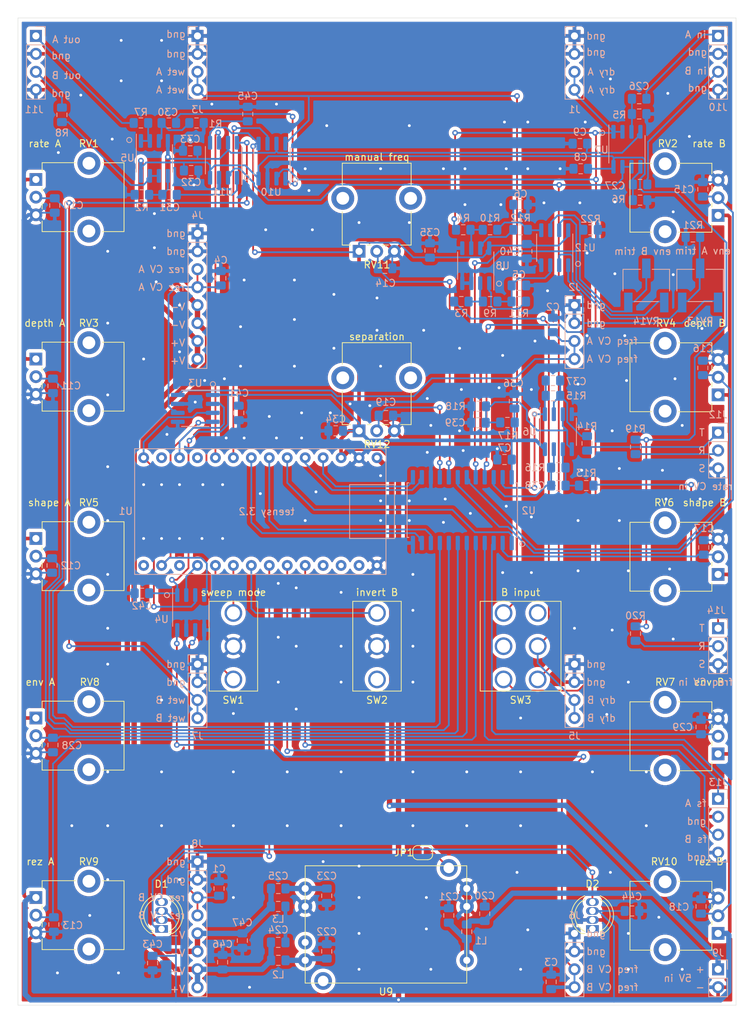
<source format=kicad_pcb>
(kicad_pcb (version 20171130) (host pcbnew 5.1.2-f72e74a~84~ubuntu18.04.1)
  (title_block (title "stereo modulation fx motherboard") (date 2019-05-25) (rev 1) (comment 2 creativecommons.org/licenses/by/4.0/) (comment 3 "License: CC by 4.0") (comment 4 "Author: Jordan Aceto"))
  (layers (0 F.Cu signal) (31 B.Cu signal) (34 B.Paste user) (35 F.Paste user) (36 B.SilkS user) (37 F.SilkS user) (38 B.Mask user) (39 F.Mask user) (44 Edge.Cuts user))
  (net 0 "")
  (net 1 rate_A)
  (net 2 +3V3)
  (net 3 rate_B)
  (net 4 depth_A)
  (net 5 depth_B)
  (net 6 shape_A)
  (net 7 shape_B)
  (net 8 rez_A)
  (net 9 rez_B)
  (net 10 manual_freq)
  (net 11 separation)
  (net 12 "Net-(U1-Pad14)")
  (net 13 "Net-(U1-Pad21)")
  (net 14 "Net-(U1-Pad23)")
  (net 15 "Net-(U1-Pad12)")
  (net 16 "Net-(U1-Pad3)")
  (net 17 "Net-(U1-Pad2)")
  (net 18 muxed_pots)
  (net 19 mux_S2)
  (net 20 mux_S3)
  (net 21 mux_S0)
  (net 22 mux_S1)
  (net 23 sweep_mode_switch_2)
  (net 24 sweep_mode_switch_1)
  (net 25 inv_B_switch)
  (net 26 SPI_DATA_OUT)
  (net 27 SPI_CLK)
  (net 28 DAC_A_select)
  (net 29 DAC_B_select)
  (net 30 "Net-(C22-Pad1)")
  (net 31 "Net-(C23-Pad1)")
  (net 32 "Net-(C21-Pad1)")
  (net 33 "Net-(C26-Pad1)")
  (net 34 "Net-(C27-Pad1)")
  (net 35 "Net-(R7-Pad2)")
  (net 36 "Net-(R8-Pad2)")
  (net 37 "Net-(U9-Pad6)")
  (net 38 env_A)
  (net 39 env_B)
  (net 40 "Net-(C30-Pad1)")
  (net 41 "Net-(C31-Pad1)")
  (net 42 scaled_freq_CV)
  (net 43 "Net-(C37-Pad2)")
  (net 44 "Net-(C38-Pad2)")
  (net 45 scaled_LFO_rate_CV)
  (net 46 CV_amp_bias)
  (net 47 freq_CV_in)
  (net 48 LFO_rate_CV_in)
  (net 49 wet_A)
  (net 50 dry_A)
  (net 51 dry_B)
  (net 52 "Net-(SW3-Pad3)")
  (net 53 "Net-(SW3-Pad5)")
  (net 54 B_to_uC)
  (net 55 "Net-(SW2-Pad3)")
  (net 56 -12V)
  (net 57 +12V)
  (net 58 "Net-(C30-Pad2)")
  (net 59 "Net-(C31-Pad2)")
  (net 60 bypass_A)
  (net 61 bypass_B)
  (net 62 "Net-(U1-Pad4)")
  (net 63 footswitch_A)
  (net 64 footswitch_B)
  (net 65 LED_serial)
  (net 66 "Net-(D1-Pad1)")
  (net 67 "Net-(D2-Pad1)")
  (net 68 Vin-)
  (net 69 Vin+)
  (net 70 "Net-(JP1-Pad1)")
  (net 71 "Net-(U9-Pad9)")
  (net 72 "Net-(SW3-Pad1)")
  (net 73 "Net-(J12-Pad2)")
  (net 74 "Net-(J14-Pad2)")
  (net 75 "Net-(C5-Pad1)")
  (net 76 "Net-(C6-Pad1)")
  (net 77 "Net-(R3-Pad1)")
  (net 78 "Net-(R10-Pad2)")
  (net 79 "Net-(R11-Pad2)")
  (net 80 "Net-(R12-Pad2)")
  (net 81 "Net-(R21-Pad1)")
  (net 82 "Net-(R22-Pad1)")
  (net 83 env_level_A)
  (net 84 env_level_B)
  (net 85 rez_CV_B)
  (net 86 freq_CV_A)
  (net 87 freq_CV_B)
  (net 88 rez_CV_A)
  (net 89 "Net-(C26-Pad2)")
  (net 90 "Net-(C27-Pad2)")
  (net 91 "Net-(J7-Pad3)")
  (net 92 "Net-(J11-Pad1)")
  (net 93 "Net-(J11-Pad3)")
  (module Capacitor_SMD:C_0805_2012Metric_Pad1.15x1.40mm_HandSolder (layer B.Cu) (at 57.15 155.956 270)
    (fp_text reference C47 (at -2.54 0 180) (layer B.SilkS) (effects (justify mirror)))
    (fp_text value C)
    (pad 2 smd roundrect (at 1.025 0 270) (size 1.15 1.4) (layers B.Cu B.Paste B.Mask) (roundrect_rratio 0.217391) (net 68 Vin-))
    (pad 1 smd roundrect (at -1.025 0 270) (size 1.15 1.4) (layers B.Cu B.Paste B.Mask) (roundrect_rratio 0.217391) (net 56 -12V))
  )
  (module Capacitor_SMD:C_0805_2012Metric_Pad1.15x1.40mm_HandSolder (layer B.Cu) (at 54.356 159.013 90)
    (fp_text reference C46 (at 2.549 0 180) (layer B.SilkS) (effects (justify mirror)))
    (fp_text value C)
    (pad 2 smd roundrect (at 1.025 0 90) (size 1.15 1.4) (layers B.Cu B.Paste B.Mask) (roundrect_rratio 0.217391) (net 68 Vin-))
    (pad 1 smd roundrect (at -1.025 0 90) (size 1.15 1.4) (layers B.Cu B.Paste B.Mask) (roundrect_rratio 0.217391) (net 57 +12V))
  )
  (module stereo_modulation_fx_motherboard_custom_footprints:teensy_3.2 (layer B.Cu) (at 60.96 95.25 90)
    (fp_text reference U1 (at 0.0635 -20.32) (layer B.SilkS) (effects (justify mirror)))
    (fp_text value Teensy3.2)
    (pad 33 thru_hole circle (at 7.62 15.24 90) (size 1.524 1.524) (drill 0.762) (layers *.Cu *.Mask) (net 69 Vin+))
    (pad 32 thru_hole circle (at 7.62 12.7 90) (size 1.524 1.524) (drill 0.762) (layers *.Cu *.Mask) (net 68 Vin-))
    (pad 31 thru_hole circle (at 7.62 10.16 90) (size 1.524 1.524) (drill 0.762) (layers *.Cu *.Mask) (net 2 +3V3))
    (pad 30 thru_hole circle (at 7.62 7.62 90) (size 1.524 1.524) (drill 0.762) (layers *.Cu *.Mask) (net 20 mux_S3))
    (pad 29 thru_hole circle (at 7.62 5.08 90) (size 1.524 1.524) (drill 0.762) (layers *.Cu *.Mask) (net 19 mux_S2))
    (pad 28 thru_hole circle (at 7.62 2.54 90) (size 1.524 1.524) (drill 0.762) (layers *.Cu *.Mask) (net 18 muxed_pots))
    (pad 27 thru_hole circle (at 7.62 0 90) (size 1.524 1.524) (drill 0.762) (layers *.Cu *.Mask) (net 21 mux_S0))
    (pad 26 thru_hole circle (at 7.62 -2.54 90) (size 1.524 1.524) (drill 0.762) (layers *.Cu *.Mask) (net 22 mux_S1))
    (pad 25 thru_hole circle (at 7.62 -5.08 90) (size 1.524 1.524) (drill 0.762) (layers *.Cu *.Mask) (net 60 bypass_A))
    (pad 24 thru_hole circle (at 7.62 -7.62 90) (size 1.524 1.524) (drill 0.762) (layers *.Cu *.Mask) (net 61 bypass_B))
    (pad 23 thru_hole circle (at 7.62 -10.16 90) (size 1.524 1.524) (drill 0.762) (layers *.Cu *.Mask) (net 14 "Net-(U1-Pad23)"))
    (pad 22 thru_hole circle (at 7.62 -12.7 90) (size 1.524 1.524) (drill 0.762) (layers *.Cu *.Mask) (net 28 DAC_A_select))
    (pad 21 thru_hole circle (at 7.62 -15.24 90) (size 1.524 1.524) (drill 0.762) (layers *.Cu *.Mask) (net 13 "Net-(U1-Pad21)"))
    (pad 20 thru_hole circle (at 7.62 -17.78 90) (size 1.524 1.524) (drill 0.762) (layers *.Cu *.Mask) (net 27 SPI_CLK))
    (pad 14 thru_hole circle (at -7.62 -17.78 90) (size 1.524 1.524) (drill 0.762) (layers *.Cu *.Mask) (net 12 "Net-(U1-Pad14)"))
    (pad 13 thru_hole circle (at -7.62 -15.24 90) (size 1.524 1.524) (drill 0.762) (layers *.Cu *.Mask) (net 26 SPI_DATA_OUT))
    (pad 12 thru_hole circle (at -7.62 -12.7 90) (size 1.524 1.524) (drill 0.762) (layers *.Cu *.Mask) (net 15 "Net-(U1-Pad12)"))
    (pad 11 thru_hole circle (at -7.62 -10.16 90) (size 1.524 1.524) (drill 0.762) (layers *.Cu *.Mask) (net 29 DAC_B_select))
    (pad 10 thru_hole circle (at -7.62 -7.62 90) (size 1.524 1.524) (drill 0.762) (layers *.Cu *.Mask) (net 23 sweep_mode_switch_2))
    (pad 9 thru_hole circle (at -7.62 -5.08 90) (size 1.524 1.524) (drill 0.762) (layers *.Cu *.Mask) (net 24 sweep_mode_switch_1))
    (pad 8 thru_hole circle (at -7.62 -2.54 90) (size 1.524 1.524) (drill 0.762) (layers *.Cu *.Mask) (net 25 inv_B_switch))
    (pad 7 thru_hole circle (at -7.62 0 90) (size 1.524 1.524) (drill 0.762) (layers *.Cu *.Mask) (net 65 LED_serial))
    (pad 6 thru_hole circle (at -7.62 2.54 90) (size 1.524 1.524) (drill 0.762) (layers *.Cu *.Mask) (net 64 footswitch_B))
    (pad 5 thru_hole circle (at -7.62 5.08 90) (size 1.524 1.524) (drill 0.762) (layers *.Cu *.Mask) (net 63 footswitch_A))
    (pad 4 thru_hole circle (at -7.62 7.62 90) (size 1.524 1.524) (drill 0.762) (layers *.Cu *.Mask) (net 62 "Net-(U1-Pad4)"))
    (pad 3 thru_hole circle (at -7.62 10.16 90) (size 1.524 1.524) (drill 0.762) (layers *.Cu *.Mask) (net 16 "Net-(U1-Pad3)"))
    (pad 2 thru_hole circle (at -7.62 12.7 90) (size 1.524 1.524) (drill 0.762) (layers *.Cu *.Mask) (net 17 "Net-(U1-Pad2)"))
    (pad 1 thru_hole circle (at -7.62 15.24 90) (size 1.524 1.524) (drill 0.762) (layers *.Cu *.Mask) (net 68 Vin-))
  )
  (module Package_SO:SOIC-8_3.9x4.9mm_P1.27mm (layer B.Cu) (at 101.346 57.912 90)
    (fp_text reference U12 (at 0 4.318 180) (layer B.SilkS) (effects (justify mirror)))
    (fp_text value MCP6002-xSN)
    (pad 8 smd roundrect (at 2.475 1.905 90) (size 1.95 0.6) (layers B.Cu B.Paste B.Mask) (net 2 +3V3))
    (pad 7 smd roundrect (at 2.475 0.635 90) (size 1.95 0.6) (layers B.Cu B.Paste B.Mask) (net 38 env_A))
    (pad 6 smd roundrect (at 2.475 -0.635 90) (size 1.95 0.6) (layers B.Cu B.Paste B.Mask) (net 82 "Net-(R22-Pad1)"))
    (pad 5 smd roundrect (at 2.475 -1.905 90) (size 1.95 0.6) (layers B.Cu B.Paste B.Mask) (net 76 "Net-(C6-Pad1)"))
    (pad 4 smd roundrect (at -2.475 -1.905 90) (size 1.95 0.6) (layers B.Cu B.Paste B.Mask) (net 68 Vin-))
    (pad 3 smd roundrect (at -2.475 -0.635 90) (size 1.95 0.6) (layers B.Cu B.Paste B.Mask) (net 75 "Net-(C5-Pad1)"))
    (pad 2 smd roundrect (at -2.475 0.635 90) (size 1.95 0.6) (layers B.Cu B.Paste B.Mask) (net 81 "Net-(R21-Pad1)"))
    (pad 1 smd roundrect (at -2.475 1.905 90) (size 1.95 0.6) (layers B.Cu B.Paste B.Mask) (net 39 env_B))
  )
  (module Potentiometer_SMD:Potentiometer_Bourns_3269W_Vertical (layer B.Cu) (at 114.3 63.246)
    (fp_text reference RV14 (at 0 5.06) (layer B.SilkS) (effects (justify mirror)))
    (fp_text value 100k)
    (pad 3 smd rect (at -2.54 2.415) (size 1.19 2.79) (layers B.Cu B.Paste B.Mask) (net 82 "Net-(R22-Pad1)"))
    (pad 2 smd rect (at 0 -2.415) (size 1.19 2.79) (layers B.Cu B.Paste B.Mask) (net 82 "Net-(R22-Pad1)"))
    (pad 1 smd rect (at 2.54 2.415) (size 1.19 2.79) (layers B.Cu B.Paste B.Mask) (net 38 env_A))
  )
  (module Potentiometer_SMD:Potentiometer_Bourns_3269W_Vertical (layer B.Cu) (at 121.92 63.246)
    (fp_text reference RV13 (at 0 5.06) (layer B.SilkS) (effects (justify mirror)))
    (fp_text value 100k)
    (pad 3 smd rect (at -2.54 2.415) (size 1.19 2.79) (layers B.Cu B.Paste B.Mask) (net 81 "Net-(R21-Pad1)"))
    (pad 2 smd rect (at 0 -2.415) (size 1.19 2.79) (layers B.Cu B.Paste B.Mask) (net 81 "Net-(R21-Pad1)"))
    (pad 1 smd rect (at 2.54 2.415) (size 1.19 2.79) (layers B.Cu B.Paste B.Mask) (net 39 env_B))
  )
  (module Resistor_SMD:R_0805_2012Metric_Pad1.15x1.40mm_HandSolder (layer B.Cu) (at 106.417 55.372)
    (fp_text reference R22 (at 0 -1.524) (layer B.SilkS) (effects (justify mirror)))
    (fp_text value 2k2)
    (pad 2 smd roundrect (at 1.025 0) (size 1.15 1.4) (layers B.Cu B.Paste B.Mask) (roundrect_rratio 0.217391) (net 68 Vin-))
    (pad 1 smd roundrect (at -1.025 0) (size 1.15 1.4) (layers B.Cu B.Paste B.Mask) (roundrect_rratio 0.217391) (net 82 "Net-(R22-Pad1)"))
  )
  (module Resistor_SMD:R_0805_2012Metric_Pad1.15x1.40mm_HandSolder (layer B.Cu) (at 120.895 56.388 180)
    (fp_text reference R21 (at 0 1.65) (layer B.SilkS) (effects (justify mirror)))
    (fp_text value 2k2)
    (pad 2 smd roundrect (at 1.025 0 180) (size 1.15 1.4) (layers B.Cu B.Paste B.Mask) (roundrect_rratio 0.217391) (net 68 Vin-))
    (pad 1 smd roundrect (at -1.025 0 180) (size 1.15 1.4) (layers B.Cu B.Paste B.Mask) (roundrect_rratio 0.217391) (net 81 "Net-(R21-Pad1)"))
  )
  (module Resistor_SMD:R_0805_2012Metric_Pad1.15x1.40mm_HandSolder (layer B.Cu) (at 112.776 112.513 270)
    (fp_text reference R20 (at -2.531 0 180) (layer B.SilkS) (effects (justify mirror)))
    (fp_text value ???)
    (pad 2 smd roundrect (at 1.025 0 270) (size 1.15 1.4) (layers B.Cu B.Paste B.Mask) (roundrect_rratio 0.217391) (net 74 "Net-(J14-Pad2)"))
    (pad 1 smd roundrect (at -1.025 0 270) (size 1.15 1.4) (layers B.Cu B.Paste B.Mask) (roundrect_rratio 0.217391) (net 57 +12V))
  )
  (module Resistor_SMD:R_0805_2012Metric_Pad1.15x1.40mm_HandSolder (layer B.Cu) (at 112.776 86.097 270)
    (fp_text reference R19 (at -2.549 0 180) (layer B.SilkS) (effects (justify mirror)))
    (fp_text value ???)
    (pad 2 smd roundrect (at 1.025 0 270) (size 1.15 1.4) (layers B.Cu B.Paste B.Mask) (roundrect_rratio 0.217391) (net 73 "Net-(J12-Pad2)"))
    (pad 1 smd roundrect (at -1.025 0 270) (size 1.15 1.4) (layers B.Cu B.Paste B.Mask) (roundrect_rratio 0.217391) (net 57 +12V))
  )
  (module Resistor_SMD:R_0805_2012Metric_Pad1.15x1.40mm_HandSolder (layer B.Cu) (at 96.511 55.372 180)
    (fp_text reference R12 (at 0 1.65) (layer B.SilkS) (effects (justify mirror)))
    (fp_text value 30k)
    (pad 2 smd roundrect (at 1.025 0 180) (size 1.15 1.4) (layers B.Cu B.Paste B.Mask) (roundrect_rratio 0.217391) (net 80 "Net-(R12-Pad2)"))
    (pad 1 smd roundrect (at -1.025 0 180) (size 1.15 1.4) (layers B.Cu B.Paste B.Mask) (roundrect_rratio 0.217391) (net 76 "Net-(C6-Pad1)"))
  )
  (module Resistor_SMD:R_0805_2012Metric_Pad1.15x1.40mm_HandSolder (layer B.Cu) (at 96.257 65.532)
    (fp_text reference R11 (at 0 1.65) (layer B.SilkS) (effects (justify mirror)))
    (fp_text value 30k)
    (pad 2 smd roundrect (at 1.025 0) (size 1.15 1.4) (layers B.Cu B.Paste B.Mask) (roundrect_rratio 0.217391) (net 79 "Net-(R11-Pad2)"))
    (pad 1 smd roundrect (at -1.025 0) (size 1.15 1.4) (layers B.Cu B.Paste B.Mask) (roundrect_rratio 0.217391) (net 75 "Net-(C5-Pad1)"))
  )
  (module Resistor_SMD:R_0805_2012Metric_Pad1.15x1.40mm_HandSolder (layer B.Cu) (at 92.193 55.372 180)
    (fp_text reference R10 (at 0 1.65) (layer B.SilkS) (effects (justify mirror)))
    (fp_text value 10k)
    (pad 2 smd roundrect (at 1.025 0 180) (size 1.15 1.4) (layers B.Cu B.Paste B.Mask) (roundrect_rratio 0.217391) (net 78 "Net-(R10-Pad2)"))
    (pad 1 smd roundrect (at -1.025 0 180) (size 1.15 1.4) (layers B.Cu B.Paste B.Mask) (roundrect_rratio 0.217391) (net 76 "Net-(C6-Pad1)"))
  )
  (module Resistor_SMD:R_0805_2012Metric_Pad1.15x1.40mm_HandSolder (layer B.Cu) (at 88.401 55.372 180)
    (fp_text reference R4 (at 0 1.65) (layer B.SilkS) (effects (justify mirror)))
    (fp_text value 20k)
    (pad 2 smd roundrect (at 1.025 0 180) (size 1.15 1.4) (layers B.Cu B.Paste B.Mask) (roundrect_rratio 0.217391) (net 50 dry_A))
    (pad 1 smd roundrect (at -1.025 0 180) (size 1.15 1.4) (layers B.Cu B.Paste B.Mask) (roundrect_rratio 0.217391) (net 78 "Net-(R10-Pad2)"))
  )
  (module Jumper:SolderJumper-2_P1.3mm_Open_RoundedPad1.0x1.5mm (layer F.Cu) (at 82.662 143.51 180)
    (fp_text reference JP1 (at 2.652 0) (layer F.SilkS))
    (fp_text value Jumper_NO_Small)
    (pad 2 smd custom (at 0.65 0 180) (size 1 0.5) (layers F.Cu F.Mask) (net 68 Vin-) (options (clearance outline) (anchor rect)) (primitives (gr_circle (center 0 0.25) (end 0.5 0.25) (width 0)) (gr_circle (center 0 -0.25) (end 0.5 -0.25) (width 0)) (gr_poly (pts (xy 0 -0.75) (xy -0.5 -0.75) (xy -0.5 0.75) (xy 0 0.75)) (width 0))))
    (pad 1 smd custom (at -0.65 0 180) (size 1 0.5) (layers F.Cu F.Mask) (net 70 "Net-(JP1-Pad1)") (options (clearance outline) (anchor rect)) (primitives (gr_circle (center 0 0.25) (end 0.5 0.25) (width 0)) (gr_circle (center 0 -0.25) (end 0.5 -0.25) (width 0)) (gr_poly (pts (xy 0 -0.75) (xy 0.5 -0.75) (xy 0.5 0.75) (xy 0 0.75)) (width 0))))
  )
  (module Connector_PinHeader_2.54mm:PinHeader_1x03_P2.54mm_Vertical (layer B.Cu) (at 124.46 111.76 180)
    (fp_text reference J14 (at 0.254 2.54 180) (layer B.SilkS) (effects (justify mirror)))
    (fp_text value Conn_01x03_Male)
    (pad 3 thru_hole oval (at 0 -5.08 180) (size 1.7 1.7) (drill 1) (layers *.Cu *.Mask) (net 68 Vin-))
    (pad 2 thru_hole oval (at 0 -2.54 180) (size 1.7 1.7) (drill 1) (layers *.Cu *.Mask) (net 74 "Net-(J14-Pad2)"))
    (pad 1 thru_hole rect (at 0 0 180) (size 1.7 1.7) (drill 1) (layers *.Cu *.Mask) (net 47 freq_CV_in))
  )
  (module Connector_PinHeader_2.54mm:PinHeader_1x04_P2.54mm_Vertical (layer B.Cu) (at 124.46 135.89 180)
    (fp_text reference J13 (at 0 2.33) (layer B.SilkS) (effects (justify mirror)))
    (fp_text value Conn_01x04_Male)
    (pad 4 thru_hole oval (at 0 -7.62 180) (size 1.7 1.7) (drill 1) (layers *.Cu *.Mask) (net 68 Vin-))
    (pad 3 thru_hole oval (at 0 -5.08 180) (size 1.7 1.7) (drill 1) (layers *.Cu *.Mask) (net 64 footswitch_B))
    (pad 2 thru_hole oval (at 0 -2.54 180) (size 1.7 1.7) (drill 1) (layers *.Cu *.Mask) (net 68 Vin-))
    (pad 1 thru_hole rect (at 0 0 180) (size 1.7 1.7) (drill 1) (layers *.Cu *.Mask) (net 63 footswitch_A))
  )
  (module Connector_PinHeader_2.54mm:PinHeader_1x03_P2.54mm_Vertical (layer B.Cu) (at 124.46 84.074 180)
    (fp_text reference J12 (at 0 2.54 180) (layer B.SilkS) (effects (justify mirror)))
    (fp_text value Conn_01x03_Male)
    (pad 3 thru_hole oval (at 0 -5.08 180) (size 1.7 1.7) (drill 1) (layers *.Cu *.Mask) (net 68 Vin-))
    (pad 2 thru_hole oval (at 0 -2.54 180) (size 1.7 1.7) (drill 1) (layers *.Cu *.Mask) (net 73 "Net-(J12-Pad2)"))
    (pad 1 thru_hole rect (at 0 0 180) (size 1.7 1.7) (drill 1) (layers *.Cu *.Mask) (net 48 LFO_rate_CV_in))
  )
  (module LED_THT:LED_D5.0mm-4_RGB (layer F.Cu) (at 106.68 154.305 90)
    (fp_text reference D2 (at 6.35 0 180) (layer F.SilkS))
    (fp_text value NeoPixel_THT)
    (pad 4 thru_hole oval (at 3.81 0 90) (size 1.07 1.8) (drill 0.9) (layers *.Cu *.Mask) (net 66 "Net-(D1-Pad1)"))
    (pad 3 thru_hole oval (at 2.54 0 90) (size 1.07 1.8) (drill 0.9) (layers *.Cu *.Mask) (net 2 +3V3))
    (pad 2 thru_hole oval (at 1.27 0 90) (size 1.07 1.8) (drill 0.9) (layers *.Cu *.Mask) (net 68 Vin-))
    (pad 1 thru_hole rect (at 0 0 90) (size 1.07 1.8) (drill 0.9) (layers *.Cu *.Mask) (net 67 "Net-(D2-Pad1)"))
  )
  (module LED_THT:LED_D5.0mm-4_RGB (layer F.Cu) (at 45.72 154.305 90)
    (fp_text reference D1 (at 6.35 0 180) (layer F.SilkS))
    (fp_text value NeoPixel_THT)
    (pad 4 thru_hole oval (at 3.81 0 90) (size 1.07 1.8) (drill 0.9) (layers *.Cu *.Mask) (net 65 LED_serial))
    (pad 3 thru_hole oval (at 2.54 0 90) (size 1.07 1.8) (drill 0.9) (layers *.Cu *.Mask) (net 2 +3V3))
    (pad 2 thru_hole oval (at 1.27 0 90) (size 1.07 1.8) (drill 0.9) (layers *.Cu *.Mask) (net 68 Vin-))
    (pad 1 thru_hole rect (at 0 0 90) (size 1.07 1.8) (drill 0.9) (layers *.Cu *.Mask) (net 66 "Net-(D1-Pad1)"))
  )
  (module Capacitor_SMD:C_0805_2012Metric_Pad1.15x1.40mm_HandSolder (layer B.Cu) (at 57.912 38.998 90)
    (fp_text reference C45 (at 2.549 0 180) (layer B.SilkS) (effects (justify mirror)))
    (fp_text value 100nF)
    (pad 2 smd roundrect (at 1.025 0 90) (size 1.15 1.4) (layers B.Cu B.Paste B.Mask) (roundrect_rratio 0.217391) (net 68 Vin-))
    (pad 1 smd roundrect (at -1.025 0 90) (size 1.15 1.4) (layers B.Cu B.Paste B.Mask) (roundrect_rratio 0.217391) (net 2 +3V3))
  )
  (module Capacitor_SMD:C_0805_2012Metric_Pad1.15x1.40mm_HandSolder (layer B.Cu) (at 112.277 151.765)
    (fp_text reference C44 (at -0.009 -2.032) (layer B.SilkS) (effects (justify mirror)))
    (fp_text value 100nF)
    (pad 2 smd roundrect (at 1.025 0) (size 1.15 1.4) (layers B.Cu B.Paste B.Mask) (roundrect_rratio 0.217391) (net 68 Vin-))
    (pad 1 smd roundrect (at -1.025 0) (size 1.15 1.4) (layers B.Cu B.Paste B.Mask) (roundrect_rratio 0.217391) (net 2 +3V3))
  )
  (module Capacitor_SMD:C_0805_2012Metric_Pad1.15x1.40mm_HandSolder (layer B.Cu) (at 44.45 159.14 270)
    (fp_text reference C43 (at -2.676 0 180) (layer B.SilkS) (effects (justify mirror)))
    (fp_text value 100nF)
    (pad 2 smd roundrect (at 1.025 0 270) (size 1.15 1.4) (layers B.Cu B.Paste B.Mask) (roundrect_rratio 0.217391) (net 68 Vin-))
    (pad 1 smd roundrect (at -1.025 0 270) (size 1.15 1.4) (layers B.Cu B.Paste B.Mask) (roundrect_rratio 0.217391) (net 2 +3V3))
  )
  (module Capacitor_SMD:C_0805_2012Metric_Pad1.15x1.40mm_HandSolder (layer B.Cu) (at 42.935 106.807 180)
    (fp_text reference C42 (at 0 -1.778) (layer B.SilkS) (effects (justify mirror)))
    (fp_text value 100nF)
    (pad 2 smd roundrect (at 1.025 0 180) (size 1.15 1.4) (layers B.Cu B.Paste B.Mask) (roundrect_rratio 0.217391) (net 68 Vin-))
    (pad 1 smd roundrect (at -1.025 0 180) (size 1.15 1.4) (layers B.Cu B.Paste B.Mask) (roundrect_rratio 0.217391) (net 2 +3V3))
  )
  (module Capacitor_SMD:C_0805_2012Metric_Pad1.15x1.40mm_HandSolder (layer B.Cu) (at 56.642 81.289 270)
    (fp_text reference C41 (at -2.803 0 180) (layer B.SilkS) (effects (justify mirror)))
    (fp_text value 100nF)
    (pad 2 smd roundrect (at 1.025 0 270) (size 1.15 1.4) (layers B.Cu B.Paste B.Mask) (roundrect_rratio 0.217391) (net 68 Vin-))
    (pad 1 smd roundrect (at -1.025 0 270) (size 1.15 1.4) (layers B.Cu B.Paste B.Mask) (roundrect_rratio 0.217391) (net 2 +3V3))
  )
  (module Capacitor_SMD:C_0805_2012Metric_Pad1.15x1.40mm_HandSolder (layer B.Cu) (at 97.409 58.411 270)
    (fp_text reference C40 (at 0.009 2.413 180) (layer B.SilkS) (effects (justify mirror)))
    (fp_text value 100nF)
    (pad 2 smd roundrect (at 1.025 0 270) (size 1.15 1.4) (layers B.Cu B.Paste B.Mask) (roundrect_rratio 0.217391) (net 68 Vin-))
    (pad 1 smd roundrect (at -1.025 0 270) (size 1.15 1.4) (layers B.Cu B.Paste B.Mask) (roundrect_rratio 0.217391) (net 2 +3V3))
  )
  (module Capacitor_SMD:C_0805_2012Metric_Pad1.15x1.40mm_HandSolder (layer B.Cu) (at 95.631 79.638 90)
    (fp_text reference C36 (at 2.549 -0.127 180) (layer B.SilkS) (effects (justify mirror)))
    (fp_text value 100nF)
    (pad 2 smd roundrect (at 1.025 0 90) (size 1.15 1.4) (layers B.Cu B.Paste B.Mask) (roundrect_rratio 0.217391) (net 68 Vin-))
    (pad 1 smd roundrect (at -1.025 0 90) (size 1.15 1.4) (layers B.Cu B.Paste B.Mask) (roundrect_rratio 0.217391) (net 2 +3V3))
  )
  (module Capacitor_SMD:C_0805_2012Metric_Pad1.15x1.40mm_HandSolder (layer B.Cu) (at 83.693 58.302 90)
    (fp_text reference C35 (at 2.549 0 180) (layer B.SilkS) (effects (justify mirror)))
    (fp_text value 100nF)
    (pad 2 smd roundrect (at 1.025 0 90) (size 1.15 1.4) (layers B.Cu B.Paste B.Mask) (roundrect_rratio 0.217391) (net 68 Vin-))
    (pad 1 smd roundrect (at -1.025 0 90) (size 1.15 1.4) (layers B.Cu B.Paste B.Mask) (roundrect_rratio 0.217391) (net 2 +3V3))
  )
  (module Capacitor_SMD:C_0805_2012Metric_Pad1.15x1.40mm_HandSolder (layer B.Cu) (at 70.358 83.82 180)
    (fp_text reference C34 (at 0 1.65) (layer B.SilkS) (effects (justify mirror)))
    (fp_text value 100nF)
    (pad 2 smd roundrect (at 1.025 0 180) (size 1.15 1.4) (layers B.Cu B.Paste B.Mask) (roundrect_rratio 0.217391) (net 68 Vin-))
    (pad 1 smd roundrect (at -1.025 0 180) (size 1.15 1.4) (layers B.Cu B.Paste B.Mask) (roundrect_rratio 0.217391) (net 2 +3V3))
  )
  (module Capacitor_SMD:C_0805_2012Metric_Pad1.15x1.40mm_HandSolder (layer B.Cu) (at 49.775 44.196 180)
    (fp_text reference C33 (at 0 1.65) (layer B.SilkS) (effects (justify mirror)))
    (fp_text value 100nF)
    (pad 2 smd roundrect (at 1.025 0 180) (size 1.15 1.4) (layers B.Cu B.Paste B.Mask) (roundrect_rratio 0.217391) (net 68 Vin-))
    (pad 1 smd roundrect (at -1.025 0 180) (size 1.15 1.4) (layers B.Cu B.Paste B.Mask) (roundrect_rratio 0.217391) (net 56 -12V))
  )
  (module Capacitor_SMD:C_0805_2012Metric_Pad1.15x1.40mm_HandSolder (layer B.Cu) (at 49.902 46.99)
    (fp_text reference C32 (at 0 1.65) (layer B.SilkS) (effects (justify mirror)))
    (fp_text value 100nF)
    (pad 2 smd roundrect (at 1.025 0) (size 1.15 1.4) (layers B.Cu B.Paste B.Mask) (roundrect_rratio 0.217391) (net 68 Vin-))
    (pad 1 smd roundrect (at -1.025 0) (size 1.15 1.4) (layers B.Cu B.Paste B.Mask) (roundrect_rratio 0.217391) (net 57 +12V))
  )
  (module Capacitor_SMD:C_0805_2012Metric_Pad1.15x1.40mm_HandSolder (layer B.Cu) (at 104.911 43.18 180)
    (fp_text reference C9 (at 0 1.65) (layer B.SilkS) (effects (justify mirror)))
    (fp_text value 100nF)
    (pad 2 smd roundrect (at 1.025 0 180) (size 1.15 1.4) (layers B.Cu B.Paste B.Mask) (roundrect_rratio 0.217391) (net 68 Vin-))
    (pad 1 smd roundrect (at -1.025 0 180) (size 1.15 1.4) (layers B.Cu B.Paste B.Mask) (roundrect_rratio 0.217391) (net 56 -12V))
  )
  (module Capacitor_SMD:C_0805_2012Metric_Pad1.15x1.40mm_HandSolder (layer B.Cu) (at 105.02 46.736 180)
    (fp_text reference C8 (at 0 1.65) (layer B.SilkS) (effects (justify mirror)))
    (fp_text value 100nF)
    (pad 2 smd roundrect (at 1.025 0 180) (size 1.15 1.4) (layers B.Cu B.Paste B.Mask) (roundrect_rratio 0.217391) (net 68 Vin-))
    (pad 1 smd roundrect (at -1.025 0 180) (size 1.15 1.4) (layers B.Cu B.Paste B.Mask) (roundrect_rratio 0.217391) (net 57 +12V))
  )
  (module Capacitor_SMD:C_0805_2012Metric_Pad1.15x1.40mm_HandSolder (layer B.Cu) (at 94.243 87.884 180)
    (fp_text reference C7 (at 0 1.65) (layer B.SilkS) (effects (justify mirror)))
    (fp_text value 100nF)
    (pad 2 smd roundrect (at 1.025 0 180) (size 1.15 1.4) (layers B.Cu B.Paste B.Mask) (roundrect_rratio 0.217391) (net 68 Vin-))
    (pad 1 smd roundrect (at -1.025 0 180) (size 1.15 1.4) (layers B.Cu B.Paste B.Mask) (roundrect_rratio 0.217391) (net 2 +3V3))
  )
  (module Capacitor_SMD:C_0805_2012Metric_Pad1.15x1.40mm_HandSolder (layer B.Cu) (at 96.511 51.816)
    (fp_text reference C6 (at 0.009 -1.524) (layer B.SilkS) (effects (justify mirror)))
    (fp_text value 4u7)
    (pad 2 smd roundrect (at 1.025 0) (size 1.15 1.4) (layers B.Cu B.Paste B.Mask) (roundrect_rratio 0.217391) (net 68 Vin-))
    (pad 1 smd roundrect (at -1.025 0) (size 1.15 1.4) (layers B.Cu B.Paste B.Mask) (roundrect_rratio 0.217391) (net 76 "Net-(C6-Pad1)"))
  )
  (module Capacitor_SMD:C_0805_2012Metric_Pad1.15x1.40mm_HandSolder (layer B.Cu) (at 96.275 63.246)
    (fp_text reference C5 (at 0 -1.524) (layer B.SilkS) (effects (justify mirror)))
    (fp_text value 4u7)
    (pad 2 smd roundrect (at 1.025 0) (size 1.15 1.4) (layers B.Cu B.Paste B.Mask) (roundrect_rratio 0.217391) (net 68 Vin-))
    (pad 1 smd roundrect (at -1.025 0) (size 1.15 1.4) (layers B.Cu B.Paste B.Mask) (roundrect_rratio 0.217391) (net 75 "Net-(C5-Pad1)"))
  )
  (module Connector_PinHeader_2.54mm:PinHeader_1x02_P2.54mm_Vertical (layer B.Cu) (at 124.46 160.02 180)
    (fp_text reference J9 (at 0 2.33) (layer B.SilkS) (effects (justify mirror)))
    (fp_text value +5_volts_in)
    (pad 2 thru_hole oval (at 0 -2.54 180) (size 1.7 1.7) (drill 1) (layers *.Cu *.Mask) (net 68 Vin-))
    (pad 1 thru_hole rect (at 0 0 180) (size 1.7 1.7) (drill 1) (layers *.Cu *.Mask) (net 69 Vin+))
  )
  (module Inductor_SMD:L_0805_2012Metric_Pad1.15x1.40mm_HandSolder (layer B.Cu) (at 62.23 148.59 180)
    (fp_text reference L3 (at 0 -4.318) (layer B.SilkS) (effects (justify mirror)))
    (fp_text value L)
    (pad 2 smd roundrect (at 1.025 0 180) (size 1.15 1.4) (layers B.Cu B.Paste B.Mask) (roundrect_rratio 0.217391) (net 56 -12V))
    (pad 1 smd roundrect (at -1.025 0 180) (size 1.15 1.4) (layers B.Cu B.Paste B.Mask) (roundrect_rratio 0.217391) (net 31 "Net-(C23-Pad1)"))
  )
  (module Inductor_SMD:L_0805_2012Metric_Pad1.15x1.40mm_HandSolder (layer B.Cu) (at 62.239 158.75 180)
    (fp_text reference L2 (at 0 -2.032) (layer B.SilkS) (effects (justify mirror)))
    (fp_text value L)
    (pad 2 smd roundrect (at 1.025 0 180) (size 1.15 1.4) (layers B.Cu B.Paste B.Mask) (roundrect_rratio 0.217391) (net 57 +12V))
    (pad 1 smd roundrect (at -1.025 0 180) (size 1.15 1.4) (layers B.Cu B.Paste B.Mask) (roundrect_rratio 0.217391) (net 30 "Net-(C22-Pad1)"))
  )
  (module Inductor_SMD:L_0805_2012Metric_Pad1.15x1.40mm_HandSolder (layer B.Cu) (at 88.9 154.695 270)
    (fp_text reference L1 (at 1.279 -2.032 180) (layer B.SilkS) (effects (justify mirror)))
    (fp_text value L)
    (pad 2 smd roundrect (at 1.025 0 270) (size 1.15 1.4) (layers B.Cu B.Paste B.Mask) (roundrect_rratio 0.217391) (net 32 "Net-(C21-Pad1)"))
    (pad 1 smd roundrect (at -1.025 0 270) (size 1.15 1.4) (layers B.Cu B.Paste B.Mask) (roundrect_rratio 0.217391) (net 69 Vin+))
  )
  (module Capacitor_SMD:C_0805_2012Metric_Pad1.15x1.40mm_HandSolder (layer B.Cu) (at 62.221 151.13)
    (fp_text reference C25 (at 0.009 -4.318 180) (layer B.SilkS) (effects (justify mirror)))
    (fp_text value C)
    (pad 2 smd roundrect (at 1.025 0) (size 1.15 1.4) (layers B.Cu B.Paste B.Mask) (roundrect_rratio 0.217391) (net 68 Vin-))
    (pad 1 smd roundrect (at -1.025 0) (size 1.15 1.4) (layers B.Cu B.Paste B.Mask) (roundrect_rratio 0.217391) (net 56 -12V))
  )
  (module Capacitor_SMD:C_0805_2012Metric_Pad1.15x1.40mm_HandSolder (layer B.Cu) (at 62.221 156.21)
    (fp_text reference C24 (at 0 -1.778 180) (layer B.SilkS) (effects (justify mirror)))
    (fp_text value C)
    (pad 2 smd roundrect (at 1.025 0) (size 1.15 1.4) (layers B.Cu B.Paste B.Mask) (roundrect_rratio 0.217391) (net 68 Vin-))
    (pad 1 smd roundrect (at -1.025 0) (size 1.15 1.4) (layers B.Cu B.Paste B.Mask) (roundrect_rratio 0.217391) (net 57 +12V))
  )
  (module Capacitor_SMD:C_0805_2012Metric_Pad1.15x1.40mm_HandSolder (layer B.Cu) (at 69.088 149.615 270)
    (fp_text reference C23 (at -2.803 0) (layer B.SilkS) (effects (justify mirror)))
    (fp_text value C)
    (pad 2 smd roundrect (at 1.025 0 270) (size 1.15 1.4) (layers B.Cu B.Paste B.Mask) (roundrect_rratio 0.217391) (net 68 Vin-))
    (pad 1 smd roundrect (at -1.025 0 270) (size 1.15 1.4) (layers B.Cu B.Paste B.Mask) (roundrect_rratio 0.217391) (net 31 "Net-(C23-Pad1)"))
  )
  (module Capacitor_SMD:C_0805_2012Metric_Pad1.15x1.40mm_HandSolder (layer B.Cu) (at 69.088 157.48 90)
    (fp_text reference C22 (at 2.785 0) (layer B.SilkS) (effects (justify mirror)))
    (fp_text value C)
    (pad 2 smd roundrect (at 1.025 0 90) (size 1.15 1.4) (layers B.Cu B.Paste B.Mask) (roundrect_rratio 0.217391) (net 68 Vin-))
    (pad 1 smd roundrect (at -1.025 0 90) (size 1.15 1.4) (layers B.Cu B.Paste B.Mask) (roundrect_rratio 0.217391) (net 30 "Net-(C22-Pad1)"))
  )
  (module Capacitor_SMD:C_0805_2012Metric_Pad1.15x1.40mm_HandSolder (layer B.Cu) (at 86.36 152.4 90)
    (fp_text reference C21 (at 2.658 0 180) (layer B.SilkS) (effects (justify mirror)))
    (fp_text value C)
    (pad 2 smd roundrect (at 1.025 0 90) (size 1.15 1.4) (layers B.Cu B.Paste B.Mask) (roundrect_rratio 0.217391) (net 68 Vin-))
    (pad 1 smd roundrect (at -1.025 0 90) (size 1.15 1.4) (layers B.Cu B.Paste B.Mask) (roundrect_rratio 0.217391) (net 32 "Net-(C21-Pad1)"))
  )
  (module Capacitor_SMD:C_0805_2012Metric_Pad1.15x1.40mm_HandSolder (layer B.Cu) (at 91.44 152.155 90)
    (fp_text reference C20 (at 2.531 0 180) (layer B.SilkS) (effects (justify mirror)))
    (fp_text value C)
    (pad 2 smd roundrect (at 1.025 0 90) (size 1.15 1.4) (layers B.Cu B.Paste B.Mask) (roundrect_rratio 0.217391) (net 68 Vin-))
    (pad 1 smd roundrect (at -1.025 0 90) (size 1.15 1.4) (layers B.Cu B.Paste B.Mask) (roundrect_rratio 0.217391) (net 69 Vin+))
  )
  (module Resistor_SMD:R_0805_2012Metric_Pad1.15x1.40mm_HandSolder (layer B.Cu) (at 50.664 40.259)
    (fp_text reference R1 (at 2.676 0.127) (layer B.SilkS) (effects (justify mirror)))
    (fp_text value 15k)
    (pad 1 smd roundrect (at -1.025 0) (size 1.15 1.4) (layers B.Cu B.Paste B.Mask) (roundrect_rratio 0.217391) (net 40 "Net-(C30-Pad1)"))
    (pad 2 smd roundrect (at 1.025 0) (size 1.15 1.4) (layers B.Cu B.Paste B.Mask) (roundrect_rratio 0.217391) (net 68 Vin-))
  )
  (module stereo_modulation_fx_motherboard_custom_footprints:CC3-0512DF-E (layer F.Cu) (at 77.47 153.67 180)
    (fp_text reference U9 (at 0 -9.525) (layer F.SilkS))
    (fp_text value CC3-0512DF-E)
    (pad 9 thru_hole circle (at 8.89 -8 180) (size 2.5 2.5) (drill 1.5) (layers *.Cu *.Mask) (net 71 "Net-(U9-Pad9)"))
    (pad 8 thru_hole circle (at -8.89 8 180) (size 2.5 2.5) (drill 1.5) (layers *.Cu *.Mask) (net 70 "Net-(JP1-Pad1)"))
    (pad 7 thru_hole circle (at 11.43 -5.08 180) (size 2 2) (drill 1) (layers *.Cu *.Mask) (net 30 "Net-(C22-Pad1)"))
    (pad 6 thru_hole circle (at 11.43 -2.54 180) (size 2 2) (drill 1) (layers *.Cu *.Mask) (net 37 "Net-(U9-Pad6)"))
    (pad 5 thru_hole circle (at 11.43 2.54 180) (size 2 2) (drill 1) (layers *.Cu *.Mask) (net 68 Vin-))
    (pad 4 thru_hole circle (at 11.43 5.08 180) (size 2 2) (drill 1) (layers *.Cu *.Mask) (net 31 "Net-(C23-Pad1)"))
    (pad 3 thru_hole circle (at -11.43 5.08 180) (size 2 2) (drill 1) (layers *.Cu *.Mask) (net 68 Vin-))
    (pad 2 thru_hole circle (at -11.43 2.54 180) (size 2 2) (drill 1) (layers *.Cu *.Mask) (net 68 Vin-))
    (pad 1 thru_hole circle (at -11.43 -5.08 180) (size 2 2) (drill 1) (layers *.Cu *.Mask) (net 32 "Net-(C21-Pad1)"))
  )
  (module Resistor_SMD:R_0805_2012Metric_Pad1.15x1.40mm_HandSolder (layer B.Cu) (at 94.6568 82.6389 180)
    (fp_text reference R17 (at -0.0852 -1.8796) (layer B.SilkS) (effects (justify mirror)))
    (fp_text value 15k)
    (pad 2 smd roundrect (at 1.025 0 180) (size 1.15 1.4) (layers B.Cu B.Paste B.Mask) (roundrect_rratio 0.217391) (net 46 CV_amp_bias))
    (pad 1 smd roundrect (at -1.025 0 180) (size 1.15 1.4) (layers B.Cu B.Paste B.Mask) (roundrect_rratio 0.217391) (net 2 +3V3))
  )
  (module Resistor_SMD:R_0805_2012Metric_Pad1.15x1.40mm_HandSolder (layer B.Cu) (at 90.5928 80.3529 180)
    (fp_text reference R18 (at 3.293 0) (layer B.SilkS) (effects (justify mirror)))
    (fp_text value 27k)
    (pad 1 smd roundrect (at -1.025 0 180) (size 1.15 1.4) (layers B.Cu B.Paste B.Mask) (roundrect_rratio 0.217391) (net 46 CV_amp_bias))
    (pad 2 smd roundrect (at 1.025 0 180) (size 1.15 1.4) (layers B.Cu B.Paste B.Mask) (roundrect_rratio 0.217391) (net 68 Vin-))
  )
  (module Capacitor_SMD:C_0805_2012Metric_Pad1.15x1.40mm_HandSolder (layer B.Cu) (at 90.551 82.677 180)
    (fp_text reference C39 (at 3.293 0) (layer B.SilkS) (effects (justify mirror)))
    (fp_text value 100nF)
    (pad 1 smd roundrect (at -1.025 0 180) (size 1.15 1.4) (layers B.Cu B.Paste B.Mask) (roundrect_rratio 0.217391) (net 46 CV_amp_bias))
    (pad 2 smd roundrect (at 1.025 0 180) (size 1.15 1.4) (layers B.Cu B.Paste B.Mask) (roundrect_rratio 0.217391) (net 68 Vin-))
  )
  (module Capacitor_SMD:C_0805_2012Metric_Pad1.15x1.40mm_HandSolder (layer B.Cu) (at 30.353 128.279 270)
    (fp_text reference C28 (at 0.0672 -2.6797 180) (layer B.SilkS) (effects (justify mirror)))
    (fp_text value 100nF)
    (pad 2 smd roundrect (at 1.025 0 270) (size 1.15 1.4) (layers B.Cu B.Paste B.Mask) (roundrect_rratio 0.217391) (net 68 Vin-))
    (pad 1 smd roundrect (at -1.025 0 270) (size 1.15 1.4) (layers B.Cu B.Paste B.Mask) (roundrect_rratio 0.217391) (net 83 env_level_A))
  )
  (module Package_SO:SOIC-24W_7.5x15.4mm_P1.27mm (layer B.Cu) (at 88.265 95.045 90)
    (fp_text reference U2 (at -0.078 9.398) (layer B.SilkS) (effects (justify mirror)))
    (fp_text value CD74HC4067M)
    (pad 1 smd roundrect (at -4.65 6.985 90) (size 2.05 0.6) (layers B.Cu B.Paste B.Mask) (net 18 muxed_pots))
    (pad 2 smd roundrect (at -4.65 5.715 90) (size 2.05 0.6) (layers B.Cu B.Paste B.Mask) (net 7 shape_B))
    (pad 3 smd roundrect (at -4.65 4.445 90) (size 2.05 0.6) (layers B.Cu B.Paste B.Mask) (net 84 env_level_B))
    (pad 4 smd roundrect (at -4.65 3.175 90) (size 2.05 0.6) (layers B.Cu B.Paste B.Mask) (net 9 rez_B))
    (pad 5 smd roundrect (at -4.65 1.905 90) (size 2.05 0.6) (layers B.Cu B.Paste B.Mask) (net 8 rez_A))
    (pad 6 smd roundrect (at -4.65 0.635 90) (size 2.05 0.6) (layers B.Cu B.Paste B.Mask) (net 83 env_level_A))
    (pad 7 smd roundrect (at -4.65 -0.635 90) (size 2.05 0.6) (layers B.Cu B.Paste B.Mask) (net 6 shape_A))
    (pad 8 smd roundrect (at -4.65 -1.905 90) (size 2.05 0.6) (layers B.Cu B.Paste B.Mask) (net 4 depth_A))
    (pad 9 smd roundrect (at -4.65 -3.175 90) (size 2.05 0.6) (layers B.Cu B.Paste B.Mask) (net 1 rate_A))
    (pad 10 smd roundrect (at -4.65 -4.445 90) (size 2.05 0.6) (layers B.Cu B.Paste B.Mask) (net 21 mux_S0))
    (pad 11 smd roundrect (at -4.65 -5.715 90) (size 2.05 0.6) (layers B.Cu B.Paste B.Mask) (net 22 mux_S1))
    (pad 12 smd roundrect (at -4.65 -6.985 90) (size 2.05 0.6) (layers B.Cu B.Paste B.Mask) (net 68 Vin-))
    (pad 13 smd roundrect (at 4.65 -6.985 90) (size 2.05 0.6) (layers B.Cu B.Paste B.Mask) (net 20 mux_S3))
    (pad 14 smd roundrect (at 4.65 -5.715 90) (size 2.05 0.6) (layers B.Cu B.Paste B.Mask) (net 19 mux_S2))
    (pad 15 smd roundrect (at 4.65 -4.445 90) (size 2.05 0.6) (layers B.Cu B.Paste B.Mask) (net 68 Vin-))
    (pad 16 smd roundrect (at 4.65 -3.175 90) (size 2.05 0.6) (layers B.Cu B.Paste B.Mask) (net 11 separation))
    (pad 17 smd roundrect (at 4.65 -1.905 90) (size 2.05 0.6) (layers B.Cu B.Paste B.Mask) (net 10 manual_freq))
    (pad 18 smd roundrect (at 4.65 -0.635 90) (size 2.05 0.6) (layers B.Cu B.Paste B.Mask) (net 3 rate_B))
    (pad 19 smd roundrect (at 4.65 0.635 90) (size 2.05 0.6) (layers B.Cu B.Paste B.Mask) (net 5 depth_B))
    (pad 20 smd roundrect (at 4.65 1.905 90) (size 2.05 0.6) (layers B.Cu B.Paste B.Mask) (net 38 env_A))
    (pad 21 smd roundrect (at 4.65 3.175 90) (size 2.05 0.6) (layers B.Cu B.Paste B.Mask) (net 39 env_B))
    (pad 22 smd roundrect (at 4.65 4.445 90) (size 2.05 0.6) (layers B.Cu B.Paste B.Mask) (net 42 scaled_freq_CV))
    (pad 23 smd roundrect (at 4.65 5.715 90) (size 2.05 0.6) (layers B.Cu B.Paste B.Mask) (net 45 scaled_LFO_rate_CV))
    (pad 24 smd roundrect (at 4.65 6.985 90) (size 2.05 0.6) (layers B.Cu B.Paste B.Mask) (net 2 +3V3))
  )
  (module Capacitor_SMD:C_0805_2012Metric_Pad1.15x1.40mm_HandSolder (layer B.Cu) (at 122.428 100.321 90)
    (fp_text reference C17 (at 2.7088 0.0508) (layer B.SilkS) (effects (justify mirror)))
    (fp_text value 100nF)
    (pad 1 smd roundrect (at -1.025 0 90) (size 1.15 1.4) (layers B.Cu B.Paste B.Mask) (roundrect_rratio 0.217391) (net 7 shape_B))
    (pad 2 smd roundrect (at 1.025 0 90) (size 1.15 1.4) (layers B.Cu B.Paste B.Mask) (roundrect_rratio 0.217391) (net 68 Vin-))
  )
  (module Capacitor_SMD:C_0805_2012Metric_Pad1.15x1.40mm_HandSolder (layer B.Cu) (at 30.607 51.934 270)
    (fp_text reference C10 (at -0.01916 -2.6416 180) (layer B.SilkS) (effects (justify mirror)))
    (fp_text value 100nF)
    (pad 2 smd roundrect (at 1.025 0 270) (size 1.15 1.4) (layers B.Cu B.Paste B.Mask) (roundrect_rratio 0.217391) (net 68 Vin-))
    (pad 1 smd roundrect (at -1.025 0 270) (size 1.15 1.4) (layers B.Cu B.Paste B.Mask) (roundrect_rratio 0.217391) (net 1 rate_A))
  )
  (module Capacitor_SMD:C_0805_2012Metric_Pad1.15x1.40mm_HandSolder (layer B.Cu) (at 77.334 60.833)
    (fp_text reference C14 (at 0.0725 2.0955) (layer B.SilkS) (effects (justify mirror)))
    (fp_text value 100nF)
    (pad 1 smd roundrect (at -1.025 0) (size 1.15 1.4) (layers B.Cu B.Paste B.Mask) (roundrect_rratio 0.217391) (net 10 manual_freq))
    (pad 2 smd roundrect (at 1.025 0) (size 1.15 1.4) (layers B.Cu B.Paste B.Mask) (roundrect_rratio 0.217391) (net 68 Vin-))
  )
  (module Capacitor_SMD:C_0805_2012Metric_Pad1.15x1.40mm_HandSolder (layer B.Cu) (at 101.863 91.567)
    (fp_text reference C38 (at -3.311 0) (layer B.SilkS) (effects (justify mirror)))
    (fp_text value 4.7nF)
    (pad 2 smd roundrect (at 1.025 0) (size 1.15 1.4) (layers B.Cu B.Paste B.Mask) (roundrect_rratio 0.217391) (net 44 "Net-(C38-Pad2)"))
    (pad 1 smd roundrect (at -1.025 0) (size 1.15 1.4) (layers B.Cu B.Paste B.Mask) (roundrect_rratio 0.217391) (net 42 scaled_freq_CV))
  )
  (module Package_SO:SOIC-8_3.9x4.9mm_P1.27mm (layer B.Cu) (at 101.854 83.947 270)
    (fp_text reference U6 (at 0 4.064 180) (layer B.SilkS) (effects (justify mirror)))
    (fp_text value MCP6002-xSN)
    (pad 8 smd roundrect (at 2.475 1.905 270) (size 1.95 0.6) (layers B.Cu B.Paste B.Mask) (net 2 +3V3))
    (pad 7 smd roundrect (at 2.475 0.635 270) (size 1.95 0.6) (layers B.Cu B.Paste B.Mask) (net 42 scaled_freq_CV))
    (pad 6 smd roundrect (at 2.475 -0.635 270) (size 1.95 0.6) (layers B.Cu B.Paste B.Mask) (net 44 "Net-(C38-Pad2)"))
    (pad 5 smd roundrect (at 2.475 -1.905 270) (size 1.95 0.6) (layers B.Cu B.Paste B.Mask) (net 46 CV_amp_bias))
    (pad 4 smd roundrect (at -2.475 -1.905 270) (size 1.95 0.6) (layers B.Cu B.Paste B.Mask) (net 68 Vin-))
    (pad 3 smd roundrect (at -2.475 -0.635 270) (size 1.95 0.6) (layers B.Cu B.Paste B.Mask) (net 46 CV_amp_bias))
    (pad 2 smd roundrect (at -2.475 0.635 270) (size 1.95 0.6) (layers B.Cu B.Paste B.Mask) (net 43 "Net-(C37-Pad2)"))
    (pad 1 smd roundrect (at -2.475 1.905 270) (size 1.95 0.6) (layers B.Cu B.Paste B.Mask) (net 45 scaled_LFO_rate_CV))
  )
  (module Capacitor_SMD:C_0805_2012Metric_Pad1.15x1.40mm_HandSolder (layer B.Cu) (at 101.092 76.708)
    (fp_text reference C37 (at 3.302 0.127) (layer B.SilkS) (effects (justify mirror)))
    (fp_text value 4.7nF)
    (pad 1 smd roundrect (at -1.025 0) (size 1.15 1.4) (layers B.Cu B.Paste B.Mask) (roundrect_rratio 0.217391) (net 45 scaled_LFO_rate_CV))
    (pad 2 smd roundrect (at 1.025 0) (size 1.15 1.4) (layers B.Cu B.Paste B.Mask) (roundrect_rratio 0.217391) (net 43 "Net-(C37-Pad2)"))
  )
  (module Resistor_SMD:R_0805_2012Metric_Pad1.15x1.40mm_HandSolder (layer B.Cu) (at 101.101 78.867)
    (fp_text reference R15 (at 3.293 0) (layer B.SilkS) (effects (justify mirror)))
    (fp_text value 82k)
    (pad 2 smd roundrect (at 1.025 0) (size 1.15 1.4) (layers B.Cu B.Paste B.Mask) (roundrect_rratio 0.217391) (net 43 "Net-(C37-Pad2)"))
    (pad 1 smd roundrect (at -1.025 0) (size 1.15 1.4) (layers B.Cu B.Paste B.Mask) (roundrect_rratio 0.217391) (net 45 scaled_LFO_rate_CV))
  )
  (module Resistor_SMD:R_0805_2012Metric_Pad1.15x1.40mm_HandSolder (layer B.Cu) (at 101.854 89.027)
    (fp_text reference R16 (at -3.302 0) (layer B.SilkS) (effects (justify mirror)))
    (fp_text value 82k)
    (pad 2 smd roundrect (at 1.025 0) (size 1.15 1.4) (layers B.Cu B.Paste B.Mask) (roundrect_rratio 0.217391) (net 44 "Net-(C38-Pad2)"))
    (pad 1 smd roundrect (at -1.025 0) (size 1.15 1.4) (layers B.Cu B.Paste B.Mask) (roundrect_rratio 0.217391) (net 42 scaled_freq_CV))
  )
  (module Capacitor_SMD:C_0805_2012Metric_Pad1.15x1.40mm_HandSolder (layer B.Cu) (at 101.092 68.843 90)
    (fp_text reference C2 (at 2.54 0) (layer B.SilkS) (effects (justify mirror)))
    (fp_text value 1uf)
    (pad 2 smd roundrect (at 1.025 0 90) (size 1.15 1.4) (layers B.Cu B.Paste B.Mask) (roundrect_rratio 0.217391) (net 68 Vin-))
    (pad 1 smd roundrect (at -1.025 0 90) (size 1.15 1.4) (layers B.Cu B.Paste B.Mask) (roundrect_rratio 0.217391) (net 86 freq_CV_A))
  )
  (module Resistor_SMD:R_0805_2012Metric_Pad1.15x1.40mm_HandSolder (layer B.Cu) (at 88.129 65.532 180)
    (fp_text reference R3 (at -0.009 -1.651) (layer B.SilkS) (effects (justify mirror)))
    (fp_text value 20k)
    (pad 1 smd roundrect (at -1.025 0 180) (size 1.15 1.4) (layers B.Cu B.Paste B.Mask) (roundrect_rratio 0.217391) (net 77 "Net-(R3-Pad1)"))
    (pad 2 smd roundrect (at 1.025 0 180) (size 1.15 1.4) (layers B.Cu B.Paste B.Mask) (roundrect_rratio 0.217391) (net 51 dry_B))
  )
  (module Package_SO:SOIC-8_3.9x4.9mm_P1.27mm (layer B.Cu) (at 90.17 60.452 90)
    (fp_text reference U8 (at 0 3.81 180) (layer B.SilkS) (effects (justify mirror)))
    (fp_text value MCP6002-xSN)
    (pad 1 smd roundrect (at -2.475 1.905 90) (size 1.95 0.6) (layers B.Cu B.Paste B.Mask) (net 79 "Net-(R11-Pad2)"))
    (pad 2 smd roundrect (at -2.475 0.635 90) (size 1.95 0.6) (layers B.Cu B.Paste B.Mask) (net 77 "Net-(R3-Pad1)"))
    (pad 3 smd roundrect (at -2.475 -0.635 90) (size 1.95 0.6) (layers B.Cu B.Paste B.Mask) (net 68 Vin-))
    (pad 4 smd roundrect (at -2.475 -1.905 90) (size 1.95 0.6) (layers B.Cu B.Paste B.Mask) (net 68 Vin-))
    (pad 5 smd roundrect (at 2.475 -1.905 90) (size 1.95 0.6) (layers B.Cu B.Paste B.Mask) (net 68 Vin-))
    (pad 6 smd roundrect (at 2.475 -0.635 90) (size 1.95 0.6) (layers B.Cu B.Paste B.Mask) (net 78 "Net-(R10-Pad2)"))
    (pad 7 smd roundrect (at 2.475 0.635 90) (size 1.95 0.6) (layers B.Cu B.Paste B.Mask) (net 80 "Net-(R12-Pad2)"))
    (pad 8 smd roundrect (at 2.475 1.905 90) (size 1.95 0.6) (layers B.Cu B.Paste B.Mask) (net 2 +3V3))
  )
  (module Resistor_SMD:R_0805_2012Metric_Pad1.15x1.40mm_HandSolder (layer B.Cu) (at 92.211 65.532 180)
    (fp_text reference R9 (at 0.009 -1.651) (layer B.SilkS) (effects (justify mirror)))
    (fp_text value 10k)
    (pad 1 smd roundrect (at -1.025 0 180) (size 1.15 1.4) (layers B.Cu B.Paste B.Mask) (roundrect_rratio 0.217391) (net 75 "Net-(C5-Pad1)"))
    (pad 2 smd roundrect (at 1.025 0 180) (size 1.15 1.4) (layers B.Cu B.Paste B.Mask) (roundrect_rratio 0.217391) (net 77 "Net-(R3-Pad1)"))
  )
  (module Resistor_SMD:R_0805_2012Metric_Pad1.15x1.40mm_HandSolder (layer B.Cu) (at 105.8 91.567)
    (fp_text reference R13 (at 0.009 -1.778) (layer B.SilkS) (effects (justify mirror)))
    (fp_text value 120k)
    (pad 1 smd roundrect (at -1.025 0) (size 1.15 1.4) (layers B.Cu B.Paste B.Mask) (roundrect_rratio 0.217391) (net 44 "Net-(C38-Pad2)"))
    (pad 2 smd roundrect (at 1.025 0) (size 1.15 1.4) (layers B.Cu B.Paste B.Mask) (roundrect_rratio 0.217391) (net 47 freq_CV_in))
  )
  (module Package_SO:SOIC-8_3.9x4.9mm_P1.27mm (layer B.Cu) (at 44.704 45.274 270)
    (fp_text reference U5 (at -0.062 3.81 180) (layer B.SilkS) (effects (justify mirror)))
    (fp_text value TL072)
    (pad 1 smd roundrect (at -2.475 1.905 270) (size 1.95 0.6) (layers B.Cu B.Paste B.Mask) (net 35 "Net-(R7-Pad2)"))
    (pad 2 smd roundrect (at -2.475 0.635 270) (size 1.95 0.6) (layers B.Cu B.Paste B.Mask) (net 35 "Net-(R7-Pad2)"))
    (pad 3 smd roundrect (at -2.475 -0.635 270) (size 1.95 0.6) (layers B.Cu B.Paste B.Mask) (net 40 "Net-(C30-Pad1)"))
    (pad 4 smd roundrect (at -2.475 -1.905 270) (size 1.95 0.6) (layers B.Cu B.Paste B.Mask) (net 56 -12V))
    (pad 5 smd roundrect (at 2.475 -1.905 270) (size 1.95 0.6) (layers B.Cu B.Paste B.Mask) (net 41 "Net-(C31-Pad1)"))
    (pad 6 smd roundrect (at 2.475 -0.635 270) (size 1.95 0.6) (layers B.Cu B.Paste B.Mask) (net 36 "Net-(R8-Pad2)"))
    (pad 7 smd roundrect (at 2.475 0.635 270) (size 1.95 0.6) (layers B.Cu B.Paste B.Mask) (net 36 "Net-(R8-Pad2)"))
    (pad 8 smd roundrect (at 2.475 1.905 270) (size 1.95 0.6) (layers B.Cu B.Paste B.Mask) (net 57 +12V))
  )
  (module Capacitor_SMD:C_0805_2012Metric_Pad1.15x1.40mm_HandSolder (layer B.Cu) (at 113.293 36.83)
    (fp_text reference C26 (at -0.009 -1.778) (layer B.SilkS) (effects (justify mirror)))
    (fp_text value 10nF)
    (pad 2 smd roundrect (at 1.025 0) (size 1.15 1.4) (layers B.Cu B.Paste B.Mask) (roundrect_rratio 0.217391) (net 89 "Net-(C26-Pad2)"))
    (pad 1 smd roundrect (at -1.025 0) (size 1.15 1.4) (layers B.Cu B.Paste B.Mask) (roundrect_rratio 0.217391) (net 33 "Net-(C26-Pad1)"))
  )
  (module Package_SO:SOIC-8_3.9x4.9mm_P1.27mm (layer B.Cu) (at 49.8475 109.539 270)
    (fp_text reference U4 (at 0.951 4.1275 180) (layer B.SilkS) (effects (justify mirror)))
    (fp_text value MCP4822)
    (pad 1 smd roundrect (at -2.475 1.905 270) (size 1.95 0.6) (layers B.Cu B.Paste B.Mask) (net 2 +3V3))
    (pad 2 smd roundrect (at -2.475 0.635 270) (size 1.95 0.6) (layers B.Cu B.Paste B.Mask) (net 29 DAC_B_select))
    (pad 3 smd roundrect (at -2.475 -0.635 270) (size 1.95 0.6) (layers B.Cu B.Paste B.Mask) (net 27 SPI_CLK))
    (pad 4 smd roundrect (at -2.475 -1.905 270) (size 1.95 0.6) (layers B.Cu B.Paste B.Mask) (net 26 SPI_DATA_OUT))
    (pad 5 smd roundrect (at 2.475 -1.905 270) (size 1.95 0.6) (layers B.Cu B.Paste B.Mask) (net 68 Vin-))
    (pad 6 smd roundrect (at 2.475 -0.635 270) (size 1.95 0.6) (layers B.Cu B.Paste B.Mask) (net 85 rez_CV_B))
    (pad 7 smd roundrect (at 2.475 0.635 270) (size 1.95 0.6) (layers B.Cu B.Paste B.Mask) (net 68 Vin-))
    (pad 8 smd roundrect (at 2.475 1.905 270) (size 1.95 0.6) (layers B.Cu B.Paste B.Mask) (net 87 freq_CV_B))
  )
  (module Capacitor_SMD:C_0805_2012Metric_Pad1.15x1.40mm_HandSolder (layer B.Cu) (at 46.745 40.259)
    (fp_text reference C30 (at -0.136 -1.524) (layer B.SilkS) (effects (justify mirror)))
    (fp_text value 470nF)
    (pad 1 smd roundrect (at -1.025 0) (size 1.15 1.4) (layers B.Cu B.Paste B.Mask) (roundrect_rratio 0.217391) (net 40 "Net-(C30-Pad1)"))
    (pad 2 smd roundrect (at 1.025 0) (size 1.15 1.4) (layers B.Cu B.Paste B.Mask) (roundrect_rratio 0.217391) (net 58 "Net-(C30-Pad2)"))
  )
  (module Resistor_SMD:R_0805_2012Metric_Pad1.15x1.40mm_HandSolder (layer B.Cu) (at 31.623 39.107 270)
    (fp_text reference R8 (at 2.549 0 180) (layer B.SilkS) (effects (justify mirror)))
    (fp_text value 220)
    (pad 1 smd roundrect (at -1.025 0 270) (size 1.15 1.4) (layers B.Cu B.Paste B.Mask) (roundrect_rratio 0.217391) (net 93 "Net-(J11-Pad3)"))
    (pad 2 smd roundrect (at 1.025 0 270) (size 1.15 1.4) (layers B.Cu B.Paste B.Mask) (roundrect_rratio 0.217391) (net 36 "Net-(R8-Pad2)"))
  )
  (module Resistor_SMD:R_0805_2012Metric_Pad1.15x1.40mm_HandSolder (layer B.Cu) (at 42.799 40.259)
    (fp_text reference R7 (at 0 -1.524) (layer B.SilkS) (effects (justify mirror)))
    (fp_text value 220)
    (pad 2 smd roundrect (at 1.025 0) (size 1.15 1.4) (layers B.Cu B.Paste B.Mask) (roundrect_rratio 0.217391) (net 35 "Net-(R7-Pad2)"))
    (pad 1 smd roundrect (at -1.025 0) (size 1.15 1.4) (layers B.Cu B.Paste B.Mask) (roundrect_rratio 0.217391) (net 92 "Net-(J11-Pad1)"))
  )
  (module Resistor_SMD:R_0805_2012Metric_Pad1.15x1.40mm_HandSolder (layer B.Cu) (at 42.935 50.419 180)
    (fp_text reference R2 (at 0.009 -1.778) (layer B.SilkS) (effects (justify mirror)))
    (fp_text value 15k)
    (pad 2 smd roundrect (at 1.025 0 180) (size 1.15 1.4) (layers B.Cu B.Paste B.Mask) (roundrect_rratio 0.217391) (net 68 Vin-))
    (pad 1 smd roundrect (at -1.025 0 180) (size 1.15 1.4) (layers B.Cu B.Paste B.Mask) (roundrect_rratio 0.217391) (net 41 "Net-(C31-Pad1)"))
  )
  (module Package_SO:SOIC-8_3.9x4.9mm_P1.27mm (layer B.Cu) (at 50.484 80.645 180)
    (fp_text reference U3 (at 0.0015 3.556) (layer B.SilkS) (effects (justify mirror)))
    (fp_text value MCP4822)
    (pad 8 smd roundrect (at 2.475 1.905 180) (size 1.95 0.6) (layers B.Cu B.Paste B.Mask) (net 86 freq_CV_A))
    (pad 7 smd roundrect (at 2.475 0.635 180) (size 1.95 0.6) (layers B.Cu B.Paste B.Mask) (net 68 Vin-))
    (pad 6 smd roundrect (at 2.475 -0.635 180) (size 1.95 0.6) (layers B.Cu B.Paste B.Mask) (net 88 rez_CV_A))
    (pad 5 smd roundrect (at 2.475 -1.905 180) (size 1.95 0.6) (layers B.Cu B.Paste B.Mask) (net 68 Vin-))
    (pad 4 smd roundrect (at -2.475 -1.905 180) (size 1.95 0.6) (layers B.Cu B.Paste B.Mask) (net 26 SPI_DATA_OUT))
    (pad 3 smd roundrect (at -2.475 -0.635 180) (size 1.95 0.6) (layers B.Cu B.Paste B.Mask) (net 27 SPI_CLK))
    (pad 2 smd roundrect (at -2.475 0.635 180) (size 1.95 0.6) (layers B.Cu B.Paste B.Mask) (net 28 DAC_A_select))
    (pad 1 smd roundrect (at -2.475 1.905 180) (size 1.95 0.6) (layers B.Cu B.Paste B.Mask) (net 2 +3V3))
  )
  (module Package_SO:SOIC-8_3.9x4.9mm_P1.27mm (layer B.Cu) (at 111.564001 43.984001 270)
    (fp_text reference U7 (at 0.084999 3.614001 180) (layer B.SilkS) (effects (justify mirror)))
    (fp_text value TL072)
    (pad 1 smd roundrect (at -2.475 1.905 270) (size 1.95 0.6) (layers B.Cu B.Paste B.Mask) (net 50 dry_A))
    (pad 2 smd roundrect (at -2.475 0.635 270) (size 1.95 0.6) (layers B.Cu B.Paste B.Mask) (net 50 dry_A))
    (pad 3 smd roundrect (at -2.475 -0.635 270) (size 1.95 0.6) (layers B.Cu B.Paste B.Mask) (net 33 "Net-(C26-Pad1)"))
    (pad 4 smd roundrect (at -2.475 -1.905 270) (size 1.95 0.6) (layers B.Cu B.Paste B.Mask) (net 56 -12V))
    (pad 5 smd roundrect (at 2.475 -1.905 270) (size 1.95 0.6) (layers B.Cu B.Paste B.Mask) (net 34 "Net-(C27-Pad1)"))
    (pad 6 smd roundrect (at 2.475 -0.635 270) (size 1.95 0.6) (layers B.Cu B.Paste B.Mask) (net 72 "Net-(SW3-Pad1)"))
    (pad 7 smd roundrect (at 2.475 0.635 270) (size 1.95 0.6) (layers B.Cu B.Paste B.Mask) (net 72 "Net-(SW3-Pad1)"))
    (pad 8 smd roundrect (at 2.475 1.905 270) (size 1.95 0.6) (layers B.Cu B.Paste B.Mask) (net 57 +12V))
  )
  (module Capacitor_SMD:C_0805_2012Metric_Pad1.15x1.40mm_HandSolder (layer B.Cu) (at 113.42 48.9585)
    (fp_text reference C27 (at -3.565 0.1905) (layer B.SilkS) (effects (justify mirror)))
    (fp_text value 10nF)
    (pad 1 smd roundrect (at -1.025 0) (size 1.15 1.4) (layers B.Cu B.Paste B.Mask) (roundrect_rratio 0.217391) (net 34 "Net-(C27-Pad1)"))
    (pad 2 smd roundrect (at 1.025 0) (size 1.15 1.4) (layers B.Cu B.Paste B.Mask) (roundrect_rratio 0.217391) (net 90 "Net-(C27-Pad2)"))
  )
  (module Resistor_SMD:R_0805_2012Metric_Pad1.15x1.40mm_HandSolder (layer B.Cu) (at 113.42 51.181)
    (fp_text reference R6 (at -3.057 -0.127) (layer B.SilkS) (effects (justify mirror)))
    (fp_text value 1M)
    (pad 1 smd roundrect (at -1.025 0) (size 1.15 1.4) (layers B.Cu B.Paste B.Mask) (roundrect_rratio 0.217391) (net 34 "Net-(C27-Pad1)"))
    (pad 2 smd roundrect (at 1.025 0) (size 1.15 1.4) (layers B.Cu B.Paste B.Mask) (roundrect_rratio 0.217391) (net 68 Vin-))
  )
  (module Connector_PinSocket_2.54mm:PinSocket_1x04_P2.54mm_Vertical (layer B.Cu) (at 104.14 27.94 180)
    (fp_text reference J1 (at 0 -10.414) (layer B.SilkS) (effects (justify mirror)))
    (fp_text value dry_out_A)
    (pad 1 thru_hole rect (at 0 0 180) (size 1.7 1.7) (drill 1) (layers *.Cu *.Mask) (net 68 Vin-))
    (pad 2 thru_hole oval (at 0 -2.54 180) (size 1.7 1.7) (drill 1) (layers *.Cu *.Mask) (net 68 Vin-))
    (pad 3 thru_hole oval (at 0 -5.08 180) (size 1.7 1.7) (drill 1) (layers *.Cu *.Mask) (net 50 dry_A))
    (pad 4 thru_hole oval (at 0 -7.62 180) (size 1.7 1.7) (drill 1) (layers *.Cu *.Mask) (net 50 dry_A))
  )
  (module Connector_PinSocket_2.54mm:PinSocket_1x04_P2.54mm_Vertical (layer B.Cu) (at 104.14 66.04 180)
    (fp_text reference J2 (at 0 2.54) (layer B.SilkS) (effects (justify mirror)))
    (fp_text value CV_out_A)
    (pad 1 thru_hole rect (at 0 0 180) (size 1.7 1.7) (drill 1) (layers *.Cu *.Mask) (net 68 Vin-))
    (pad 2 thru_hole oval (at 0 -2.54 180) (size 1.7 1.7) (drill 1) (layers *.Cu *.Mask) (net 68 Vin-))
    (pad 3 thru_hole oval (at 0 -5.08 180) (size 1.7 1.7) (drill 1) (layers *.Cu *.Mask) (net 86 freq_CV_A))
    (pad 4 thru_hole oval (at 0 -7.62 180) (size 1.7 1.7) (drill 1) (layers *.Cu *.Mask) (net 86 freq_CV_A))
  )
  (module Connector_PinSocket_2.54mm:PinSocket_1x04_P2.54mm_Vertical (layer B.Cu) (at 50.8 27.94 180)
    (fp_text reference J3 (at 0 -10.414) (layer B.SilkS) (effects (justify mirror)))
    (fp_text value wet_in_A)
    (pad 4 thru_hole oval (at 0 -7.62 180) (size 1.7 1.7) (drill 1) (layers *.Cu *.Mask) (net 49 wet_A))
    (pad 3 thru_hole oval (at 0 -5.08 180) (size 1.7 1.7) (drill 1) (layers *.Cu *.Mask) (net 49 wet_A))
    (pad 2 thru_hole oval (at 0 -2.54 180) (size 1.7 1.7) (drill 1) (layers *.Cu *.Mask) (net 68 Vin-))
    (pad 1 thru_hole rect (at 0 0 180) (size 1.7 1.7) (drill 1) (layers *.Cu *.Mask) (net 68 Vin-))
  )
  (module Connector_PinSocket_2.54mm:PinSocket_1x08_P2.54mm_Vertical (layer B.Cu) (at 50.8 55.88 180)
    (fp_text reference J4 (at 0 2.54) (layer B.SilkS) (effects (justify mirror)))
    (fp_text value rez_CV_out_A)
    (pad 1 thru_hole rect (at 0 0 180) (size 1.7 1.7) (drill 1) (layers *.Cu *.Mask) (net 68 Vin-))
    (pad 2 thru_hole oval (at 0 -2.54 180) (size 1.7 1.7) (drill 1) (layers *.Cu *.Mask) (net 68 Vin-))
    (pad 3 thru_hole oval (at 0 -5.08 180) (size 1.7 1.7) (drill 1) (layers *.Cu *.Mask) (net 88 rez_CV_A))
    (pad 4 thru_hole oval (at 0 -7.62 180) (size 1.7 1.7) (drill 1) (layers *.Cu *.Mask) (net 88 rez_CV_A))
    (pad 5 thru_hole oval (at 0 -10.16 180) (size 1.7 1.7) (drill 1) (layers *.Cu *.Mask) (net 56 -12V))
    (pad 6 thru_hole oval (at 0 -12.7 180) (size 1.7 1.7) (drill 1) (layers *.Cu *.Mask) (net 56 -12V))
    (pad 7 thru_hole oval (at 0 -15.24 180) (size 1.7 1.7) (drill 1) (layers *.Cu *.Mask) (net 57 +12V))
    (pad 8 thru_hole oval (at 0 -17.78 180) (size 1.7 1.7) (drill 1) (layers *.Cu *.Mask) (net 57 +12V))
  )
  (module Connector_PinSocket_2.54mm:PinSocket_1x04_P2.54mm_Vertical (layer B.Cu) (at 104.14 116.84 180)
    (fp_text reference J5 (at 0 -10.16) (layer B.SilkS) (effects (justify mirror)))
    (fp_text value dry_out_B)
    (pad 4 thru_hole oval (at 0 -7.62 180) (size 1.7 1.7) (drill 1) (layers *.Cu *.Mask) (net 51 dry_B))
    (pad 3 thru_hole oval (at 0 -5.08 180) (size 1.7 1.7) (drill 1) (layers *.Cu *.Mask) (net 51 dry_B))
    (pad 2 thru_hole oval (at 0 -2.54 180) (size 1.7 1.7) (drill 1) (layers *.Cu *.Mask) (net 68 Vin-))
    (pad 1 thru_hole rect (at 0 0 180) (size 1.7 1.7) (drill 1) (layers *.Cu *.Mask) (net 68 Vin-))
  )
  (module Connector_PinSocket_2.54mm:PinSocket_1x04_P2.54mm_Vertical (layer B.Cu) (at 104.14 154.94 180)
    (fp_text reference J6 (at 0 2.54) (layer B.SilkS) (effects (justify mirror)))
    (fp_text value CV_out_B)
    (pad 4 thru_hole oval (at 0 -7.62 180) (size 1.7 1.7) (drill 1) (layers *.Cu *.Mask) (net 87 freq_CV_B))
    (pad 3 thru_hole oval (at 0 -5.08 180) (size 1.7 1.7) (drill 1) (layers *.Cu *.Mask) (net 87 freq_CV_B))
    (pad 2 thru_hole oval (at 0 -2.54 180) (size 1.7 1.7) (drill 1) (layers *.Cu *.Mask) (net 68 Vin-))
    (pad 1 thru_hole rect (at 0 0 180) (size 1.7 1.7) (drill 1) (layers *.Cu *.Mask) (net 68 Vin-))
  )
  (module Connector_PinSocket_2.54mm:PinSocket_1x04_P2.54mm_Vertical (layer B.Cu) (at 50.8 116.84 180)
    (fp_text reference J7 (at 0 -10.16) (layer B.SilkS) (effects (justify mirror)))
    (fp_text value wet_in_B)
    (pad 1 thru_hole rect (at 0 0 180) (size 1.7 1.7) (drill 1) (layers *.Cu *.Mask) (net 68 Vin-))
    (pad 2 thru_hole oval (at 0 -2.54 180) (size 1.7 1.7) (drill 1) (layers *.Cu *.Mask) (net 68 Vin-))
    (pad 3 thru_hole oval (at 0 -5.08 180) (size 1.7 1.7) (drill 1) (layers *.Cu *.Mask) (net 91 "Net-(J7-Pad3)"))
    (pad 4 thru_hole oval (at 0 -7.62 180) (size 1.7 1.7) (drill 1) (layers *.Cu *.Mask) (net 91 "Net-(J7-Pad3)"))
  )
  (module Connector_PinSocket_2.54mm:PinSocket_1x08_P2.54mm_Vertical (layer B.Cu) (at 50.8 144.78 180)
    (fp_text reference J8 (at 0 2.54) (layer B.SilkS) (effects (justify mirror)))
    (fp_text value rez_CV_out_B)
    (pad 8 thru_hole oval (at 0 -17.78 180) (size 1.7 1.7) (drill 1) (layers *.Cu *.Mask) (net 57 +12V))
    (pad 7 thru_hole oval (at 0 -15.24 180) (size 1.7 1.7) (drill 1) (layers *.Cu *.Mask) (net 57 +12V))
    (pad 6 thru_hole oval (at 0 -12.7 180) (size 1.7 1.7) (drill 1) (layers *.Cu *.Mask) (net 56 -12V))
    (pad 5 thru_hole oval (at 0 -10.16 180) (size 1.7 1.7) (drill 1) (layers *.Cu *.Mask) (net 56 -12V))
    (pad 4 thru_hole oval (at 0 -7.62 180) (size 1.7 1.7) (drill 1) (layers *.Cu *.Mask) (net 85 rez_CV_B))
    (pad 3 thru_hole oval (at 0 -5.08 180) (size 1.7 1.7) (drill 1) (layers *.Cu *.Mask) (net 85 rez_CV_B))
    (pad 2 thru_hole oval (at 0 -2.54 180) (size 1.7 1.7) (drill 1) (layers *.Cu *.Mask) (net 68 Vin-))
    (pad 1 thru_hole rect (at 0 0 180) (size 1.7 1.7) (drill 1) (layers *.Cu *.Mask) (net 68 Vin-))
  )
  (module Potentiometer_THT:Potentiometer_Alpha_RD901F-40-00D_Single_Vertical_CircularHoles (layer F.Cu) (at 27.94 48.26)
    (fp_text reference RV1 (at 7.493 -5.08 180) (layer F.SilkS))
    (fp_text value 10k)
    (pad "" thru_hole circle (at 7.5 -2.3 90) (size 3.24 3.24) (drill 1.8) (layers *.Cu *.Mask))
    (pad "" thru_hole circle (at 7.5 7.3 90) (size 3.24 3.24) (drill 1.8) (layers *.Cu *.Mask))
    (pad 3 thru_hole circle (at 0 5 90) (size 1.8 1.8) (drill 1) (layers *.Cu *.Mask) (net 68 Vin-))
    (pad 2 thru_hole circle (at 0 2.5 90) (size 1.8 1.8) (drill 1) (layers *.Cu *.Mask) (net 1 rate_A))
    (pad 1 thru_hole rect (at 0 0 90) (size 1.8 1.8) (drill 1) (layers *.Cu *.Mask) (net 2 +3V3))
  )
  (module Potentiometer_THT:Potentiometer_Alpha_RD901F-40-00D_Single_Vertical_CircularHoles (layer F.Cu) (at 124.46 53.34 180)
    (fp_text reference RV2 (at 7.112 10.16 180) (layer F.SilkS))
    (fp_text value 10k)
    (pad "" thru_hole circle (at 7.5 -2.3 270) (size 3.24 3.24) (drill 1.8) (layers *.Cu *.Mask))
    (pad "" thru_hole circle (at 7.5 7.3 270) (size 3.24 3.24) (drill 1.8) (layers *.Cu *.Mask))
    (pad 3 thru_hole circle (at 0 5 270) (size 1.8 1.8) (drill 1) (layers *.Cu *.Mask) (net 68 Vin-))
    (pad 2 thru_hole circle (at 0 2.5 270) (size 1.8 1.8) (drill 1) (layers *.Cu *.Mask) (net 3 rate_B))
    (pad 1 thru_hole rect (at 0 0 270) (size 1.8 1.8) (drill 1) (layers *.Cu *.Mask) (net 2 +3V3))
  )
  (module Potentiometer_THT:Potentiometer_Alpha_RD901F-40-00D_Single_Vertical_CircularHoles (layer F.Cu) (at 27.94 73.66)
    (fp_text reference RV3 (at 7.493 -5.08 180) (layer F.SilkS))
    (fp_text value 10k)
    (pad 1 thru_hole rect (at 0 0 90) (size 1.8 1.8) (drill 1) (layers *.Cu *.Mask) (net 2 +3V3))
    (pad 2 thru_hole circle (at 0 2.5 90) (size 1.8 1.8) (drill 1) (layers *.Cu *.Mask) (net 4 depth_A))
    (pad 3 thru_hole circle (at 0 5 90) (size 1.8 1.8) (drill 1) (layers *.Cu *.Mask) (net 68 Vin-))
    (pad "" thru_hole circle (at 7.5 7.3 90) (size 3.24 3.24) (drill 1.8) (layers *.Cu *.Mask))
    (pad "" thru_hole circle (at 7.5 -2.3 90) (size 3.24 3.24) (drill 1.8) (layers *.Cu *.Mask))
  )
  (module Potentiometer_THT:Potentiometer_Alpha_RD901F-40-00D_Single_Vertical_CircularHoles (layer F.Cu) (at 124.46 78.74 180)
    (fp_text reference RV4 (at 7.366 10.16 180) (layer F.SilkS))
    (fp_text value 10k)
    (pad 1 thru_hole rect (at 0 0 270) (size 1.8 1.8) (drill 1) (layers *.Cu *.Mask) (net 2 +3V3))
    (pad 2 thru_hole circle (at 0 2.5 270) (size 1.8 1.8) (drill 1) (layers *.Cu *.Mask) (net 5 depth_B))
    (pad 3 thru_hole circle (at 0 5 270) (size 1.8 1.8) (drill 1) (layers *.Cu *.Mask) (net 68 Vin-))
    (pad "" thru_hole circle (at 7.5 7.3 270) (size 3.24 3.24) (drill 1.8) (layers *.Cu *.Mask))
    (pad "" thru_hole circle (at 7.5 -2.3 270) (size 3.24 3.24) (drill 1.8) (layers *.Cu *.Mask))
  )
  (module Potentiometer_THT:Potentiometer_Alpha_RD901F-40-00D_Single_Vertical_CircularHoles (layer F.Cu) (at 27.94 99.06)
    (fp_text reference RV5 (at 7.493 -5.08 180) (layer F.SilkS))
    (fp_text value 10k)
    (pad 1 thru_hole rect (at 0 0 90) (size 1.8 1.8) (drill 1) (layers *.Cu *.Mask) (net 2 +3V3))
    (pad 2 thru_hole circle (at 0 2.5 90) (size 1.8 1.8) (drill 1) (layers *.Cu *.Mask) (net 6 shape_A))
    (pad 3 thru_hole circle (at 0 5 90) (size 1.8 1.8) (drill 1) (layers *.Cu *.Mask) (net 68 Vin-))
    (pad "" thru_hole circle (at 7.5 7.3 90) (size 3.24 3.24) (drill 1.8) (layers *.Cu *.Mask))
    (pad "" thru_hole circle (at 7.5 -2.3 90) (size 3.24 3.24) (drill 1.8) (layers *.Cu *.Mask))
  )
  (module Potentiometer_THT:Potentiometer_Alpha_RD901F-40-00D_Single_Vertical_CircularHoles (layer F.Cu) (at 124.46 104.14 180)
    (fp_text reference RV6 (at 7.62 10.16 180) (layer F.SilkS))
    (fp_text value 10k)
    (pad "" thru_hole circle (at 7.5 -2.3 270) (size 3.24 3.24) (drill 1.8) (layers *.Cu *.Mask))
    (pad "" thru_hole circle (at 7.5 7.3 270) (size 3.24 3.24) (drill 1.8) (layers *.Cu *.Mask))
    (pad 3 thru_hole circle (at 0 5 270) (size 1.8 1.8) (drill 1) (layers *.Cu *.Mask) (net 68 Vin-))
    (pad 2 thru_hole circle (at 0 2.5 270) (size 1.8 1.8) (drill 1) (layers *.Cu *.Mask) (net 7 shape_B))
    (pad 1 thru_hole rect (at 0 0 270) (size 1.8 1.8) (drill 1) (layers *.Cu *.Mask) (net 2 +3V3))
  )
  (module Potentiometer_THT:Potentiometer_Alpha_RD901F-40-00D_Single_Vertical_CircularHoles (layer F.Cu) (at 124.46 129.54 180)
    (fp_text reference RV7 (at 7.493 10.16 180) (layer F.SilkS))
    (fp_text value 10k)
    (pad "" thru_hole circle (at 7.5 -2.3 270) (size 3.24 3.24) (drill 1.8) (layers *.Cu *.Mask))
    (pad "" thru_hole circle (at 7.5 7.3 270) (size 3.24 3.24) (drill 1.8) (layers *.Cu *.Mask))
    (pad 3 thru_hole circle (at 0 5 270) (size 1.8 1.8) (drill 1) (layers *.Cu *.Mask) (net 68 Vin-))
    (pad 2 thru_hole circle (at 0 2.5 270) (size 1.8 1.8) (drill 1) (layers *.Cu *.Mask) (net 84 env_level_B))
    (pad 1 thru_hole rect (at 0 0 270) (size 1.8 1.8) (drill 1) (layers *.Cu *.Mask) (net 2 +3V3))
  )
  (module Potentiometer_THT:Potentiometer_Alpha_RD901F-40-00D_Single_Vertical_CircularHoles (layer F.Cu) (at 27.94 124.46)
    (fp_text reference RV8 (at 7.62 -5.08 180) (layer F.SilkS))
    (fp_text value 10k)
    (pad 1 thru_hole rect (at 0 0 90) (size 1.8 1.8) (drill 1) (layers *.Cu *.Mask) (net 2 +3V3))
    (pad 2 thru_hole circle (at 0 2.5 90) (size 1.8 1.8) (drill 1) (layers *.Cu *.Mask) (net 83 env_level_A))
    (pad 3 thru_hole circle (at 0 5 90) (size 1.8 1.8) (drill 1) (layers *.Cu *.Mask) (net 68 Vin-))
    (pad "" thru_hole circle (at 7.5 7.3 90) (size 3.24 3.24) (drill 1.8) (layers *.Cu *.Mask))
    (pad "" thru_hole circle (at 7.5 -2.3 90) (size 3.24 3.24) (drill 1.8) (layers *.Cu *.Mask))
  )
  (module Potentiometer_THT:Potentiometer_Alpha_RD901F-40-00D_Single_Vertical_CircularHoles (layer F.Cu) (at 27.94 149.86)
    (fp_text reference RV9 (at 7.493 -5.08 180) (layer F.SilkS))
    (fp_text value 10k)
    (pad 1 thru_hole rect (at 0 0 90) (size 1.8 1.8) (drill 1) (layers *.Cu *.Mask) (net 2 +3V3))
    (pad 2 thru_hole circle (at 0 2.5 90) (size 1.8 1.8) (drill 1) (layers *.Cu *.Mask) (net 8 rez_A))
    (pad 3 thru_hole circle (at 0 5 90) (size 1.8 1.8) (drill 1) (layers *.Cu *.Mask) (net 68 Vin-))
    (pad "" thru_hole circle (at 7.5 7.3 90) (size 3.24 3.24) (drill 1.8) (layers *.Cu *.Mask))
    (pad "" thru_hole circle (at 7.5 -2.3 90) (size 3.24 3.24) (drill 1.8) (layers *.Cu *.Mask))
  )
  (module Potentiometer_THT:Potentiometer_Alpha_RD901F-40-00D_Single_Vertical_CircularHoles (layer F.Cu) (at 124.46 154.94 180)
    (fp_text reference RV10 (at 7.62 10.16 180) (layer F.SilkS))
    (fp_text value 10k)
    (pad "" thru_hole circle (at 7.5 -2.3 270) (size 3.24 3.24) (drill 1.8) (layers *.Cu *.Mask))
    (pad "" thru_hole circle (at 7.5 7.3 270) (size 3.24 3.24) (drill 1.8) (layers *.Cu *.Mask))
    (pad 3 thru_hole circle (at 0 5 270) (size 1.8 1.8) (drill 1) (layers *.Cu *.Mask) (net 68 Vin-))
    (pad 2 thru_hole circle (at 0 2.5 270) (size 1.8 1.8) (drill 1) (layers *.Cu *.Mask) (net 9 rez_B))
    (pad 1 thru_hole rect (at 0 0 270) (size 1.8 1.8) (drill 1) (layers *.Cu *.Mask) (net 2 +3V3))
  )
  (module Potentiometer_THT:Potentiometer_Alpha_RD901F-40-00D_Single_Vertical_CircularHoles (layer F.Cu) (at 73.66 58.42 90)
    (fp_text reference RV11 (at -1.905 2.54) (layer F.SilkS))
    (fp_text value 10k)
    (pad 1 thru_hole rect (at 0 0 180) (size 1.8 1.8) (drill 1) (layers *.Cu *.Mask) (net 2 +3V3))
    (pad 2 thru_hole circle (at 0 2.5 180) (size 1.8 1.8) (drill 1) (layers *.Cu *.Mask) (net 10 manual_freq))
    (pad 3 thru_hole circle (at 0 5 180) (size 1.8 1.8) (drill 1) (layers *.Cu *.Mask) (net 68 Vin-))
    (pad "" thru_hole circle (at 7.5 7.3 180) (size 3.24 3.24) (drill 1.8) (layers *.Cu *.Mask))
    (pad "" thru_hole circle (at 7.5 -2.3 180) (size 3.24 3.24) (drill 1.8) (layers *.Cu *.Mask))
  )
  (module Potentiometer_THT:Potentiometer_Alpha_RD901F-40-00D_Single_Vertical_CircularHoles (layer F.Cu) (at 73.66 83.82 90)
    (fp_text reference RV12 (at -1.905 2.54) (layer F.SilkS))
    (fp_text value 10k)
    (pad "" thru_hole circle (at 7.5 -2.3 180) (size 3.24 3.24) (drill 1.8) (layers *.Cu *.Mask))
    (pad "" thru_hole circle (at 7.5 7.3 180) (size 3.24 3.24) (drill 1.8) (layers *.Cu *.Mask))
    (pad 3 thru_hole circle (at 0 5 180) (size 1.8 1.8) (drill 1) (layers *.Cu *.Mask) (net 68 Vin-))
    (pad 2 thru_hole circle (at 0 2.5 180) (size 1.8 1.8) (drill 1) (layers *.Cu *.Mask) (net 11 separation))
    (pad 1 thru_hole rect (at 0 0 180) (size 1.8 1.8) (drill 1) (layers *.Cu *.Mask) (net 2 +3V3))
  )
  (module Capacitor_SMD:C_0805_2012Metric_Pad1.15x1.40mm_HandSolder (layer B.Cu) (at 53.848 148.59 90)
    (fp_text reference C1 (at 2.785 0) (layer B.SilkS) (effects (justify mirror)))
    (fp_text value 1uf)
    (pad 2 smd roundrect (at 1.025 0 90) (size 1.15 1.4) (layers B.Cu B.Paste B.Mask) (roundrect_rratio 0.217391) (net 68 Vin-))
    (pad 1 smd roundrect (at -1.025 0 90) (size 1.15 1.4) (layers B.Cu B.Paste B.Mask) (roundrect_rratio 0.217391) (net 85 rez_CV_B))
  )
  (module Capacitor_SMD:C_0805_2012Metric_Pad1.15x1.40mm_HandSolder (layer B.Cu) (at 100.838 161.798 90)
    (fp_text reference C3 (at 2.785 0) (layer B.SilkS) (effects (justify mirror)))
    (fp_text value 1uF)
    (pad 1 smd roundrect (at -1.025 0 90) (size 1.15 1.4) (layers B.Cu B.Paste B.Mask) (roundrect_rratio 0.217391) (net 87 freq_CV_B))
    (pad 2 smd roundrect (at 1.025 0 90) (size 1.15 1.4) (layers B.Cu B.Paste B.Mask) (roundrect_rratio 0.217391) (net 68 Vin-))
  )
  (module Capacitor_SMD:C_0805_2012Metric_Pad1.15x1.40mm_HandSolder (layer B.Cu) (at 54.102 62.23 90)
    (fp_text reference C4 (at 2.549 0) (layer B.SilkS) (effects (justify mirror)))
    (fp_text value 1uF)
    (pad 1 smd roundrect (at -1.025 0 90) (size 1.15 1.4) (layers B.Cu B.Paste B.Mask) (roundrect_rratio 0.217391) (net 88 rez_CV_A))
    (pad 2 smd roundrect (at 1.025 0 90) (size 1.15 1.4) (layers B.Cu B.Paste B.Mask) (roundrect_rratio 0.217391) (net 68 Vin-))
  )
  (module Capacitor_SMD:C_0805_2012Metric_Pad1.15x1.40mm_HandSolder (layer B.Cu) (at 30.353 77.461 270)
    (fp_text reference C11 (at -0.0217 -2.5273 180) (layer B.SilkS) (effects (justify mirror)))
    (fp_text value 100nF)
    (pad 2 smd roundrect (at 1.025 0 270) (size 1.15 1.4) (layers B.Cu B.Paste B.Mask) (roundrect_rratio 0.217391) (net 68 Vin-))
    (pad 1 smd roundrect (at -1.025 0 270) (size 1.15 1.4) (layers B.Cu B.Paste B.Mask) (roundrect_rratio 0.217391) (net 4 depth_A))
  )
  (module Capacitor_SMD:C_0805_2012Metric_Pad1.15x1.40mm_HandSolder (layer B.Cu) (at 30.226 102.879 270)
    (fp_text reference C12 (at 0.0164 -2.6543 180) (layer B.SilkS) (effects (justify mirror)))
    (fp_text value 100nF)
    (pad 2 smd roundrect (at 1.025 0 270) (size 1.15 1.4) (layers B.Cu B.Paste B.Mask) (roundrect_rratio 0.217391) (net 68 Vin-))
    (pad 1 smd roundrect (at -1.025 0 270) (size 1.15 1.4) (layers B.Cu B.Paste B.Mask) (roundrect_rratio 0.217391) (net 6 shape_A))
  )
  (module Capacitor_SMD:C_0805_2012Metric_Pad1.15x1.40mm_HandSolder (layer B.Cu) (at 30.48 153.679 270)
    (fp_text reference C13 (at 0.118 -2.667) (layer B.SilkS) (effects (justify mirror)))
    (fp_text value 100nF)
    (pad 1 smd roundrect (at -1.025 0 270) (size 1.15 1.4) (layers B.Cu B.Paste B.Mask) (roundrect_rratio 0.217391) (net 8 rez_A))
    (pad 2 smd roundrect (at 1.025 0 270) (size 1.15 1.4) (layers B.Cu B.Paste B.Mask) (roundrect_rratio 0.217391) (net 68 Vin-))
  )
  (module Capacitor_SMD:C_0805_2012Metric_Pad1.15x1.40mm_HandSolder (layer B.Cu) (at 122.301 49.648 90)
    (fp_text reference C15 (at -0.009 -2.667) (layer B.SilkS) (effects (justify mirror)))
    (fp_text value 100nF)
    (pad 2 smd roundrect (at 1.025 0 90) (size 1.15 1.4) (layers B.Cu B.Paste B.Mask) (roundrect_rratio 0.217391) (net 68 Vin-))
    (pad 1 smd roundrect (at -1.025 0 90) (size 1.15 1.4) (layers B.Cu B.Paste B.Mask) (roundrect_rratio 0.217391) (net 3 rate_B))
  )
  (module Capacitor_SMD:C_0805_2012Metric_Pad1.15x1.40mm_HandSolder (layer B.Cu) (at 122.301 74.921 90)
    (fp_text reference C16 (at 2.7649 0.0254 180) (layer B.SilkS) (effects (justify mirror)))
    (fp_text value 100nF)
    (pad 2 smd roundrect (at 1.025 0 90) (size 1.15 1.4) (layers B.Cu B.Paste B.Mask) (roundrect_rratio 0.217391) (net 68 Vin-))
    (pad 1 smd roundrect (at -1.025 0 90) (size 1.15 1.4) (layers B.Cu B.Paste B.Mask) (roundrect_rratio 0.217391) (net 5 depth_B))
  )
  (module Capacitor_SMD:C_0805_2012Metric_Pad1.15x1.40mm_HandSolder (layer B.Cu) (at 122.047 151.121 90)
    (fp_text reference C18 (at -0.0725 -3.1115) (layer B.SilkS) (effects (justify mirror)))
    (fp_text value 100nF)
    (pad 2 smd roundrect (at 1.025 0 90) (size 1.15 1.4) (layers B.Cu B.Paste B.Mask) (roundrect_rratio 0.217391) (net 68 Vin-))
    (pad 1 smd roundrect (at -1.025 0 90) (size 1.15 1.4) (layers B.Cu B.Paste B.Mask) (roundrect_rratio 0.217391) (net 9 rez_B))
  )
  (module Resistor_SMD:R_0805_2012Metric_Pad1.15x1.40mm_HandSolder (layer B.Cu) (at 113.293 38.989)
    (fp_text reference R5 (at -2.803 0.127) (layer B.SilkS) (effects (justify mirror)))
    (fp_text value 1M)
    (pad 2 smd roundrect (at 1.025 0) (size 1.15 1.4) (layers B.Cu B.Paste B.Mask) (roundrect_rratio 0.217391) (net 68 Vin-))
    (pad 1 smd roundrect (at -1.025 0) (size 1.15 1.4) (layers B.Cu B.Paste B.Mask) (roundrect_rratio 0.217391) (net 33 "Net-(C26-Pad1)"))
  )
  (module Connector_PinHeader_2.54mm:PinHeader_1x04_P2.54mm_Vertical (layer B.Cu) (at 124.46 27.94 180)
    (fp_text reference J10 (at 0 -10.0965 180) (layer B.SilkS) (effects (justify mirror)))
    (fp_text value Conn_01x04_Male)
    (pad 1 thru_hole rect (at 0 0 180) (size 1.7 1.7) (drill 1) (layers *.Cu *.Mask) (net 89 "Net-(C26-Pad2)"))
    (pad 2 thru_hole oval (at 0 -2.54 180) (size 1.7 1.7) (drill 1) (layers *.Cu *.Mask) (net 68 Vin-))
    (pad 3 thru_hole oval (at 0 -5.08 180) (size 1.7 1.7) (drill 1) (layers *.Cu *.Mask) (net 90 "Net-(C27-Pad2)"))
    (pad 4 thru_hole oval (at 0 -7.62 180) (size 1.7 1.7) (drill 1) (layers *.Cu *.Mask) (net 68 Vin-))
  )
  (module Capacitor_SMD:C_0805_2012Metric_Pad1.15x1.40mm_HandSolder (layer B.Cu) (at 122.047 125.73 90)
    (fp_text reference C29 (at -0.0344 -2.6035 180) (layer B.SilkS) (effects (justify mirror)))
    (fp_text value 100nF)
    (pad 1 smd roundrect (at -1.025 0 90) (size 1.15 1.4) (layers B.Cu B.Paste B.Mask) (roundrect_rratio 0.217391) (net 84 env_level_B))
    (pad 2 smd roundrect (at 1.025 0 90) (size 1.15 1.4) (layers B.Cu B.Paste B.Mask) (roundrect_rratio 0.217391) (net 68 Vin-))
  )
  (module Capacitor_SMD:C_0805_2012Metric_Pad1.15x1.40mm_HandSolder (layer B.Cu) (at 46.854 50.419)
    (fp_text reference C31 (at 0.009 1.778) (layer B.SilkS) (effects (justify mirror)))
    (fp_text value 470nF)
    (pad 2 smd roundrect (at 1.025 0) (size 1.15 1.4) (layers B.Cu B.Paste B.Mask) (roundrect_rratio 0.217391) (net 59 "Net-(C31-Pad2)"))
    (pad 1 smd roundrect (at -1.025 0) (size 1.15 1.4) (layers B.Cu B.Paste B.Mask) (roundrect_rratio 0.217391) (net 41 "Net-(C31-Pad1)"))
  )
  (module Connector_PinHeader_2.54mm:PinHeader_1x04_P2.54mm_Vertical (layer B.Cu) (at 27.94 27.94 180)
    (fp_text reference J11 (at 0.254 -10.414) (layer B.SilkS) (effects (justify mirror)))
    (fp_text value Conn_01x04_Male)
    (pad 1 thru_hole rect (at 0 0 180) (size 1.7 1.7) (drill 1) (layers *.Cu *.Mask) (net 92 "Net-(J11-Pad1)"))
    (pad 2 thru_hole oval (at 0 -2.54 180) (size 1.7 1.7) (drill 1) (layers *.Cu *.Mask) (net 68 Vin-))
    (pad 3 thru_hole oval (at 0 -5.08 180) (size 1.7 1.7) (drill 1) (layers *.Cu *.Mask) (net 93 "Net-(J11-Pad3)"))
    (pad 4 thru_hole oval (at 0 -7.62 180) (size 1.7 1.7) (drill 1) (layers *.Cu *.Mask) (net 68 Vin-))
  )
  (module Resistor_SMD:R_0805_2012Metric_Pad1.15x1.40mm_HandSolder (layer B.Cu) (at 105.918 85.598 270)
    (fp_text reference R14 (at -2.404 0 180) (layer B.SilkS) (effects (justify mirror)))
    (fp_text value 120k)
    (pad 1 smd roundrect (at -1.025 0 270) (size 1.15 1.4) (layers B.Cu B.Paste B.Mask) (roundrect_rratio 0.217391) (net 43 "Net-(C37-Pad2)"))
    (pad 2 smd roundrect (at 1.025 0 270) (size 1.15 1.4) (layers B.Cu B.Paste B.Mask) (roundrect_rratio 0.217391) (net 48 LFO_rate_CV_in))
  )
  (module stereo_modulation_fx_motherboard_custom_footprints:DPDT_on_on_on (layer F.Cu) (at 96.52 114.3 180)
    (fp_text reference SW3 (at 0 -7.62) (layer F.SilkS))
    (fp_text value B_input_selector_on_on_on)
    (pad 1 thru_hole circle (at -2.415 -4.7 180) (size 2.5 2.5) (drill 1.85) (layers *.Cu *.Mask) (net 72 "Net-(SW3-Pad1)"))
    (pad 2 thru_hole circle (at -2.415 0 180) (size 2.5 2.5) (drill 1.85) (layers *.Cu *.Mask) (net 51 dry_B))
    (pad 3 thru_hole circle (at -2.415 4.7 180) (size 2.5 2.5) (drill 1.85) (layers *.Cu *.Mask) (net 52 "Net-(SW3-Pad3)"))
    (pad 4 thru_hole circle (at 2.415 -4.7 180) (size 2.5 2.5) (drill 1.85) (layers *.Cu *.Mask) (net 50 dry_A))
    (pad 5 thru_hole circle (at 2.415 0 180) (size 2.5 2.5) (drill 1.85) (layers *.Cu *.Mask) (net 53 "Net-(SW3-Pad5)"))
    (pad 6 thru_hole circle (at 2.415 4.7 180) (size 2.5 2.5) (drill 1.85) (layers *.Cu *.Mask) (net 49 wet_A))
  )
  (module stereo_modulation_fx_motherboard_custom_footprints:SPDT_on_on (layer F.Cu) (at 55.88 114.3)
    (fp_text reference SW1 (at 0 7.62) (layer F.SilkS))
    (fp_text value sweep_mode_center_off)
    (pad 3 thru_hole circle (at 0 4.7) (size 2.5 2.5) (drill 1.85) (layers *.Cu *.Mask) (net 23 sweep_mode_switch_2))
    (pad 2 thru_hole circle (at 0 0) (size 2.5 2.5) (drill 1.85) (layers *.Cu *.Mask) (net 68 Vin-))
    (pad 1 thru_hole circle (at 0 -4.7) (size 2.5 2.5) (drill 1.85) (layers *.Cu *.Mask) (net 24 sweep_mode_switch_1))
  )
  (module stereo_modulation_fx_motherboard_custom_footprints:SPDT_on_on (layer F.Cu) (at 76.2 114.3)
    (fp_text reference SW2 (at 0 7.62) (layer F.SilkS))
    (fp_text value invert_B)
    (pad 1 thru_hole circle (at 0 -4.7) (size 2.5 2.5) (drill 1.85) (layers *.Cu *.Mask) (net 25 inv_B_switch))
    (pad 2 thru_hole circle (at 0 0) (size 2.5 2.5) (drill 1.85) (layers *.Cu *.Mask) (net 68 Vin-))
    (pad 3 thru_hole circle (at 0 4.7) (size 2.5 2.5) (drill 1.85) (layers *.Cu *.Mask) (net 55 "Net-(SW2-Pad3)"))
  )
  (module Capacitor_SMD:C_0805_2012Metric_Pad1.15x1.40mm_HandSolder (layer B.Cu) (at 77.461 81.661)
    (fp_text reference C19 (at 0 -1.905) (layer B.SilkS) (effects (justify mirror)))
    (fp_text value 100nF)
    (pad 1 smd roundrect (at -1.025 0) (size 1.15 1.4) (layers B.Cu B.Paste B.Mask) (roundrect_rratio 0.217391) (net 11 separation))
    (pad 2 smd roundrect (at 1.025 0) (size 1.15 1.4) (layers B.Cu B.Paste B.Mask) (roundrect_rratio 0.217391) (net 68 Vin-))
  )
  (module Package_SO:SOIC-8_3.9x4.9mm_P1.27mm (layer B.Cu) (at 61.341 45.655 90)
    (fp_text reference U10 (at -4.383 -0.127 180) (layer B.SilkS) (effects (justify mirror)))
    (fp_text value DG419LDY)
    (pad 8 smd roundrect (at 2.475 1.905 90) (size 1.95 0.6) (layers B.Cu B.Paste B.Mask) (net 49 wet_A))
    (pad 7 smd roundrect (at 2.475 0.635 90) (size 1.95 0.6) (layers B.Cu B.Paste B.Mask) (net 56 -12V))
    (pad 6 smd roundrect (at 2.475 -0.635 90) (size 1.95 0.6) (layers B.Cu B.Paste B.Mask) (net 60 bypass_A))
    (pad 5 smd roundrect (at 2.475 -1.905 90) (size 1.95 0.6) (layers B.Cu B.Paste B.Mask) (net 2 +3V3))
    (pad 4 smd roundrect (at -2.475 -1.905 90) (size 1.95 0.6) (layers B.Cu B.Paste B.Mask) (net 57 +12V))
    (pad 3 smd roundrect (at -2.475 -0.635 90) (size 1.95 0.6) (layers B.Cu B.Paste B.Mask) (net 68 Vin-))
    (pad 2 smd roundrect (at -2.475 0.635 90) (size 1.95 0.6) (layers B.Cu B.Paste B.Mask) (net 50 dry_A))
    (pad 1 smd roundrect (at -2.475 1.905 90) (size 1.95 0.6) (layers B.Cu B.Paste B.Mask) (net 58 "Net-(C30-Pad2)"))
  )
  (module Package_SO:SOIC-8_3.9x4.9mm_P1.27mm (layer B.Cu) (at 54.483 45.531 90)
    (fp_text reference U11 (at -4.507 -0.127 180) (layer B.SilkS) (effects (justify mirror)))
    (fp_text value DG419LDY)
    (pad 1 smd roundrect (at -2.475 1.905 90) (size 1.95 0.6) (layers B.Cu B.Paste B.Mask) (net 59 "Net-(C31-Pad2)"))
    (pad 2 smd roundrect (at -2.475 0.635 90) (size 1.95 0.6) (layers B.Cu B.Paste B.Mask) (net 72 "Net-(SW3-Pad1)"))
    (pad 3 smd roundrect (at -2.475 -0.635 90) (size 1.95 0.6) (layers B.Cu B.Paste B.Mask) (net 68 Vin-))
    (pad 4 smd roundrect (at -2.475 -1.905 90) (size 1.95 0.6) (layers B.Cu B.Paste B.Mask) (net 57 +12V))
    (pad 5 smd roundrect (at 2.475 -1.905 90) (size 1.95 0.6) (layers B.Cu B.Paste B.Mask) (net 2 +3V3))
    (pad 6 smd roundrect (at 2.475 -0.635 90) (size 1.95 0.6) (layers B.Cu B.Paste B.Mask) (net 61 bypass_B))
    (pad 7 smd roundrect (at 2.475 0.635 90) (size 1.95 0.6) (layers B.Cu B.Paste B.Mask) (net 56 -12V))
    (pad 8 smd roundrect (at 2.475 1.905 90) (size 1.95 0.6) (layers B.Cu B.Paste B.Mask) (net 91 "Net-(J7-Pad3)"))
  )
  (gr_text "env B trim" (at 113.792 58.42) (layer B.SilkS) (effects (font (size 1 1)) (justify mirror)))
  (gr_text "env A trim" (at 122.301 58.3565) (layer B.SilkS) (effects (font (size 1 1)) (justify mirror)))
  (gr_circle (center 93.472 62.992) (end 93.218 63.246) (layer B.SilkS) (width 0.12))
  (gr_circle (center 104.648 60.198) (end 104.394 60.452) (layer B.SilkS) (width 0.12))
  (gr_text "freq CV A" (at 109.474 73.66) (layer B.SilkS) (effects (font (size 1 1)) (justify mirror)))
  (gr_text "freq CV A" (at 109.474 71.12) (layer B.SilkS) (effects (font (size 1 1)) (justify mirror)))
  (gr_text gnd (at 107.188 68.58) (layer B.SilkS) (effects (font (size 1 1)) (justify mirror)))
  (gr_text gnd (at 107.188 66.04) (layer B.SilkS) (effects (font (size 1 1)) (justify mirror)))
  (gr_text V+ (at 48.006 73.914) (layer B.SilkS) (effects (font (size 1 1)) (justify mirror)))
  (gr_text V+ (at 48.006 71.374) (layer B.SilkS) (effects (font (size 1 1)) (justify mirror)))
  (gr_text V- (at 48.006 68.834) (layer B.SilkS) (effects (font (size 1 1)) (justify mirror)))
  (gr_text V- (at 48.006 66.294) (layer B.SilkS) (effects (font (size 1 1)) (justify mirror)))
  (gr_text "rez CV A" (at 45.72 63.5) (layer B.SilkS) (effects (font (size 1 1)) (justify mirror)))
  (gr_text "rez CV A" (at 45.72 60.96) (layer B.SilkS) (effects (font (size 1 1)) (justify mirror)))
  (gr_text gnd (at 47.752 58.42) (layer B.SilkS) (effects (font (size 1 1)) (justify mirror)))
  (gr_text gnd (at 47.752 55.88) (layer B.SilkS) (effects (font (size 1 1)) (justify mirror)))
  (gr_text "freq CV B" (at 109.474 162.56) (layer B.SilkS) (effects (font (size 1 1)) (justify mirror)))
  (gr_text "freq CV B" (at 109.474 160.02) (layer B.SilkS) (effects (font (size 1 1)) (justify mirror)))
  (gr_text gnd (at 107.188 154.94) (layer B.SilkS) (effects (font (size 1 1)) (justify mirror)))
  (gr_text gnd (at 107.188 157.48) (layer B.SilkS) (effects (font (size 1 1)) (justify mirror)))
  (gr_text V+ (at 48.006 162.814) (layer B.SilkS) (effects (font (size 1 1)) (justify mirror)))
  (gr_text V+ (at 48.006 160.274) (layer B.SilkS) (effects (font (size 1 1)) (justify mirror)))
  (gr_text V- (at 48.006 157.734) (layer B.SilkS) (effects (font (size 1 1)) (justify mirror)))
  (gr_text V- (at 48.006 155.194) (layer B.SilkS) (effects (font (size 1 1)) (justify mirror)))
  (gr_text "rez CV B" (at 45.72 152.4) (layer B.SilkS) (effects (font (size 1 1)) (justify mirror)))
  (gr_text "rez CV B" (at 45.72 149.86) (layer B.SilkS) (effects (font (size 1 1)) (justify mirror)))
  (gr_text gnd (at 47.752 147.32) (layer B.SilkS) (effects (font (size 1 1)) (justify mirror)))
  (gr_text gnd (at 47.752 144.78) (layer B.SilkS) (effects (font (size 1 1)) (justify mirror)))
  (gr_text "dry B" (at 107.95 124.46) (layer B.SilkS) (effects (font (size 1 1)) (justify mirror)))
  (gr_text "dry B" (at 107.95 121.92) (layer B.SilkS) (effects (font (size 1 1)) (justify mirror)))
  (gr_text gnd (at 107.188 119.38) (layer B.SilkS) (effects (font (size 1 1)) (justify mirror)))
  (gr_text gnd (at 107.188 116.84) (layer B.SilkS) (effects (font (size 1 1)) (justify mirror)))
  (gr_text "wet B" (at 46.99 124.46) (layer B.SilkS) (effects (font (size 1 1)) (justify mirror)))
  (gr_text "wet B" (at 46.99 121.92) (layer B.SilkS) (effects (font (size 1 1)) (justify mirror)))
  (gr_text gnd (at 47.752 116.84) (layer B.SilkS) (effects (font (size 1 1)) (justify mirror)))
  (gr_text gnd (at 47.752 119.38) (layer B.SilkS) (effects (font (size 1 1)) (justify mirror)))
  (gr_text "dry A" (at 107.95 35.56) (layer B.SilkS) (effects (font (size 1 1)) (justify mirror)))
  (gr_text "dry A" (at 107.95 33.02) (layer B.SilkS) (effects (font (size 1 1)) (justify mirror)))
  (gr_text gnd (at 107.188 30.226) (layer B.SilkS) (effects (font (size 1 1)) (justify mirror)))
  (gr_text gnd (at 107.188 27.94) (layer B.SilkS) (effects (font (size 1 1)) (justify mirror)))
  (gr_text "wet A" (at 46.99 35.56) (layer B.SilkS) (effects (font (size 1 1)) (justify mirror)))
  (gr_text "wet A" (at 46.99 33.02) (layer B.SilkS) (effects (font (size 1 1)) (justify mirror)))
  (gr_text gnd (at 47.752 30.48) (layer B.SilkS) (effects (font (size 1 1)) (justify mirror)))
  (gr_text gnd (at 47.752 27.686) (layer B.SilkS) (effects (font (size 1 1)) (justify mirror)))
  (gr_text S (at 122.174 89.154) (layer B.SilkS) (effects (font (size 1 1)) (justify mirror)))
  (gr_text R (at 122.174 86.614) (layer B.SilkS) (effects (font (size 1 1)) (justify mirror)))
  (gr_text T (at 122.174 84.074) (layer B.SilkS) (effects (font (size 1 1)) (justify mirror)))
  (gr_text S (at 122.174 116.84) (layer B.SilkS) (effects (font (size 1 1)) (justify mirror)))
  (gr_text R (at 122.174 114.3) (layer B.SilkS) (effects (font (size 1 1)) (justify mirror)))
  (gr_text T (at 122.174 111.76) (layer B.SilkS) (effects (font (size 1 1)) (justify mirror)))
  (gr_text - (at 121.92 162.56) (layer B.SilkS) (effects (font (size 1 1)) (justify mirror)))
  (gr_text + (at 121.92 160.02) (layer B.SilkS) (effects (font (size 1 1)) (justify mirror)))
  (gr_text "5V in" (at 118.745 161.29) (layer B.SilkS) (effects (font (size 1 1)) (justify mirror)))
  (gr_text gnd (at 121.412 144.145) (layer B.SilkS) (effects (font (size 1 1)) (justify mirror)))
  (gr_text "teensy 3.2" (at 60.579 95.25) (layer B.SilkS) (effects (font (size 1 1)) (justify mirror)))
  (gr_circle (center 108.05521 41.656) (end 108.30921 41.402) (layer B.SilkS) (width 0.12))
  (gr_text "B input" (at 96.52 106.68) (layer F.SilkS) (effects (font (size 1 1))))
  (gr_text "invert B" (at 76.2 106.68) (layer F.SilkS) (effects (font (size 1 1))))
  (gr_text "sweep mode" (at 55.88 106.68) (layer F.SilkS) (effects (font (size 1 1))))
  (gr_text separation (at 76.2 70.485) (layer F.SilkS) (effects (font (size 1 1))))
  (gr_text "manual freq" (at 76.2 45.085) (layer F.SilkS) (effects (font (size 1 1))))
  (gr_text "rate B" (at 123.19 43.18) (layer F.SilkS) (effects (font (size 1 1))))
  (gr_text "depth B" (at 122.555 68.58) (layer F.SilkS) (effects (font (size 1 1))))
  (gr_text "shape B" (at 122.555 93.98) (layer F.SilkS) (effects (font (size 1 1))))
  (gr_text "env B" (at 123.19 119.38) (layer F.SilkS) (effects (font (size 1 1))))
  (gr_text "rez B" (at 123.19 144.78) (layer F.SilkS) (effects (font (size 1 1))))
  (gr_text "rez A" (at 28.575 144.78) (layer F.SilkS) (effects (font (size 1 1))))
  (gr_text "env A" (at 28.575 119.38) (layer F.SilkS) (effects (font (size 1 1))))
  (gr_text "shape A" (at 29.845 93.98) (layer F.SilkS) (effects (font (size 1 1))))
  (gr_text "depth A" (at 29.21 68.58) (layer F.SilkS) (effects (font (size 1 1))))
  (gr_text "rate A" (at 29.21 43.18) (layer F.SilkS) (effects (font (size 1 1))))
  (gr_text gnd (at 31.496 36.068) (layer B.SilkS) (effects (font (size 1 1)) (justify mirror)))
  (gr_text "out B" (at 32.258 33.528) (layer B.SilkS) (effects (font (size 1 1)) (justify mirror)))
  (gr_text gnd (at 31.496 30.734) (layer B.SilkS) (effects (font (size 1 1)) (justify mirror)))
  (gr_text "out A" (at 32.258 28.448) (layer B.SilkS) (effects (font (size 1 1)) (justify mirror)))
  (gr_circle (center 64.66479 48.26) (end 64.91879 48.006) (layer B.SilkS) (width 0.12))
  (gr_text gnd (at 121.539 35.306) (layer B.SilkS) (effects (font (size 1 1)) (justify mirror)))
  (gr_text gnd (at 121.539 30.226) (layer B.SilkS) (effects (font (size 1 1)) (justify mirror)))
  (gr_text gnd (at 121.412 139.065) (layer B.SilkS) (effects (font (size 1 1)) (justify mirror)))
  (gr_text "fs B" (at 121.285 141.605) (layer B.SilkS) (effects (font (size 1 1)) (justify mirror)))
  (gr_text "fs A" (at 121.285 136.525) (layer B.SilkS) (effects (font (size 1 1)) (justify mirror)))
  (gr_circle (center 96.774 99.822) (end 97.028 99.568) (layer B.SilkS) (width 0.12))
  (gr_circle (center 57.785 47.98421) (end 58.039 47.73021) (layer B.SilkS) (width 0.12))
  (gr_circle (center 41.148 42.672) (end 41.402 42.418) (layer B.SilkS) (width 0.12))
  (gr_line (start 127 25.4) (end 25.4 25.4) (layer Edge.Cuts) (width 0.05))
  (gr_line (start 25.4 25.4) (end 25.4 165.1) (layer Edge.Cuts) (width 0.05))
  (gr_line (start 25.4 165.1) (end 127 165.1) (layer Edge.Cuts) (width 0.05))
  (gr_line (start 127 165.1) (end 127 25.4) (layer Edge.Cuts) (width 0.05))
  (gr_circle (center 98.4885 81.4705) (end 98.7425 81.2165) (layer B.SilkS) (width 0.12))
  (gr_text "freq CV in" (at 122.682 119.38) (layer B.SilkS) (effects (font (size 1 1)) (justify mirror)))
  (gr_text "rate CV in" (at 122.682 91.694) (layer B.SilkS) (effects (font (size 1 1)) (justify mirror)))
  (gr_text "in B" (at 121.285 32.893) (layer B.SilkS) (effects (font (size 1 1)) (justify mirror)))
  (gr_text "in A" (at 121.285 27.7495) (layer B.SilkS) (effects (font (size 1 1)) (justify mirror)))
  (gr_circle (center 46.482 107.061) (end 46.736 106.807) (layer B.SilkS) (width 0.12))
  (gr_circle (center 52.98079 77.216) (end 53.23479 76.962) (layer B.SilkS) (width 0.12))
  (segment (start 28.089 50.909) (end 27.94 50.76) (width 0.25) (layer B.Cu) (net 1))
  (segment (start 30.607 50.909) (end 28.089 50.909) (width 0.25) (layer B.Cu) (net 1))
  (segment (start 84.582 125.73) (end 85.09 125.222) (width 0.25) (layer B.Cu) (net 1))
  (segment (start 85.09 125.222) (end 85.09 99.695) (width 0.25) (layer B.Cu) (net 1))
  (segment (start 33.147 125.73) (end 84.582 125.73) (width 0.25) (layer B.Cu) (net 1))
  (segment (start 31.895999 124.478999) (end 33.147 125.73) (width 0.25) (layer B.Cu) (net 1))
  (segment (start 32.151032 52.453032) (end 32.151032 104.83998) (width 0.25) (layer B.Cu) (net 1))
  (segment (start 30.607 50.909) (end 32.151032 52.453032) (width 0.25) (layer B.Cu) (net 1))
  (segment (start 32.151032 104.83998) (end 30.353 106.638012) (width 0.25) (layer B.Cu) (net 1))
  (segment (start 30.353 124.079) (end 30.752999 124.478999) (width 0.25) (layer B.Cu) (net 1))
  (segment (start 30.353 106.638012) (end 30.353 124.079) (width 0.25) (layer B.Cu) (net 1))
  (segment (start 30.752999 124.478999) (end 31.895999 124.478999) (width 0.25) (layer B.Cu) (net 1))
  (segment (start 26.532 149.86) (end 27.94 149.86) (width 0.508) (layer F.Cu) (net 2))
  (segment (start 26.289 149.617) (end 26.532 149.86) (width 0.508) (layer F.Cu) (net 2))
  (segment (start 26.532 48.26) (end 26.289 48.503) (width 0.508) (layer F.Cu) (net 2))
  (segment (start 27.94 48.26) (end 26.532 48.26) (width 0.508) (layer F.Cu) (net 2))
  (segment (start 27.94 124.46) (end 26.532 124.46) (width 0.508) (layer F.Cu) (net 2))
  (segment (start 26.532 124.46) (end 26.289 124.46) (width 0.508) (layer F.Cu) (net 2))
  (segment (start 26.532 99.06) (end 26.289 99.06) (width 0.508) (layer F.Cu) (net 2))
  (segment (start 27.94 99.06) (end 26.532 99.06) (width 0.508) (layer F.Cu) (net 2))
  (segment (start 26.289 99.06) (end 26.289 124.46) (width 0.508) (layer F.Cu) (net 2))
  (segment (start 26.405 73.533) (end 26.289 73.533) (width 0.508) (layer F.Cu) (net 2))
  (segment (start 26.532 73.66) (end 26.405 73.533) (width 0.508) (layer F.Cu) (net 2))
  (segment (start 27.94 73.66) (end 26.532 73.66) (width 0.508) (layer F.Cu) (net 2))
  (segment (start 26.289 48.503) (end 26.289 73.533) (width 0.508) (layer F.Cu) (net 2))
  (segment (start 26.289 73.533) (end 26.289 99.06) (width 0.508) (layer F.Cu) (net 2))
  (segment (start 125.868 154.94) (end 124.46 154.94) (width 0.508) (layer F.Cu) (net 2))
  (segment (start 125.868 53.34) (end 126.111 53.583) (width 0.508) (layer F.Cu) (net 2))
  (segment (start 126.111 154.697) (end 125.868 154.94) (width 0.508) (layer F.Cu) (net 2))
  (segment (start 124.46 53.34) (end 125.868 53.34) (width 0.508) (layer F.Cu) (net 2))
  (segment (start 124.46 129.54) (end 125.984 129.54) (width 0.508) (layer F.Cu) (net 2))
  (segment (start 125.984 129.54) (end 126.111 129.413) (width 0.508) (layer F.Cu) (net 2))
  (segment (start 126.111 104.383) (end 126.111 104.394) (width 0.508) (layer F.Cu) (net 2))
  (segment (start 125.868 104.14) (end 126.111 104.383) (width 0.508) (layer F.Cu) (net 2))
  (segment (start 124.46 104.14) (end 125.868 104.14) (width 0.508) (layer F.Cu) (net 2))
  (segment (start 126.111 104.394) (end 126.111 129.413) (width 0.508) (layer F.Cu) (net 2))
  (segment (start 125.995 78.867) (end 126.111 78.867) (width 0.508) (layer F.Cu) (net 2))
  (segment (start 124.46 78.74) (end 125.868 78.74) (width 0.508) (layer F.Cu) (net 2))
  (segment (start 125.868 78.74) (end 125.995 78.867) (width 0.508) (layer F.Cu) (net 2))
  (segment (start 126.111 53.583) (end 126.111 78.867) (width 0.508) (layer F.Cu) (net 2))
  (segment (start 126.111 78.867) (end 126.111 104.394) (width 0.508) (layer F.Cu) (net 2))
  (segment (start 72.252 83.82) (end 73.66 83.82) (width 0.508) (layer F.Cu) (net 2))
  (segment (start 71.12 84.952) (end 72.252 83.82) (width 0.508) (layer F.Cu) (net 2))
  (segment (start 71.12 87.63) (end 71.12 84.952) (width 0.508) (layer F.Cu) (net 2))
  (segment (start 73.66 83.82) (end 73.66 72.8345) (width 0.508) (layer F.Cu) (net 2))
  (segment (start 73.66 72.8345) (end 73.66 58.42) (width 0.508) (layer F.Cu) (net 2))
  (segment (start 99.57829 86.05129) (end 99.949 86.422) (width 0.508) (layer B.Cu) (net 2))
  (segment (start 98.701001 85.174001) (end 99.57829 86.05129) (width 0.508) (layer B.Cu) (net 2))
  (segment (start 73.66 83.82) (end 75.014001 85.174001) (width 0.508) (layer B.Cu) (net 2))
  (segment (start 95.6818 85.0773) (end 95.778501 85.174001) (width 0.25) (layer B.Cu) (net 2))
  (segment (start 95.6818 82.6389) (end 95.6818 85.0773) (width 0.25) (layer B.Cu) (net 2))
  (segment (start 95.778501 85.174001) (end 98.701001 85.174001) (width 0.508) (layer B.Cu) (net 2))
  (segment (start 95.25 85.2805) (end 95.143501 85.174001) (width 0.25) (layer B.Cu) (net 2))
  (segment (start 95.25 90.395) (end 95.25 85.2805) (width 0.25) (layer B.Cu) (net 2))
  (segment (start 75.014001 85.174001) (end 95.143501 85.174001) (width 0.508) (layer B.Cu) (net 2))
  (segment (start 95.143501 85.174001) (end 95.778501 85.174001) (width 0.508) (layer B.Cu) (net 2))
  (segment (start 73.66 82.67) (end 69.73 78.74) (width 0.25) (layer B.Cu) (net 2))
  (segment (start 54.034 78.74) (end 52.959 78.74) (width 0.25) (layer B.Cu) (net 2))
  (segment (start 73.66 83.82) (end 73.66 82.67) (width 0.25) (layer B.Cu) (net 2))
  (via (at 47.1805 104.902) (size 0.8) (drill 0.4) (layers F.Cu B.Cu) (net 2))
  (segment (start 47.9425 107.064) (end 47.9425 105.664) (width 0.25) (layer B.Cu) (net 2))
  (segment (start 47.9425 105.664) (end 47.1805 104.902) (width 0.25) (layer B.Cu) (net 2))
  (segment (start 55.5625 78.74) (end 54.034 78.74) (width 0.25) (layer B.Cu) (net 2))
  (segment (start 26.289 124.46) (end 26.289 139.065) (width 0.508) (layer F.Cu) (net 2))
  (segment (start 26.289 139.065) (end 26.289 149.617) (width 0.508) (layer F.Cu) (net 2))
  (segment (start 52.578 41.594601) (end 52.578 43.056) (width 0.25) (layer B.Cu) (net 2))
  (segment (start 53.278601 40.894) (end 52.578 41.594601) (width 0.25) (layer B.Cu) (net 2))
  (segment (start 55.658998 41.709014) (end 54.843984 40.894) (width 0.25) (layer B.Cu) (net 2))
  (segment (start 54.843984 40.894) (end 53.278601 40.894) (width 0.25) (layer B.Cu) (net 2))
  (segment (start 57.965014 41.709014) (end 55.658998 41.709014) (width 0.25) (layer B.Cu) (net 2))
  (segment (start 59.436 43.18) (end 57.965014 41.709014) (width 0.25) (layer B.Cu) (net 2))
  (via (at 58.674 43.561) (size 0.8) (drill 0.4) (layers F.Cu B.Cu) (net 2))
  (segment (start 59.436 43.18) (end 59.055 43.18) (width 0.25) (layer B.Cu) (net 2))
  (segment (start 59.055 43.18) (end 58.674 43.561) (width 0.25) (layer B.Cu) (net 2))
  (via (at 58.928 58.547) (size 0.8) (drill 0.4) (layers F.Cu B.Cu) (net 2))
  (segment (start 58.674 43.561) (end 58.674 58.293) (width 0.25) (layer F.Cu) (net 2))
  (segment (start 58.674 58.293) (end 58.928 58.547) (width 0.25) (layer F.Cu) (net 2))
  (segment (start 73.533 58.547) (end 73.66 58.42) (width 0.25) (layer B.Cu) (net 2))
  (segment (start 58.928 58.547) (end 73.533 58.547) (width 0.25) (layer B.Cu) (net 2))
  (via (at 49.657 85.217) (size 0.8) (drill 0.4) (layers F.Cu B.Cu) (net 2))
  (segment (start 47.879 104.902) (end 47.1805 104.902) (width 0.25) (layer F.Cu) (net 2))
  (segment (start 49.657 85.217) (end 49.53 85.344) (width 0.25) (layer F.Cu) (net 2))
  (segment (start 49.53 103.251) (end 47.879 104.902) (width 0.25) (layer F.Cu) (net 2))
  (segment (start 49.53 85.344) (end 49.53 103.251) (width 0.25) (layer F.Cu) (net 2))
  (segment (start 55.118 78.74) (end 55.5625 78.74) (width 0.25) (layer B.Cu) (net 2))
  (segment (start 54.096185 83.947) (end 55.118 82.925185) (width 0.25) (layer B.Cu) (net 2))
  (segment (start 49.657 85.217) (end 50.927 83.947) (width 0.25) (layer B.Cu) (net 2))
  (segment (start 55.118 82.925185) (end 55.118 78.74) (width 0.25) (layer B.Cu) (net 2))
  (segment (start 50.927 83.947) (end 54.096185 83.947) (width 0.25) (layer B.Cu) (net 2))
  (segment (start 126.111 134.327) (end 126.111 134.239) (width 0.508) (layer F.Cu) (net 2))
  (segment (start 126.111 129.413) (end 126.111 134.239) (width 0.508) (layer F.Cu) (net 2))
  (segment (start 126.111 134.239) (end 126.111 154.697) (width 0.508) (layer F.Cu) (net 2))
  (segment (start 46.085 151.638) (end 47.752 153.305) (width 0.25) (layer B.Cu) (net 2))
  (segment (start 45.72 151.638) (end 46.085 151.638) (width 0.25) (layer B.Cu) (net 2))
  (segment (start 73.66 57.27) (end 73.66 58.42) (width 0.25) (layer B.Cu) (net 2))
  (segment (start 73.735001 57.194999) (end 73.66 57.27) (width 0.25) (layer B.Cu) (net 2))
  (segment (start 79.248001 57.194999) (end 73.735001 57.194999) (width 0.25) (layer B.Cu) (net 2))
  (segment (start 81.330012 59.27701) (end 79.248001 57.194999) (width 0.25) (layer B.Cu) (net 2))
  (segment (start 91.151758 59.27701) (end 81.330012 59.27701) (width 0.25) (layer B.Cu) (net 2))
  (segment (start 91.70429 58.724478) (end 91.151758 59.27701) (width 0.25) (layer B.Cu) (net 2))
  (segment (start 91.70429 58.34771) (end 91.70429 58.724478) (width 0.25) (layer B.Cu) (net 2))
  (segment (start 92.075 57.977) (end 91.70429 58.34771) (width 0.25) (layer B.Cu) (net 2))
  (segment (start 92.075 57.977) (end 92.44571 57.60629) (width 0.25) (layer B.Cu) (net 2))
  (segment (start 101.90271 57.60629) (end 103.251 56.258) (width 0.25) (layer B.Cu) (net 2))
  (segment (start 103.251 56.258) (end 103.251 55.183) (width 0.25) (layer B.Cu) (net 2))
  (segment (start 54.149601 40.023) (end 53.278601 40.894) (width 0.25) (layer B.Cu) (net 2))
  (segment (start 57.912 40.023) (end 54.149601 40.023) (width 0.25) (layer B.Cu) (net 2))
  (segment (start 95.631 82.5881) (end 95.6818 82.6389) (width 0.25) (layer B.Cu) (net 2))
  (segment (start 95.631 80.663) (end 95.631 82.5881) (width 0.25) (layer B.Cu) (net 2))
  (segment (start 98.42929 57.60629) (end 98.62729 57.60629) (width 0.25) (layer B.Cu) (net 2))
  (segment (start 98.209 57.386) (end 98.42929 57.60629) (width 0.25) (layer B.Cu) (net 2))
  (segment (start 97.409 57.386) (end 98.209 57.386) (width 0.25) (layer B.Cu) (net 2))
  (segment (start 92.44571 57.60629) (end 98.62729 57.60629) (width 0.25) (layer B.Cu) (net 2))
  (segment (start 98.62729 57.60629) (end 101.90271 57.60629) (width 0.25) (layer B.Cu) (net 2))
  (segment (start 56.642 80.264) (end 56.642 79.589) (width 0.25) (layer B.Cu) (net 2))
  (segment (start 56.642 79.589) (end 56.642 78.74) (width 0.25) (layer B.Cu) (net 2))
  (segment (start 69.73 78.74) (end 56.642 78.74) (width 0.25) (layer B.Cu) (net 2))
  (segment (start 56.642 78.74) (end 55.5625 78.74) (width 0.25) (layer B.Cu) (net 2))
  (segment (start 47.6855 106.807) (end 47.9425 107.064) (width 0.25) (layer B.Cu) (net 2))
  (segment (start 43.96 106.807) (end 47.6855 106.807) (width 0.25) (layer B.Cu) (net 2))
  (segment (start 71.383 83.82) (end 73.66 83.82) (width 0.25) (layer B.Cu) (net 2))
  (segment (start 106.553 151.892) (end 106.68 151.765) (width 0.25) (layer B.Cu) (net 2))
  (segment (start 106.68 151.638) (end 107.442 151.638) (width 0.25) (layer B.Cu) (net 2))
  (segment (start 107.442 151.638) (end 109.728 153.924) (width 0.25) (layer B.Cu) (net 2))
  (segment (start 111.252 151.765) (end 106.68 151.765) (width 0.25) (layer B.Cu) (net 2))
  (segment (start 44.45 158.115) (end 47.752 158.115) (width 0.25) (layer B.Cu) (net 2))
  (segment (start 47.752 153.305) (end 47.752 158.115) (width 0.25) (layer B.Cu) (net 2))
  (segment (start 47.752 158.115) (end 47.752 158.242) (width 0.25) (layer B.Cu) (net 2))
  (segment (start 72.463001 86.286999) (end 71.12 87.63) (width 0.762) (layer F.Cu) (net 2))
  (segment (start 76.844641 86.286999) (end 72.463001 86.286999) (width 0.762) (layer F.Cu) (net 2))
  (segment (start 79.248 88.690358) (end 76.844641 86.286999) (width 0.762) (layer F.Cu) (net 2))
  (via (at 79.248 164.338) (size 0.8) (drill 0.4) (layers F.Cu B.Cu) (net 2))
  (segment (start 79.248 164.338) (end 79.248 88.690358) (width 0.762) (layer F.Cu) (net 2))
  (segment (start 26.416 150.453998) (end 27.009998 149.86) (width 0.762) (layer B.Cu) (net 2))
  (segment (start 125.73 154.94) (end 125.984 155.194) (width 0.762) (layer B.Cu) (net 2))
  (segment (start 124.46 154.94) (end 125.73 154.94) (width 0.762) (layer B.Cu) (net 2))
  (segment (start 125.984 155.194) (end 125.984 163.153882) (width 0.762) (layer B.Cu) (net 2))
  (segment (start 26.416 163.576) (end 26.416 150.453998) (width 0.762) (layer B.Cu) (net 2))
  (segment (start 125.984 163.153882) (end 124.799882 164.338) (width 0.762) (layer B.Cu) (net 2))
  (segment (start 27.009998 149.86) (end 27.94 149.86) (width 0.762) (layer B.Cu) (net 2))
  (segment (start 27.178 164.338) (end 26.416 163.576) (width 0.762) (layer B.Cu) (net 2))
  (segment (start 47.752 158.242) (end 47.752 164.338) (width 0.25) (layer B.Cu) (net 2))
  (segment (start 47.752 164.338) (end 27.178 164.338) (width 0.762) (layer B.Cu) (net 2))
  (segment (start 109.728 153.924) (end 109.728 164.338) (width 0.25) (layer B.Cu) (net 2))
  (segment (start 124.799882 164.338) (end 109.728 164.338) (width 0.762) (layer B.Cu) (net 2))
  (segment (start 109.728 164.338) (end 47.752 164.338) (width 0.762) (layer B.Cu) (net 2))
  (segment (start 124.293 50.673) (end 124.46 50.84) (width 0.25) (layer B.Cu) (net 3))
  (segment (start 122.301 50.673) (end 124.293 50.673) (width 0.25) (layer B.Cu) (net 3))
  (segment (start 93.519 97.409) (end 87.63 91.52) (width 0.25) (layer B.Cu) (net 3))
  (segment (start 126.561011 52.941011) (end 126.561011 93.574799) (width 0.25) (layer B.Cu) (net 3))
  (segment (start 119.04381 101.092) (end 98.408407 101.092) (width 0.25) (layer B.Cu) (net 3))
  (segment (start 124.46 50.84) (end 126.561011 52.941011) (width 0.25) (layer B.Cu) (net 3))
  (segment (start 126.561011 93.574799) (end 119.04381 101.092) (width 0.25) (layer B.Cu) (net 3))
  (segment (start 98.408407 101.092) (end 94.725407 97.409) (width 0.25) (layer B.Cu) (net 3))
  (segment (start 94.725407 97.409) (end 93.519 97.409) (width 0.25) (layer B.Cu) (net 3))
  (segment (start 87.63 91.52) (end 87.63 90.395) (width 0.25) (layer B.Cu) (net 3))
  (segment (start 28.216 76.436) (end 27.94 76.16) (width 0.25) (layer B.Cu) (net 4))
  (segment (start 30.353 76.436) (end 28.216 76.436) (width 0.25) (layer B.Cu) (net 4))
  (segment (start 30.976372 77.059372) (end 30.353 76.436) (width 0.25) (layer B.Cu) (net 4))
  (segment (start 29.845 106.509601) (end 31.701021 104.65358) (width 0.25) (layer B.Cu) (net 4))
  (segment (start 86.36 125.476) (end 85.655989 126.180011) (width 0.25) (layer B.Cu) (net 4))
  (segment (start 86.36 99.695) (end 86.36 125.476) (width 0.25) (layer B.Cu) (net 4))
  (segment (start 32.9606 126.180011) (end 32.00259 125.222) (width 0.25) (layer B.Cu) (net 4))
  (segment (start 31.701021 104.65358) (end 31.701021 77.784021) (width 0.25) (layer B.Cu) (net 4))
  (segment (start 85.655989 126.180011) (end 32.9606 126.180011) (width 0.25) (layer B.Cu) (net 4))
  (segment (start 32.00259 125.222) (end 30.607 125.222) (width 0.25) (layer B.Cu) (net 4))
  (segment (start 31.701021 77.784021) (end 30.976372 77.059372) (width 0.25) (layer B.Cu) (net 4))
  (segment (start 29.845 124.46) (end 29.845 106.509601) (width 0.25) (layer B.Cu) (net 4))
  (segment (start 30.607 125.222) (end 29.845 124.46) (width 0.25) (layer B.Cu) (net 4))
  (segment (start 124.166 75.946) (end 124.46 76.24) (width 0.25) (layer B.Cu) (net 5))
  (segment (start 122.301 75.946) (end 124.166 75.946) (width 0.25) (layer B.Cu) (net 5))
  (segment (start 89.27071 91.192478) (end 98.662232 100.584) (width 0.25) (layer B.Cu) (net 5))
  (segment (start 88.9 90.395) (end 89.27071 90.76571) (width 0.25) (layer B.Cu) (net 5))
  (segment (start 89.27071 90.76571) (end 89.27071 91.192478) (width 0.25) (layer B.Cu) (net 5))
  (segment (start 98.662232 100.584) (end 118.872 100.584) (width 0.25) (layer B.Cu) (net 5))
  (segment (start 118.872 100.584) (end 126.111001 93.344999) (width 0.25) (layer B.Cu) (net 5))
  (segment (start 126.111001 77.891001) (end 124.46 76.24) (width 0.25) (layer B.Cu) (net 5))
  (segment (start 126.111001 93.344999) (end 126.111001 77.891001) (width 0.25) (layer B.Cu) (net 5))
  (segment (start 28.234 101.854) (end 27.94 101.56) (width 0.25) (layer B.Cu) (net 6))
  (segment (start 30.226 101.854) (end 28.234 101.854) (width 0.25) (layer B.Cu) (net 6))
  (segment (start 87.63 100.82) (end 87.63 99.695) (width 0.25) (layer B.Cu) (net 6))
  (segment (start 87.63 126.238) (end 87.63 100.82) (width 0.25) (layer B.Cu) (net 6))
  (segment (start 32.7742 126.630022) (end 87.237978 126.630022) (width 0.25) (layer B.Cu) (net 6))
  (segment (start 32.12818 125.984) (end 32.7742 126.630022) (width 0.25) (layer B.Cu) (net 6))
  (segment (start 31.25101 102.87901) (end 31.25101 104.46718) (width 0.25) (layer B.Cu) (net 6))
  (segment (start 30.226 101.854) (end 31.25101 102.87901) (width 0.25) (layer B.Cu) (net 6))
  (segment (start 87.237978 126.630022) (end 87.63 126.238) (width 0.25) (layer B.Cu) (net 6))
  (segment (start 29.337 124.841) (end 30.48 125.984) (width 0.25) (layer B.Cu) (net 6))
  (segment (start 31.25101 104.46718) (end 29.337 106.38119) (width 0.25) (layer B.Cu) (net 6))
  (segment (start 29.337 106.38119) (end 29.337 124.841) (width 0.25) (layer B.Cu) (net 6))
  (segment (start 30.48 125.984) (end 32.12818 125.984) (width 0.25) (layer B.Cu) (net 6))
  (segment (start 124.166 101.346) (end 124.46 101.64) (width 0.25) (layer B.Cu) (net 7))
  (segment (start 122.428 101.346) (end 124.166 101.346) (width 0.25) (layer B.Cu) (net 7))
  (segment (start 124.46 101.64) (end 124.46 101.461398) (width 0.25) (layer F.Cu) (net 7))
  (segment (start 93.98 100.82) (end 93.98 99.695) (width 0.25) (layer B.Cu) (net 7))
  (segment (start 94.76 101.6) (end 93.98 100.82) (width 0.25) (layer B.Cu) (net 7))
  (segment (start 121.374 101.6) (end 94.76 101.6) (width 0.25) (layer B.Cu) (net 7))
  (segment (start 122.428 101.346) (end 121.628 101.346) (width 0.25) (layer B.Cu) (net 7))
  (segment (start 121.628 101.346) (end 121.374 101.6) (width 0.25) (layer B.Cu) (net 7))
  (segment (start 28.234 152.654) (end 27.94 152.36) (width 0.25) (layer B.Cu) (net 8))
  (segment (start 30.48 152.654) (end 28.234 152.654) (width 0.25) (layer B.Cu) (net 8))
  (segment (start 30.353 130.937) (end 30.353 152.781) (width 0.25) (layer B.Cu) (net 8))
  (segment (start 33.759956 127.530044) (end 30.353 130.937) (width 0.25) (layer B.Cu) (net 8))
  (segment (start 89.639956 127.530044) (end 33.759956 127.530044) (width 0.25) (layer B.Cu) (net 8))
  (segment (start 90.17 99.695) (end 90.17 127) (width 0.25) (layer B.Cu) (net 8))
  (segment (start 30.353 152.781) (end 30.226 152.908) (width 0.25) (layer B.Cu) (net 8))
  (segment (start 90.17 127) (end 89.639956 127.530044) (width 0.25) (layer B.Cu) (net 8))
  (segment (start 124.166 152.146) (end 124.46 152.44) (width 0.25) (layer B.Cu) (net 9))
  (segment (start 122.047 152.146) (end 124.166 152.146) (width 0.25) (layer B.Cu) (net 9))
  (segment (start 91.44 100.076) (end 91.567 99.949) (width 0.25) (layer B.Cu) (net 9))
  (segment (start 124.46 152.44) (end 126.238 150.662) (width 0.25) (layer B.Cu) (net 9))
  (segment (start 126.238 150.662) (end 126.238 134.112998) (width 0.25) (layer B.Cu) (net 9))
  (segment (start 126.238 134.112998) (end 119.669992 127.54499) (width 0.25) (layer B.Cu) (net 9))
  (segment (start 91.98499 127.54499) (end 91.44 127) (width 0.25) (layer B.Cu) (net 9))
  (segment (start 119.669992 127.54499) (end 91.98499 127.54499) (width 0.25) (layer B.Cu) (net 9))
  (segment (start 91.44 127) (end 91.44 100.076) (width 0.25) (layer B.Cu) (net 9))
  (segment (start 76.309 58.569) (end 76.16 58.42) (width 0.25) (layer B.Cu) (net 10))
  (segment (start 76.309 60.833) (end 76.309 58.569) (width 0.25) (layer B.Cu) (net 10))
  (segment (start 86.36 88.392) (end 86.36 90.395) (width 0.25) (layer B.Cu) (net 10))
  (via (at 86.36 88.392) (size 0.8) (drill 0.4) (layers F.Cu B.Cu) (net 10))
  (segment (start 78.214 62.738) (end 76.309 60.833) (width 0.25) (layer B.Cu) (net 10))
  (via (at 86.487 62.738) (size 0.8) (drill 0.4) (layers F.Cu B.Cu) (net 10))
  (segment (start 86.487 62.738) (end 78.214 62.738) (width 0.25) (layer B.Cu) (net 10))
  (segment (start 86.487 88.265) (end 86.36 88.392) (width 0.25) (layer F.Cu) (net 10))
  (segment (start 86.487 62.738) (end 86.487 88.265) (width 0.25) (layer F.Cu) (net 10))
  (segment (start 76.436 83.544) (end 76.16 83.82) (width 0.25) (layer B.Cu) (net 11))
  (segment (start 76.436 81.661) (end 76.436 83.544) (width 0.25) (layer B.Cu) (net 11))
  (segment (start 76.436 81.661) (end 77.579 80.518) (width 0.25) (layer B.Cu) (net 11))
  (via (at 85.09 80.518) (size 0.8) (drill 0.4) (layers F.Cu B.Cu) (net 11))
  (segment (start 77.579 80.518) (end 85.09 80.518) (width 0.25) (layer B.Cu) (net 11))
  (segment (start 85.09 80.518) (end 85.09 88.3285) (width 0.25) (layer F.Cu) (net 11))
  (via (at 85.09 88.3285) (size 0.8) (drill 0.4) (layers F.Cu B.Cu) (net 11))
  (segment (start 85.09 88.3285) (end 85.09 90.395) (width 0.25) (layer B.Cu) (net 11))
  (segment (start 63.5 91.186) (end 63.5 87.63) (width 0.25) (layer B.Cu) (net 18))
  (segment (start 95.25 98.57) (end 94.851 98.171) (width 0.25) (layer B.Cu) (net 18))
  (segment (start 95.25 99.695) (end 95.25 98.57) (width 0.25) (layer B.Cu) (net 18))
  (segment (start 90.043 98.171) (end 86.868 94.996) (width 0.25) (layer B.Cu) (net 18))
  (segment (start 67.31 94.996) (end 63.5 91.186) (width 0.25) (layer B.Cu) (net 18))
  (segment (start 94.851 98.171) (end 90.043 98.171) (width 0.25) (layer B.Cu) (net 18))
  (segment (start 86.868 94.996) (end 67.31 94.996) (width 0.25) (layer B.Cu) (net 18))
  (segment (start 66.04 88.392) (end 66.04 87.63) (width 0.25) (layer B.Cu) (net 19))
  (segment (start 69.85 92.202) (end 66.04 88.392) (width 0.25) (layer B.Cu) (net 19))
  (segment (start 81.169768 92.202) (end 69.85 92.202) (width 0.25) (layer B.Cu) (net 19))
  (segment (start 82.17929 91.192478) (end 81.169768 92.202) (width 0.25) (layer B.Cu) (net 19))
  (segment (start 82.55 90.395) (end 82.17929 90.76571) (width 0.25) (layer B.Cu) (net 19))
  (segment (start 82.17929 90.76571) (end 82.17929 91.192478) (width 0.25) (layer B.Cu) (net 19))
  (segment (start 68.58 89.916) (end 68.58 87.63) (width 0.25) (layer B.Cu) (net 20))
  (segment (start 70.358 91.694) (end 68.58 89.916) (width 0.25) (layer B.Cu) (net 20))
  (segment (start 80.518 91.694) (end 70.358 91.694) (width 0.25) (layer B.Cu) (net 20))
  (segment (start 81.28 90.395) (end 81.28 90.932) (width 0.25) (layer B.Cu) (net 20))
  (segment (start 81.28 90.932) (end 80.518 91.694) (width 0.25) (layer B.Cu) (net 20))
  (segment (start 60.96 96.52) (end 60.96 87.63) (width 0.25) (layer B.Cu) (net 21))
  (segment (start 83.04 97.79) (end 62.23 97.79) (width 0.25) (layer B.Cu) (net 21))
  (segment (start 62.23 97.79) (end 60.96 96.52) (width 0.25) (layer B.Cu) (net 21))
  (segment (start 83.82 99.695) (end 83.82 98.57) (width 0.25) (layer B.Cu) (net 21))
  (segment (start 83.82 98.57) (end 83.04 97.79) (width 0.25) (layer B.Cu) (net 21))
  (segment (start 58.42 96.774) (end 58.42 87.63) (width 0.25) (layer B.Cu) (net 22))
  (segment (start 59.944 98.298) (end 58.42 96.774) (width 0.25) (layer B.Cu) (net 22))
  (segment (start 81.579768 98.298) (end 59.944 98.298) (width 0.25) (layer B.Cu) (net 22))
  (segment (start 82.17929 98.897522) (end 81.579768 98.298) (width 0.25) (layer B.Cu) (net 22))
  (segment (start 82.55 99.695) (end 82.17929 99.32429) (width 0.25) (layer B.Cu) (net 22))
  (segment (start 82.17929 99.32429) (end 82.17929 98.897522) (width 0.25) (layer B.Cu) (net 22))
  (segment (start 53.34 116.46) (end 53.34 102.87) (width 0.25) (layer F.Cu) (net 23))
  (segment (start 55.88 119) (end 53.34 116.46) (width 0.25) (layer F.Cu) (net 23))
  (segment (start 55.88 107.832234) (end 55.88 102.87) (width 0.25) (layer F.Cu) (net 24))
  (segment (start 55.88 109.6) (end 55.88 107.832234) (width 0.25) (layer F.Cu) (net 24))
  (segment (start 58.42 108.966) (end 58.42 102.87) (width 0.25) (layer B.Cu) (net 25))
  (segment (start 76.2 109.6) (end 59.054 109.6) (width 0.25) (layer B.Cu) (net 25))
  (segment (start 59.054 109.6) (end 58.42 108.966) (width 0.25) (layer B.Cu) (net 25))
  (segment (start 46.481999 102.108001) (end 45.72 102.87) (width 0.25) (layer B.Cu) (net 26))
  (segment (start 46.807001 101.782999) (end 46.481999 102.108001) (width 0.25) (layer B.Cu) (net 26))
  (segment (start 51.321761 101.782999) (end 46.807001 101.782999) (width 0.25) (layer B.Cu) (net 26))
  (segment (start 52.12321 102.584448) (end 51.321761 101.782999) (width 0.25) (layer B.Cu) (net 26))
  (segment (start 52.12321 106.69329) (end 52.12321 102.584448) (width 0.25) (layer B.Cu) (net 26))
  (segment (start 51.7525 107.064) (end 52.12321 106.69329) (width 0.25) (layer B.Cu) (net 26))
  (via (at 50.927 82.677) (size 0.8) (drill 0.4) (layers F.Cu B.Cu) (net 26))
  (segment (start 52.832 82.677) (end 52.959 82.55) (width 0.25) (layer B.Cu) (net 26))
  (segment (start 50.927 82.677) (end 52.832 82.677) (width 0.25) (layer B.Cu) (net 26))
  (segment (start 46.99 86.614) (end 50.927 82.677) (width 0.25) (layer F.Cu) (net 26))
  (segment (start 45.72 102.87) (end 46.99 101.6) (width 0.25) (layer F.Cu) (net 26))
  (segment (start 46.99 101.6) (end 46.99 86.614) (width 0.25) (layer F.Cu) (net 26))
  (segment (start 43.18 85.4075) (end 46.68249 81.90501) (width 0.25) (layer B.Cu) (net 27))
  (segment (start 46.68249 81.90501) (end 50.11149 81.90501) (width 0.25) (layer B.Cu) (net 27))
  (segment (start 43.18 87.63) (end 43.18 85.4075) (width 0.25) (layer B.Cu) (net 27))
  (segment (start 50.11149 81.90501) (end 50.7365 81.28) (width 0.25) (layer B.Cu) (net 27))
  (segment (start 50.7365 81.28) (end 52.959 81.28) (width 0.25) (layer B.Cu) (net 27))
  (via (at 44.6405 108.712) (size 0.8) (drill 0.4) (layers F.Cu B.Cu) (net 27))
  (segment (start 44.6405 108.146315) (end 44.6405 108.712) (width 0.25) (layer F.Cu) (net 27))
  (segment (start 44.632999 108.138814) (end 44.6405 108.146315) (width 0.25) (layer F.Cu) (net 27))
  (segment (start 43.18 87.63) (end 44.632999 89.082999) (width 0.25) (layer F.Cu) (net 27))
  (segment (start 44.632999 89.082999) (end 44.632999 108.138814) (width 0.25) (layer F.Cu) (net 27))
  (segment (start 49.9095 108.712) (end 45.206185 108.712) (width 0.25) (layer B.Cu) (net 27))
  (segment (start 45.206185 108.712) (end 44.6405 108.712) (width 0.25) (layer B.Cu) (net 27))
  (segment (start 50.4825 107.064) (end 50.4825 108.139) (width 0.25) (layer B.Cu) (net 27))
  (segment (start 50.4825 108.139) (end 49.9095 108.712) (width 0.25) (layer B.Cu) (net 27))
  (segment (start 50.201999 83.402001) (end 54.004774 83.402001) (width 0.25) (layer B.Cu) (net 28))
  (segment (start 54.5465 80.5225) (end 54.034 80.01) (width 0.25) (layer B.Cu) (net 28))
  (segment (start 48.26 87.63) (end 48.26 85.344) (width 0.25) (layer B.Cu) (net 28))
  (segment (start 54.034 80.01) (end 52.959 80.01) (width 0.25) (layer B.Cu) (net 28))
  (segment (start 54.004774 83.402001) (end 54.5465 82.860275) (width 0.25) (layer B.Cu) (net 28))
  (segment (start 48.26 85.344) (end 50.201999 83.402001) (width 0.25) (layer B.Cu) (net 28))
  (segment (start 54.5465 82.860275) (end 54.5465 80.5225) (width 0.25) (layer B.Cu) (net 28))
  (segment (start 50.927 102.997) (end 50.8 102.87) (width 0.25) (layer F.Cu) (net 29))
  (segment (start 50.673 102.997) (end 50.8 102.87) (width 0.25) (layer F.Cu) (net 29))
  (segment (start 49.2125 104.4575) (end 50.8 102.87) (width 0.25) (layer B.Cu) (net 29))
  (segment (start 49.2125 107.064) (end 49.2125 104.4575) (width 0.25) (layer B.Cu) (net 29))
  (segment (start 66.285 158.505) (end 66.04 158.75) (width 0.762) (layer B.Cu) (net 30))
  (segment (start 69.088 158.505) (end 66.285 158.505) (width 0.762) (layer B.Cu) (net 30))
  (segment (start 66.04 158.75) (end 63.264 158.75) (width 0.762) (layer B.Cu) (net 30))
  (segment (start 69.088 148.59) (end 66.04 148.59) (width 0.762) (layer B.Cu) (net 31))
  (segment (start 66.04 148.59) (end 63.255 148.59) (width 0.762) (layer B.Cu) (net 31))
  (segment (start 88.9 155.72) (end 88.9 158.75) (width 0.762) (layer B.Cu) (net 32))
  (segment (start 88.655 155.72) (end 86.36 153.425) (width 0.762) (layer B.Cu) (net 32))
  (segment (start 88.9 155.72) (end 88.655 155.72) (width 0.762) (layer B.Cu) (net 32))
  (segment (start 112.268 36.83) (end 112.268 38.989) (width 0.25) (layer B.Cu) (net 33))
  (segment (start 112.268 41.440002) (end 112.199001 41.509001) (width 0.25) (layer B.Cu) (net 33))
  (segment (start 112.268 38.989) (end 112.268 41.440002) (width 0.25) (layer B.Cu) (net 33))
  (segment (start 112.395 48.9585) (end 112.395 51.181) (width 0.25) (layer B.Cu) (net 34))
  (segment (start 112.395 48.1585) (end 113.469001 47.084499) (width 0.25) (layer B.Cu) (net 34))
  (segment (start 112.395 48.9585) (end 112.395 48.1585) (width 0.25) (layer B.Cu) (net 34))
  (segment (start 113.469001 47.084499) (end 113.469001 46.459001) (width 0.25) (layer B.Cu) (net 34))
  (segment (start 43.824 42.554) (end 44.069 42.799) (width 0.25) (layer B.Cu) (net 35))
  (segment (start 43.824 40.259) (end 43.824 42.554) (width 0.25) (layer B.Cu) (net 35))
  (segment (start 42.799 42.799) (end 44.069 42.799) (width 0.25) (layer B.Cu) (net 35))
  (segment (start 45.339 47.749) (end 44.069 47.749) (width 0.25) (layer B.Cu) (net 36))
  (segment (start 32.423 40.132) (end 31.623 40.132) (width 0.25) (layer B.Cu) (net 36))
  (segment (start 32.490602 40.132) (end 32.423 40.132) (width 0.25) (layer B.Cu) (net 36))
  (segment (start 41.407612 49.04901) (end 32.490602 40.132) (width 0.25) (layer B.Cu) (net 36))
  (segment (start 43.145758 49.04901) (end 41.407612 49.04901) (width 0.25) (layer B.Cu) (net 36))
  (segment (start 43.69829 48.496478) (end 43.145758 49.04901) (width 0.25) (layer B.Cu) (net 36))
  (segment (start 43.69829 48.11971) (end 43.69829 48.496478) (width 0.25) (layer B.Cu) (net 36))
  (segment (start 44.069 47.749) (end 43.69829 48.11971) (width 0.25) (layer B.Cu) (net 36))
  (via (at 90.17 88.519) (size 0.8) (drill 0.4) (layers F.Cu B.Cu) (net 38))
  (segment (start 90.17 90.395) (end 90.17 88.519) (width 0.25) (layer B.Cu) (net 38))
  (via (at 90.043 60.071) (size 0.8) (drill 0.4) (layers F.Cu B.Cu) (net 38))
  (segment (start 90.043 88.392) (end 90.17 88.519) (width 0.25) (layer F.Cu) (net 38))
  (segment (start 90.043 60.071) (end 90.043 88.392) (width 0.25) (layer F.Cu) (net 38))
  (segment (start 104.394 58.293) (end 104.3305 58.2295) (width 0.25) (layer B.Cu) (net 38))
  (segment (start 104.394 62.485411) (end 104.394 58.293) (width 0.25) (layer B.Cu) (net 38))
  (segment (start 114.09 67.437) (end 109.345589 67.437) (width 0.25) (layer B.Cu) (net 38))
  (segment (start 109.345589 67.437) (end 104.394 62.485411) (width 0.25) (layer B.Cu) (net 38))
  (segment (start 116.84 65.532) (end 115.995 65.532) (width 0.25) (layer B.Cu) (net 38))
  (segment (start 115.995 65.532) (end 114.09 67.437) (width 0.25) (layer B.Cu) (net 38))
  (segment (start 104.3305 58.3565) (end 104.3305 58.2295) (width 0.25) (layer B.Cu) (net 38))
  (segment (start 104.394 58.42) (end 104.3305 58.3565) (width 0.25) (layer B.Cu) (net 38))
  (segment (start 93.472 58.42) (end 104.394 58.42) (width 0.25) (layer B.Cu) (net 38))
  (segment (start 90.043 60.071) (end 91.821 60.071) (width 0.25) (layer B.Cu) (net 38))
  (segment (start 91.821 60.071) (end 93.472 58.42) (width 0.25) (layer B.Cu) (net 38))
  (segment (start 104.3305 58.293) (end 104.3305 58.2295) (width 0.25) (layer B.Cu) (net 38))
  (segment (start 104.394 58.2295) (end 104.3305 58.293) (width 0.25) (layer B.Cu) (net 38))
  (segment (start 102.108 55.056) (end 102.108 54.390616) (width 0.25) (layer B.Cu) (net 38))
  (segment (start 104.394 54.679232) (end 104.394 58.2295) (width 0.25) (layer B.Cu) (net 38))
  (segment (start 102.615626 53.88299) (end 103.597758 53.88299) (width 0.25) (layer B.Cu) (net 38))
  (segment (start 102.108 54.390616) (end 102.615626 53.88299) (width 0.25) (layer B.Cu) (net 38))
  (segment (start 101.981 55.183) (end 102.108 55.056) (width 0.25) (layer B.Cu) (net 38))
  (segment (start 103.597758 53.88299) (end 104.394 54.679232) (width 0.25) (layer B.Cu) (net 38))
  (via (at 91.694 88.519) (size 0.8) (drill 0.4) (layers F.Cu B.Cu) (net 39))
  (segment (start 91.44 90.395) (end 91.44 88.773) (width 0.25) (layer B.Cu) (net 39))
  (segment (start 91.44 88.773) (end 91.694 88.519) (width 0.25) (layer B.Cu) (net 39))
  (segment (start 91.694 88.519) (end 91.694 69.342) (width 0.25) (layer F.Cu) (net 39))
  (via (at 91.948 69.088) (size 0.8) (drill 0.4) (layers F.Cu B.Cu) (net 39))
  (segment (start 91.694 69.342) (end 91.948 69.088) (width 0.25) (layer F.Cu) (net 39))
  (segment (start 103.124 69.85) (end 105.315001 69.85) (width 0.25) (layer B.Cu) (net 39))
  (segment (start 102.108 68.834) (end 103.124 69.85) (width 0.25) (layer B.Cu) (net 39))
  (segment (start 91.948 69.088) (end 92.202 68.834) (width 0.25) (layer B.Cu) (net 39))
  (segment (start 92.202 68.834) (end 102.108 68.834) (width 0.25) (layer B.Cu) (net 39))
  (segment (start 103.251 61.208) (end 103.251 60.133) (width 0.25) (layer B.Cu) (net 39))
  (segment (start 105.315001 69.85) (end 105.315001 64.679233) (width 0.25) (layer B.Cu) (net 39))
  (segment (start 105.315001 64.679233) (end 103.251 62.615232) (width 0.25) (layer B.Cu) (net 39))
  (segment (start 103.251 62.615232) (end 103.251 61.208) (width 0.25) (layer B.Cu) (net 39))
  (segment (start 119.38 68.58) (end 105.315001 68.58) (width 0.25) (layer B.Cu) (net 39))
  (segment (start 105.315001 68.58) (end 105.315001 69.85) (width 0.25) (layer B.Cu) (net 39))
  (segment (start 124.3965 65.4685) (end 122.4915 65.4685) (width 0.25) (layer B.Cu) (net 39))
  (segment (start 122.4915 65.4685) (end 119.38 68.58) (width 0.25) (layer B.Cu) (net 39))
  (segment (start 45.72 42.418) (end 45.72 40.259) (width 0.25) (layer B.Cu) (net 40))
  (segment (start 45.339 42.799) (end 45.72 42.418) (width 0.25) (layer B.Cu) (net 40))
  (segment (start 49.015628 40.882372) (end 49.639 40.259) (width 0.25) (layer B.Cu) (net 40))
  (segment (start 48.61399 41.28401) (end 49.015628 40.882372) (width 0.25) (layer B.Cu) (net 40))
  (segment (start 46.74501 41.28401) (end 48.61399 41.28401) (width 0.25) (layer B.Cu) (net 40))
  (segment (start 45.72 40.259) (end 46.74501 41.28401) (width 0.25) (layer B.Cu) (net 40))
  (segment (start 46.609 49.639) (end 45.829 50.419) (width 0.25) (layer B.Cu) (net 41))
  (segment (start 46.609 47.749) (end 46.609 49.639) (width 0.25) (layer B.Cu) (net 41))
  (segment (start 43.96 50.419) (end 45.829 50.419) (width 0.25) (layer B.Cu) (net 41))
  (segment (start 101.355 91.558) (end 101.364 91.567) (width 0.25) (layer B.Cu) (net 42))
  (segment (start 101.219 86.422) (end 101.219 88.637) (width 0.25) (layer B.Cu) (net 42))
  (segment (start 101.219 88.637) (end 100.829 89.027) (width 0.25) (layer B.Cu) (net 42))
  (segment (start 100.838 91.567) (end 100.838 89.036) (width 0.25) (layer B.Cu) (net 42))
  (segment (start 100.838 89.036) (end 100.829 89.027) (width 0.25) (layer B.Cu) (net 42))
  (segment (start 92.71 91.52) (end 92.71 90.395) (width 0.25) (layer B.Cu) (net 42))
  (segment (start 94.281 93.091) (end 92.71 91.52) (width 0.25) (layer B.Cu) (net 42))
  (segment (start 98.639 93.091) (end 94.281 93.091) (width 0.25) (layer B.Cu) (net 42))
  (segment (start 100.838 91.567) (end 100.163 91.567) (width 0.25) (layer B.Cu) (net 42))
  (segment (start 100.163 91.567) (end 98.639 93.091) (width 0.25) (layer B.Cu) (net 42))
  (segment (start 102.126 78.867) (end 102.126 76.073) (width 0.25) (layer B.Cu) (net 43))
  (segment (start 101.219 81.472) (end 101.219 79.774) (width 0.25) (layer B.Cu) (net 43))
  (segment (start 101.219 79.774) (end 102.126 78.867) (width 0.25) (layer B.Cu) (net 43))
  (segment (start 103.11401 79.85501) (end 102.749372 79.490372) (width 0.25) (layer B.Cu) (net 43))
  (segment (start 102.749372 79.490372) (end 102.126 78.867) (width 0.25) (layer B.Cu) (net 43))
  (segment (start 103.11401 82.56901) (end 103.11401 79.85501) (width 0.25) (layer B.Cu) (net 43))
  (segment (start 105.118 84.573) (end 103.11401 82.56901) (width 0.25) (layer B.Cu) (net 43))
  (segment (start 105.918 84.573) (end 105.118 84.573) (width 0.25) (layer B.Cu) (net 43))
  (segment (start 102.879 89.027) (end 102.879 91.558) (width 0.25) (layer B.Cu) (net 44))
  (segment (start 102.489 86.422) (end 102.489 88.637) (width 0.25) (layer B.Cu) (net 44))
  (segment (start 102.489 88.637) (end 102.879 89.027) (width 0.25) (layer B.Cu) (net 44))
  (segment (start 104.775 91.567) (end 102.888 91.567) (width 0.25) (layer B.Cu) (net 44))
  (segment (start 100.076 78.867) (end 100.076 76.073) (width 0.25) (layer B.Cu) (net 45))
  (segment (start 99.949 81.472) (end 99.949 78.994) (width 0.25) (layer B.Cu) (net 45))
  (segment (start 99.949 78.994) (end 100.076 78.867) (width 0.25) (layer B.Cu) (net 45))
  (segment (start 94.3445 91.8845) (end 98.4885 91.8845) (width 0.25) (layer B.Cu) (net 45))
  (segment (start 93.98 90.395) (end 93.98 91.52) (width 0.25) (layer B.Cu) (net 45))
  (via (at 98.4885 91.8845) (size 0.8) (drill 0.4) (layers F.Cu B.Cu) (net 45))
  (segment (start 93.98 91.52) (end 94.3445 91.8845) (width 0.25) (layer B.Cu) (net 45))
  (via (at 98.4885 81.4705) (size 0.8) (drill 0.4) (layers F.Cu B.Cu) (net 45))
  (segment (start 98.4885 91.8845) (end 98.4885 81.4705) (width 0.25) (layer F.Cu) (net 45))
  (segment (start 99.9475 81.4705) (end 99.949 81.472) (width 0.25) (layer B.Cu) (net 45))
  (segment (start 98.4885 81.4705) (end 99.9475 81.4705) (width 0.25) (layer B.Cu) (net 45))
  (segment (start 103.38829 86.05129) (end 103.759 86.422) (width 0.25) (layer B.Cu) (net 46))
  (segment (start 103.11401 85.77701) (end 103.38829 86.05129) (width 0.25) (layer B.Cu) (net 46))
  (segment (start 103.11401 84.21099) (end 103.11401 85.77701) (width 0.25) (layer B.Cu) (net 46))
  (segment (start 93.6318 82.6389) (end 91.6268 82.6389) (width 0.25) (layer B.Cu) (net 46))
  (segment (start 91.6268 80.3619) (end 91.6178 80.3529) (width 0.25) (layer B.Cu) (net 46))
  (segment (start 91.6268 82.6389) (end 91.6268 80.3619) (width 0.25) (layer B.Cu) (net 46))
  (segment (start 103.11401 83.76649) (end 103.11401 84.21099) (width 0.25) (layer B.Cu) (net 46))
  (segment (start 98.87949 83.76649) (end 103.11401 83.76649) (width 0.25) (layer B.Cu) (net 46))
  (segment (start 96.31918 79.76299) (end 97.409 80.85281) (width 0.25) (layer B.Cu) (net 46))
  (segment (start 91.6178 80.3529) (end 92.2928 80.3529) (width 0.25) (layer B.Cu) (net 46))
  (segment (start 92.88271 79.76299) (end 96.31918 79.76299) (width 0.25) (layer B.Cu) (net 46))
  (segment (start 92.2928 80.3529) (end 92.88271 79.76299) (width 0.25) (layer B.Cu) (net 46))
  (segment (start 97.409 82.296) (end 98.87949 83.76649) (width 0.25) (layer B.Cu) (net 46))
  (segment (start 97.409 80.85281) (end 97.409 82.296) (width 0.25) (layer B.Cu) (net 46))
  (segment (start 102.489 81.472) (end 102.489 83.14148) (width 0.25) (layer B.Cu) (net 46))
  (segment (start 102.489 83.14148) (end 103.11401 83.76649) (width 0.25) (layer B.Cu) (net 46))
  (segment (start 120.65 105.41) (end 120.65 91.44) (width 0.25) (layer F.Cu) (net 47))
  (segment (start 124.46 109.22) (end 120.65 105.41) (width 0.25) (layer F.Cu) (net 47))
  (segment (start 120.65 91.44) (end 106.952 91.44) (width 0.25) (layer B.Cu) (net 47))
  (segment (start 106.952 91.44) (end 106.825 91.567) (width 0.25) (layer B.Cu) (net 47))
  (via (at 120.65 91.44) (size 0.8) (drill 0.4) (layers F.Cu B.Cu) (net 47))
  (segment (start 124.46 109.22) (end 124.46 111.76) (width 0.25) (layer F.Cu) (net 47))
  (segment (start 124.46 84.074) (end 122.428 86.106) (width 0.25) (layer B.Cu) (net 48))
  (segment (start 106.435 86.106) (end 105.918 86.623) (width 0.25) (layer B.Cu) (net 48))
  (segment (start 122.428 86.106) (end 106.435 86.106) (width 0.25) (layer B.Cu) (net 48))
  (segment (start 66.548 36.576) (end 66.421 36.449) (width 0.25) (layer B.Cu) (net 49))
  (segment (start 66.421 36.449) (end 65.405 36.449) (width 0.25) (layer B.Cu) (net 49))
  (segment (start 63.246 43.18) (end 66.548 39.878) (width 0.25) (layer B.Cu) (net 49))
  (segment (start 96.012 107.696) (end 96.009 107.696) (width 0.25) (layer F.Cu) (net 49))
  (segment (start 96.009 107.696) (end 94.105 109.6) (width 0.25) (layer F.Cu) (net 49))
  (segment (start 96.012 36.449) (end 65.405 36.449) (width 0.25) (layer B.Cu) (net 49))
  (segment (start 96.012 107.696) (end 96.012 36.449) (width 0.25) (layer F.Cu) (net 49))
  (via (at 96.012 36.449) (size 0.8) (drill 0.4) (layers F.Cu B.Cu) (net 49))
  (segment (start 66.548 39.878) (end 66.548 36.576) (width 0.25) (layer B.Cu) (net 49))
  (segment (start 51.689 36.449) (end 50.8 35.56) (width 0.25) (layer B.Cu) (net 49))
  (segment (start 65.405 36.449) (end 51.689 36.449) (width 0.25) (layer B.Cu) (net 49))
  (segment (start 50.8 35.56) (end 50.8 33.02) (width 0.25) (layer B.Cu) (net 49))
  (segment (start 109.659001 41.509001) (end 110.929001 41.509001) (width 0.25) (layer B.Cu) (net 50))
  (segment (start 109.512002 41.656) (end 109.659001 41.509001) (width 0.25) (layer B.Cu) (net 50))
  (via (at 107.061 41.656) (size 0.8) (drill 0.4) (layers F.Cu B.Cu) (net 50))
  (segment (start 107.061 41.656) (end 109.512002 41.656) (width 0.25) (layer B.Cu) (net 50))
  (segment (start 104.14 35.99) (end 104.14 35.56) (width 0.25) (layer B.Cu) (net 50))
  (segment (start 109.659001 41.509001) (end 104.14 35.99) (width 0.25) (layer B.Cu) (net 50))
  (segment (start 104.14 35.56) (end 104.14 33.02) (width 0.25) (layer B.Cu) (net 50))
  (via (at 87.249 41.656) (size 0.8) (drill 0.4) (layers F.Cu B.Cu) (net 50))
  (segment (start 107.061 41.656) (end 87.249 41.656) (width 0.25) (layer B.Cu) (net 50))
  (via (at 87.122 53.848) (size 0.8) (drill 0.4) (layers F.Cu B.Cu) (net 50))
  (segment (start 87.249 41.656) (end 87.249 53.721) (width 0.25) (layer F.Cu) (net 50))
  (segment (start 87.249 53.721) (end 87.122 53.848) (width 0.25) (layer F.Cu) (net 50))
  (segment (start 87.122 55.354) (end 87.104 55.372) (width 0.25) (layer B.Cu) (net 50))
  (segment (start 87.122 53.848) (end 87.122 55.354) (width 0.25) (layer B.Cu) (net 50))
  (segment (start 104.704001 120.555001) (end 104.615999 120.555001) (width 0.25) (layer F.Cu) (net 50))
  (segment (start 95.6915 120.5865) (end 95.354999 120.249999) (width 0.25) (layer F.Cu) (net 50))
  (segment (start 107.1245 118.134502) (end 104.704001 120.555001) (width 0.25) (layer F.Cu) (net 50))
  (segment (start 107.188 59.182) (end 107.1245 59.2455) (width 0.25) (layer F.Cu) (net 50))
  (segment (start 107.1245 59.2455) (end 107.1245 118.134502) (width 0.25) (layer F.Cu) (net 50))
  (via (at 107.188 48.26) (size 0.8) (drill 0.4) (layers F.Cu B.Cu) (net 50))
  (segment (start 107.188 48.26) (end 107.188 59.182) (width 0.25) (layer F.Cu) (net 50))
  (segment (start 104.615999 120.555001) (end 104.5845 120.5865) (width 0.25) (layer F.Cu) (net 50))
  (segment (start 95.354999 120.249999) (end 94.105 119) (width 0.25) (layer F.Cu) (net 50))
  (segment (start 107.188 41.783) (end 107.061 41.656) (width 0.25) (layer F.Cu) (net 50))
  (segment (start 104.5845 120.5865) (end 95.6915 120.5865) (width 0.25) (layer F.Cu) (net 50))
  (segment (start 107.188 48.26) (end 107.188 41.783) (width 0.25) (layer F.Cu) (net 50))
  (segment (start 62.34671 47.75929) (end 61.976 48.13) (width 0.25) (layer B.Cu) (net 50))
  (segment (start 63.592758 46.82999) (end 62.899242 46.82999) (width 0.25) (layer B.Cu) (net 50))
  (segment (start 107.188 48.26) (end 65.074012 48.26) (width 0.25) (layer B.Cu) (net 50))
  (segment (start 63.677012 46.863) (end 63.625768 46.863) (width 0.25) (layer B.Cu) (net 50))
  (segment (start 62.34671 47.382522) (end 62.34671 47.75929) (width 0.25) (layer B.Cu) (net 50))
  (segment (start 65.074012 48.26) (end 63.677012 46.863) (width 0.25) (layer B.Cu) (net 50))
  (segment (start 63.625768 46.863) (end 63.592758 46.82999) (width 0.25) (layer B.Cu) (net 50))
  (segment (start 62.899242 46.82999) (end 62.34671 47.382522) (width 0.25) (layer B.Cu) (net 50))
  (segment (start 104.14 124.46) (end 104.14 121.92) (width 0.25) (layer B.Cu) (net 51))
  (segment (start 98.935 116.715) (end 98.935 114.3) (width 0.25) (layer B.Cu) (net 51))
  (segment (start 104.14 121.92) (end 98.935 116.715) (width 0.25) (layer B.Cu) (net 51))
  (via (at 99.695 67.945) (size 0.8) (drill 0.4) (layers F.Cu B.Cu) (net 51))
  (segment (start 100.510001 68.760001) (end 99.695 67.945) (width 0.25) (layer F.Cu) (net 51))
  (segment (start 98.935 114.3) (end 100.510001 112.724999) (width 0.25) (layer F.Cu) (net 51))
  (segment (start 100.510001 112.724999) (end 100.510001 68.760001) (width 0.25) (layer F.Cu) (net 51))
  (segment (start 99.695 67.945) (end 89.517 67.945) (width 0.25) (layer B.Cu) (net 51))
  (segment (start 89.517 67.945) (end 87.104 65.532) (width 0.25) (layer B.Cu) (net 51))
  (segment (start 61.75099 44.48001) (end 61.976 44.255) (width 0.25) (layer B.Cu) (net 56))
  (segment (start 55.5393 44.48001) (end 61.75099 44.48001) (width 0.25) (layer B.Cu) (net 56))
  (segment (start 55.118 43.056) (end 55.118 44.05871) (width 0.25) (layer B.Cu) (net 56))
  (segment (start 55.118 44.05871) (end 55.5393 44.48001) (width 0.25) (layer B.Cu) (net 56))
  (via (at 46.609 45.085) (size 0.8) (drill 0.4) (layers F.Cu B.Cu) (net 56))
  (segment (start 46.609 43.307) (end 46.609 42.799) (width 0.508) (layer B.Cu) (net 56))
  (segment (start 46.609 45.085) (end 46.609 43.307) (width 0.508) (layer B.Cu) (net 56))
  (segment (start 113.098291 42.256479) (end 111.15877 44.196) (width 0.25) (layer B.Cu) (net 56))
  (segment (start 113.469001 41.509001) (end 113.098291 41.879711) (width 0.25) (layer B.Cu) (net 56))
  (segment (start 113.098291 41.879711) (end 113.098291 42.256479) (width 0.25) (layer B.Cu) (net 56))
  (segment (start 61.976 44.255) (end 61.976 43.18) (width 0.25) (layer B.Cu) (net 56))
  (segment (start 62.20101 44.48001) (end 61.976 44.255) (width 0.25) (layer B.Cu) (net 56))
  (segment (start 111.15877 44.196) (end 110.87476 44.48001) (width 0.25) (layer B.Cu) (net 56))
  (segment (start 50.8 68.58) (end 50.8 66.04) (width 0.762) (layer F.Cu) (net 56))
  (segment (start 46.609 61.849) (end 46.609 45.085) (width 0.762) (layer F.Cu) (net 56))
  (segment (start 50.8 66.04) (end 46.609 61.849) (width 0.762) (layer F.Cu) (net 56))
  (segment (start 50.8 157.48) (end 50.8 154.94) (width 0.762) (layer F.Cu) (net 56))
  (segment (start 49.597919 157.48) (end 50.8 157.48) (width 0.762) (layer F.Cu) (net 56))
  (segment (start 50.8 68.58) (end 52.231001 70.011001) (width 0.762) (layer F.Cu) (net 56))
  (segment (start 52.231001 74.260999) (end 41.836999 84.655001) (width 0.762) (layer F.Cu) (net 56))
  (segment (start 41.836999 84.655001) (end 41.836999 152.775801) (width 0.762) (layer F.Cu) (net 56))
  (segment (start 52.231001 70.011001) (end 52.231001 74.260999) (width 0.762) (layer F.Cu) (net 56))
  (segment (start 41.836999 152.775801) (end 46.541198 157.48) (width 0.762) (layer F.Cu) (net 56))
  (segment (start 46.541198 157.48) (end 49.597919 157.48) (width 0.762) (layer F.Cu) (net 56))
  (segment (start 105.88799 44.02801) (end 105.88799 44.48001) (width 0.25) (layer B.Cu) (net 56))
  (segment (start 105.936 43.98) (end 105.88799 44.02801) (width 0.25) (layer B.Cu) (net 56))
  (segment (start 105.936 43.18) (end 105.936 43.98) (width 0.25) (layer B.Cu) (net 56))
  (segment (start 110.87476 44.48001) (end 105.88799 44.48001) (width 0.25) (layer B.Cu) (net 56))
  (segment (start 105.88799 44.48001) (end 62.20101 44.48001) (width 0.25) (layer B.Cu) (net 56))
  (segment (start 55.118 44.131) (end 55.118 43.056) (width 0.25) (layer B.Cu) (net 56))
  (segment (start 53.91 45.339) (end 55.118 44.131) (width 0.25) (layer B.Cu) (net 56))
  (segment (start 46.609 42.799) (end 46.609 45.085) (width 0.25) (layer B.Cu) (net 56))
  (segment (start 46.609 45.085) (end 46.863 45.339) (width 0.25) (layer B.Cu) (net 56))
  (segment (start 50.8 44.996) (end 50.8 45.339) (width 0.25) (layer B.Cu) (net 56))
  (segment (start 46.863 45.339) (end 50.8 45.339) (width 0.25) (layer B.Cu) (net 56))
  (segment (start 50.8 44.196) (end 50.8 44.996) (width 0.25) (layer B.Cu) (net 56))
  (segment (start 50.8 45.339) (end 53.91 45.339) (width 0.25) (layer B.Cu) (net 56))
  (segment (start 61.205 151.121) (end 61.196 151.13) (width 0.762) (layer B.Cu) (net 56))
  (segment (start 61.205 148.59) (end 61.205 151.121) (width 0.762) (layer B.Cu) (net 56))
  (segment (start 57.386 154.94) (end 61.196 151.13) (width 0.762) (layer B.Cu) (net 56))
  (segment (start 50.8 154.94) (end 57.386 154.94) (width 0.762) (layer B.Cu) (net 56))
  (segment (start 59.06529 47.75929) (end 59.436 48.13) (width 0.25) (layer B.Cu) (net 57))
  (segment (start 53.253021 46.255979) (end 57.561979 46.255979) (width 0.25) (layer B.Cu) (net 57))
  (segment (start 52.578 46.931) (end 53.253021 46.255979) (width 0.25) (layer B.Cu) (net 57))
  (segment (start 52.578 48.006) (end 52.578 46.931) (width 0.25) (layer B.Cu) (net 57))
  (segment (start 57.561979 46.255979) (end 59.06529 47.75929) (width 0.25) (layer B.Cu) (net 57))
  (via (at 42.799 45.593) (size 0.8) (drill 0.4) (layers F.Cu B.Cu) (net 57))
  (segment (start 42.799 47.749) (end 42.799 45.593) (width 0.508) (layer B.Cu) (net 57))
  (segment (start 109.474 44.958) (end 109.659001 45.143001) (width 0.25) (layer B.Cu) (net 57))
  (segment (start 60.833 44.958) (end 109.474 44.958) (width 0.25) (layer B.Cu) (net 57))
  (segment (start 59.436 48.13) (end 59.436 46.355) (width 0.25) (layer B.Cu) (net 57))
  (segment (start 109.659001 45.143001) (end 109.659001 46.459001) (width 0.25) (layer B.Cu) (net 57))
  (segment (start 59.436 46.355) (end 60.833 44.958) (width 0.25) (layer B.Cu) (net 57))
  (segment (start 61.214 156.228) (end 61.196 156.21) (width 0.762) (layer B.Cu) (net 57))
  (segment (start 61.214 158.75) (end 61.214 156.228) (width 0.762) (layer B.Cu) (net 57))
  (segment (start 50.8 73.66) (end 50.8 71.12) (width 0.762) (layer F.Cu) (net 57))
  (segment (start 42.799 63.119) (end 42.799 45.593) (width 0.762) (layer F.Cu) (net 57))
  (segment (start 50.8 71.12) (end 42.799 63.119) (width 0.762) (layer F.Cu) (net 57))
  (segment (start 50.8 162.56) (end 50.8 160.02) (width 0.762) (layer B.Cu) (net 57))
  (segment (start 40.874988 153.174279) (end 47.720709 160.02) (width 0.762) (layer F.Cu) (net 57))
  (segment (start 40.874988 84.093012) (end 40.874988 153.174279) (width 0.762) (layer F.Cu) (net 57))
  (segment (start 50.8 71.12) (end 50.8 74.168) (width 0.762) (layer F.Cu) (net 57))
  (segment (start 49.597919 160.02) (end 50.8 160.02) (width 0.762) (layer F.Cu) (net 57))
  (segment (start 47.720709 160.02) (end 49.597919 160.02) (width 0.762) (layer F.Cu) (net 57))
  (segment (start 50.8 74.168) (end 40.874988 84.093012) (width 0.762) (layer F.Cu) (net 57))
  (segment (start 109.382002 46.736) (end 109.659001 46.459001) (width 0.25) (layer B.Cu) (net 57))
  (segment (start 106.045 46.736) (end 109.382002 46.736) (width 0.25) (layer B.Cu) (net 57))
  (segment (start 42.799 46.609) (end 42.799 47.749) (width 0.25) (layer B.Cu) (net 57))
  (segment (start 43.561 45.847) (end 42.799 46.609) (width 0.25) (layer B.Cu) (net 57))
  (segment (start 52.578 48.006) (end 52.578 46.228) (width 0.25) (layer B.Cu) (net 57))
  (segment (start 52.578 46.228) (end 52.197 45.847) (width 0.25) (layer B.Cu) (net 57))
  (segment (start 48.877 46.99) (end 48.877 45.956) (width 0.25) (layer B.Cu) (net 57))
  (segment (start 48.877 45.956) (end 48.768 45.847) (width 0.25) (layer B.Cu) (net 57))
  (segment (start 52.197 45.847) (end 48.768 45.847) (width 0.25) (layer B.Cu) (net 57))
  (segment (start 48.768 45.847) (end 43.561 45.847) (width 0.25) (layer B.Cu) (net 57))
  (segment (start 59.944 160.02) (end 61.214 158.75) (width 0.762) (layer B.Cu) (net 57))
  (segment (start 50.8 160.02) (end 59.944 160.02) (width 0.762) (layer B.Cu) (net 57))
  (segment (start 112.794 85.09) (end 112.776 85.072) (width 0.25) (layer B.Cu) (net 57))
  (segment (start 114.3 85.09) (end 112.794 85.09) (width 0.25) (layer B.Cu) (net 57))
  (segment (start 109.659001 45.384001) (end 109.659001 46.459001) (width 0.25) (layer B.Cu) (net 57))
  (segment (start 109.884011 45.158991) (end 109.659001 45.384001) (width 0.25) (layer B.Cu) (net 57))
  (segment (start 121.158 84.328) (end 121.158 73.45081) (width 0.25) (layer B.Cu) (net 57))
  (segment (start 114.3 85.09) (end 120.396 85.09) (width 0.25) (layer B.Cu) (net 57))
  (segment (start 120.396 85.09) (end 121.158 84.328) (width 0.25) (layer B.Cu) (net 57))
  (via (at 114.3 85.09) (size 0.8) (drill 0.4) (layers F.Cu B.Cu) (net 57))
  (segment (start 121.158 73.45081) (end 125.635001 68.973809) (width 0.25) (layer B.Cu) (net 57))
  (segment (start 125.635001 68.973809) (end 125.635001 57.182001) (width 0.25) (layer B.Cu) (net 57))
  (segment (start 113.815759 45.158991) (end 109.884011 45.158991) (width 0.25) (layer B.Cu) (net 57))
  (segment (start 125.635001 57.182001) (end 118.491 50.038) (width 0.25) (layer B.Cu) (net 57))
  (segment (start 113.93631 50.038) (end 113.411 49.51269) (width 0.25) (layer B.Cu) (net 57))
  (segment (start 118.491 50.038) (end 113.93631 50.038) (width 0.25) (layer B.Cu) (net 57))
  (segment (start 113.411 49.51269) (end 113.411 48.16377) (width 0.25) (layer B.Cu) (net 57))
  (segment (start 113.411 48.16377) (end 114.094011 47.480759) (width 0.25) (layer B.Cu) (net 57))
  (segment (start 114.094011 47.480759) (end 114.094011 45.437243) (width 0.25) (layer B.Cu) (net 57))
  (segment (start 114.094011 45.437243) (end 113.815759 45.158991) (width 0.25) (layer B.Cu) (net 57))
  (via (at 114.3 111.506) (size 0.8) (drill 0.4) (layers F.Cu B.Cu) (net 57))
  (segment (start 114.3 86.106) (end 114.3 85.09) (width 0.25) (layer F.Cu) (net 57))
  (segment (start 114.3 111.506) (end 114.3 86.106) (width 0.25) (layer F.Cu) (net 57))
  (segment (start 113.302 111.506) (end 113.284 111.488) (width 0.25) (layer B.Cu) (net 57))
  (segment (start 114.3 111.506) (end 113.302 111.506) (width 0.25) (layer B.Cu) (net 57))
  (via (at 64.262 39.37) (size 0.8) (drill 0.4) (layers F.Cu B.Cu) (net 58))
  (segment (start 64.262 39.37) (end 64.262 48.52099) (width 0.25) (layer F.Cu) (net 58))
  (segment (start 64.262 48.52099) (end 64.59602 48.85501) (width 0.25) (layer F.Cu) (net 58))
  (segment (start 63.97101 48.85501) (end 64.59602 48.85501) (width 0.25) (layer B.Cu) (net 58))
  (segment (start 63.246 48.13) (end 63.97101 48.85501) (width 0.25) (layer B.Cu) (net 58))
  (via (at 64.59602 48.85501) (size 0.8) (drill 0.4) (layers F.Cu B.Cu) (net 58))
  (segment (start 47.77 39.606) (end 47.77 40.259) (width 0.25) (layer B.Cu) (net 58))
  (segment (start 48.387 38.989) (end 47.77 39.606) (width 0.25) (layer B.Cu) (net 58))
  (segment (start 64.262 39.37) (end 63.881 38.989) (width 0.25) (layer B.Cu) (net 58))
  (segment (start 63.881 38.989) (end 48.387 38.989) (width 0.25) (layer B.Cu) (net 58))
  (segment (start 56.388 49.784) (end 56.388 48.006) (width 0.25) (layer B.Cu) (net 59))
  (segment (start 47.879 50.419) (end 55.753 50.419) (width 0.25) (layer B.Cu) (net 59))
  (segment (start 55.753 50.419) (end 56.388 49.784) (width 0.25) (layer B.Cu) (net 59))
  (via (at 56.007 40.984012) (size 0.8) (drill 0.4) (layers F.Cu B.Cu) (net 60))
  (segment (start 56.572685 40.984012) (end 56.007 40.984012) (width 0.25) (layer B.Cu) (net 60))
  (segment (start 60.706 43.18) (end 60.706 42.105) (width 0.25) (layer B.Cu) (net 60))
  (segment (start 59.585012 40.984012) (end 56.572685 40.984012) (width 0.25) (layer B.Cu) (net 60))
  (segment (start 60.706 42.105) (end 59.585012 40.984012) (width 0.25) (layer B.Cu) (net 60))
  (segment (start 55.88 41.111012) (end 56.007 40.984012) (width 0.25) (layer F.Cu) (net 60))
  (segment (start 55.88 87.63) (end 55.88 41.111012) (width 0.25) (layer F.Cu) (net 60))
  (segment (start 53.848 43.056) (end 53.848 41.74601) (width 0.25) (layer B.Cu) (net 61))
  (segment (start 53.848 41.74601) (end 53.721 41.61901) (width 0.25) (layer B.Cu) (net 61))
  (segment (start 53.34 87.63) (end 53.34 42.00001) (width 0.25) (layer F.Cu) (net 61))
  (segment (start 53.34 42.00001) (end 53.721 41.61901) (width 0.25) (layer F.Cu) (net 61))
  (via (at 53.721 41.61901) (size 0.8) (drill 0.4) (layers F.Cu B.Cu) (net 61))
  (via (at 66.04 128.27) (size 0.8) (drill 0.4) (layers F.Cu B.Cu) (net 63))
  (segment (start 66.04 128.27) (end 66.04 102.87) (width 0.25) (layer F.Cu) (net 63))
  (segment (start 119.38 128.27) (end 124.46 133.35) (width 0.25) (layer B.Cu) (net 63))
  (segment (start 124.46 133.35) (end 124.46 136.525) (width 0.25) (layer B.Cu) (net 63))
  (segment (start 66.04 128.27) (end 119.38 128.27) (width 0.25) (layer B.Cu) (net 63))
  (via (at 63.5 129.159) (size 0.8) (drill 0.4) (layers F.Cu B.Cu) (net 64))
  (segment (start 63.5 102.87) (end 63.5 129.159) (width 0.25) (layer F.Cu) (net 64))
  (segment (start 122.555 139.7) (end 124.46 141.605) (width 0.25) (layer B.Cu) (net 64))
  (segment (start 122.555 132.715) (end 122.555 139.7) (width 0.25) (layer B.Cu) (net 64))
  (segment (start 118.872 129.032) (end 122.555 132.715) (width 0.25) (layer B.Cu) (net 64))
  (segment (start 63.5 129.159) (end 63.627 129.032) (width 0.25) (layer B.Cu) (net 64))
  (segment (start 63.627 129.032) (end 118.872 129.032) (width 0.25) (layer B.Cu) (net 64))
  (via (at 60.96 144.018) (size 0.8) (drill 0.4) (layers F.Cu B.Cu) (net 65))
  (segment (start 45.72 146.812) (end 45.72 150.368) (width 0.25) (layer B.Cu) (net 65))
  (segment (start 49.022 143.51) (end 45.72 146.812) (width 0.25) (layer B.Cu) (net 65))
  (segment (start 60.96 144.018) (end 60.452 143.51) (width 0.25) (layer B.Cu) (net 65))
  (segment (start 60.452 143.51) (end 49.022 143.51) (width 0.25) (layer B.Cu) (net 65))
  (segment (start 60.96 144.018) (end 60.96 102.87) (width 0.25) (layer F.Cu) (net 65))
  (via (at 106.68 146.304) (size 0.8) (drill 0.4) (layers F.Cu B.Cu) (net 66))
  (segment (start 106.68 150.368) (end 106.68 146.304) (width 0.25) (layer F.Cu) (net 66))
  (segment (start 44.45 153.67) (end 44.958 154.178) (width 0.25) (layer B.Cu) (net 66))
  (segment (start 44.45 147.445589) (end 44.45 153.67) (width 0.25) (layer B.Cu) (net 66))
  (segment (start 106.68 146.304) (end 103.435989 143.059989) (width 0.25) (layer B.Cu) (net 66))
  (segment (start 44.958 154.178) (end 45.72 154.178) (width 0.25) (layer B.Cu) (net 66))
  (segment (start 48.8356 143.059989) (end 44.45 147.445589) (width 0.25) (layer B.Cu) (net 66))
  (segment (start 103.435989 143.059989) (end 48.8356 143.059989) (width 0.25) (layer B.Cu) (net 66))
  (segment (start 52.435 154.178) (end 52.07 154.178) (width 0.25) (layer F.Cu) (net 68))
  (segment (start 100.33 144.78) (end 98.044 144.78) (width 0.25) (layer B.Cu) (net 68))
  (segment (start 100.33 150.368) (end 100.33 144.78) (width 0.25) (layer F.Cu) (net 68))
  (segment (start 27.94 53.26) (end 26.877 53.26) (width 0.508) (layer B.Cu) (net 68))
  (segment (start 26.877 53.26) (end 26.162 53.975) (width 0.508) (layer B.Cu) (net 68))
  (segment (start 27.94 129.46) (end 26.369 129.46) (width 0.508) (layer B.Cu) (net 68))
  (segment (start 26.369 129.46) (end 26.162 129.667) (width 0.508) (layer B.Cu) (net 68))
  (segment (start 26.369 104.06) (end 26.162 104.267) (width 0.508) (layer B.Cu) (net 68))
  (segment (start 27.94 104.06) (end 26.369 104.06) (width 0.508) (layer B.Cu) (net 68))
  (segment (start 26.162 104.267) (end 26.162 129.667) (width 0.508) (layer B.Cu) (net 68))
  (segment (start 26.242 78.66) (end 26.162 78.74) (width 0.508) (layer B.Cu) (net 68))
  (segment (start 27.94 78.66) (end 26.242 78.66) (width 0.508) (layer B.Cu) (net 68))
  (segment (start 26.162 53.975) (end 26.162 78.74) (width 0.508) (layer B.Cu) (net 68))
  (segment (start 26.162 78.74) (end 26.162 104.267) (width 0.508) (layer B.Cu) (net 68))
  (segment (start 28.241 52.959) (end 27.94 53.26) (width 0.25) (layer B.Cu) (net 68))
  (segment (start 30.607 52.959) (end 28.241 52.959) (width 0.25) (layer B.Cu) (net 68))
  (segment (start 28.114 78.486) (end 27.94 78.66) (width 0.25) (layer B.Cu) (net 68))
  (segment (start 30.353 78.486) (end 28.114 78.486) (width 0.25) (layer B.Cu) (net 68))
  (segment (start 28.096 103.904) (end 27.94 104.06) (width 0.25) (layer B.Cu) (net 68))
  (segment (start 30.226 103.904) (end 28.096 103.904) (width 0.25) (layer B.Cu) (net 68))
  (segment (start 28.096 129.304) (end 27.94 129.46) (width 0.25) (layer B.Cu) (net 68))
  (segment (start 30.353 129.304) (end 28.096 129.304) (width 0.25) (layer B.Cu) (net 68))
  (segment (start 28.096 154.704) (end 27.94 154.86) (width 0.25) (layer B.Cu) (net 68))
  (segment (start 30.48 154.704) (end 28.096 154.704) (width 0.25) (layer B.Cu) (net 68))
  (segment (start 124.304 150.096) (end 124.46 149.94) (width 0.25) (layer B.Cu) (net 68))
  (segment (start 122.047 150.096) (end 124.304 150.096) (width 0.25) (layer B.Cu) (net 68))
  (segment (start 124.286 124.714) (end 124.46 124.54) (width 0.25) (layer B.Cu) (net 68))
  (segment (start 122.174 124.714) (end 124.286 124.714) (width 0.25) (layer B.Cu) (net 68))
  (segment (start 78.359 58.721) (end 78.66 58.42) (width 0.25) (layer B.Cu) (net 68))
  (segment (start 78.359 60.833) (end 78.359 58.721) (width 0.25) (layer B.Cu) (net 68))
  (segment (start 124.177 48.623) (end 124.46 48.34) (width 0.25) (layer B.Cu) (net 68))
  (segment (start 122.301 48.623) (end 124.177 48.623) (width 0.25) (layer B.Cu) (net 68))
  (segment (start 124.304 73.896) (end 124.46 73.74) (width 0.25) (layer B.Cu) (net 68))
  (segment (start 122.301 73.896) (end 124.304 73.896) (width 0.25) (layer B.Cu) (net 68))
  (segment (start 124.304 99.296) (end 124.46 99.14) (width 0.25) (layer B.Cu) (net 68))
  (segment (start 78.486 83.646) (end 78.66 83.82) (width 0.25) (layer B.Cu) (net 68))
  (segment (start 78.486 81.661) (end 78.486 83.646) (width 0.25) (layer B.Cu) (net 68))
  (via (at 50.4825 79.756) (size 0.8) (drill 0.4) (layers F.Cu B.Cu) (net 68))
  (via (at 49.784 42.672) (size 0.8) (drill 0.4) (layers F.Cu B.Cu) (net 68))
  (via (at 34.29 36.322) (size 0.8) (drill 0.4) (layers F.Cu B.Cu) (net 68))
  (segment (start 88.9 149.86) (end 89.172 149.86) (width 0.762) (layer F.Cu) (net 68))
  (segment (start 88.9 149.86) (end 88.9 152.4) (width 0.762) (layer F.Cu) (net 68))
  (segment (start 88.9 149.86) (end 88.191001 149.151001) (width 0.762) (layer F.Cu) (net 68))
  (segment (start 43.18 144.78) (end 43.18 147.32) (width 0.762) (layer F.Cu) (net 68))
  (segment (start 50.4825 79.756) (end 52.07 81.3435) (width 0.25) (layer F.Cu) (net 68))
  (segment (start 52.07 90.312002) (end 51.887001 90.495001) (width 0.25) (layer F.Cu) (net 68))
  (segment (start 52.07 81.3435) (end 52.07 90.312002) (width 0.25) (layer F.Cu) (net 68))
  (via (at 46.482 84.328) (size 0.8) (drill 0.4) (layers F.Cu B.Cu) (net 68))
  (via (at 58.166 162.56) (size 0.8) (drill 0.4) (layers F.Cu B.Cu) (net 68))
  (via (at 66.04 96.52) (size 0.8) (drill 0.4) (layers F.Cu B.Cu) (net 68))
  (via (at 59.69 92.71) (size 0.8) (drill 0.4) (layers F.Cu B.Cu) (net 68))
  (segment (start 87.296 69.0865) (end 86.977 69.4055) (width 0.25) (layer B.Cu) (net 68))
  (segment (start 84.473 69.4055) (end 84.473 71.6915) (width 0.25) (layer B.Cu) (net 68))
  (via (at 109.855 51.435) (size 0.8) (drill 0.4) (layers F.Cu B.Cu) (net 68))
  (segment (start 53.58934 152.50634) (end 53.58934 145.604345) (width 0.25) (layer F.Cu) (net 68))
  (segment (start 53.848 152.765) (end 53.58934 152.50634) (width 0.25) (layer F.Cu) (net 68))
  (segment (start 53.58934 145.604345) (end 53.58934 145.03866) (width 0.25) (layer F.Cu) (net 68))
  (via (at 66.574251 49.82099) (size 0.8) (drill 0.4) (layers F.Cu B.Cu) (net 68))
  (segment (start 99.07029 60.01629) (end 99.07029 59.82729) (width 0.25) (layer B.Cu) (net 68))
  (segment (start 99.441 60.387) (end 99.07029 60.01629) (width 0.25) (layer B.Cu) (net 68))
  (segment (start 98.679 59.436) (end 97.409 59.436) (width 0.25) (layer B.Cu) (net 68))
  (segment (start 99.07029 59.82729) (end 98.679 59.436) (width 0.25) (layer B.Cu) (net 68))
  (via (at 119.38 160.02) (size 0.8) (drill 0.4) (layers F.Cu B.Cu) (net 68))
  (via (at 111.76 160.02) (size 0.8) (drill 0.4) (layers F.Cu B.Cu) (net 68))
  (via (at 111.76 154.94) (size 0.8) (drill 0.4) (layers F.Cu B.Cu) (net 68))
  (via (at 96.52 160.02) (size 0.8) (drill 0.4) (layers F.Cu B.Cu) (net 68))
  (via (at 83.82 160.02) (size 0.8) (drill 0.4) (layers F.Cu B.Cu) (net 68))
  (via (at 73.66 160.02) (size 0.8) (drill 0.4) (layers F.Cu B.Cu) (net 68))
  (via (at 73.66 154.94) (size 0.8) (drill 0.4) (layers F.Cu B.Cu) (net 68))
  (via (at 73.66 149.86) (size 0.8) (drill 0.4) (layers F.Cu B.Cu) (net 68))
  (via (at 68.58 144.78) (size 0.8) (drill 0.4) (layers F.Cu B.Cu) (net 68))
  (via (at 55.88 149.86) (size 0.8) (drill 0.4) (layers F.Cu B.Cu) (net 68))
  (via (at 48.26 147.32) (size 0.8) (drill 0.4) (layers F.Cu B.Cu) (net 68))
  (via (at 63.5 139.7) (size 0.8) (drill 0.4) (layers F.Cu B.Cu) (net 68))
  (via (at 63.5 132.08) (size 0.8) (drill 0.4) (layers F.Cu B.Cu) (net 68))
  (via (at 71.12 132.08) (size 0.8) (drill 0.4) (layers F.Cu B.Cu) (net 68))
  (via (at 71.12 139.7) (size 0.8) (drill 0.4) (layers F.Cu B.Cu) (net 68))
  (via (at 81.28 132.08) (size 0.8) (drill 0.4) (layers F.Cu B.Cu) (net 68))
  (via (at 81.28 139.7) (size 0.8) (drill 0.4) (layers F.Cu B.Cu) (net 68))
  (via (at 88.9 139.7) (size 0.8) (drill 0.4) (layers F.Cu B.Cu) (net 68))
  (via (at 88.9 132.08) (size 0.8) (drill 0.4) (layers F.Cu B.Cu) (net 68))
  (via (at 96.52 132.08) (size 0.8) (drill 0.4) (layers F.Cu B.Cu) (net 68))
  (via (at 96.52 139.7) (size 0.8) (drill 0.4) (layers F.Cu B.Cu) (net 68))
  (via (at 106.68 132.08) (size 0.8) (drill 0.4) (layers F.Cu B.Cu) (net 68))
  (via (at 114.3 132.08) (size 0.8) (drill 0.4) (layers F.Cu B.Cu) (net 68))
  (via (at 114.3 139.7) (size 0.8) (drill 0.4) (layers F.Cu B.Cu) (net 68))
  (via (at 55.88 132.08) (size 0.8) (drill 0.4) (layers F.Cu B.Cu) (net 68))
  (via (at 55.88 139.7) (size 0.8) (drill 0.4) (layers F.Cu B.Cu) (net 68))
  (via (at 45.72 132.08) (size 0.8) (drill 0.4) (layers F.Cu B.Cu) (net 68))
  (via (at 45.72 139.7) (size 0.8) (drill 0.4) (layers F.Cu B.Cu) (net 68))
  (via (at 38.1 132.08) (size 0.8) (drill 0.4) (layers F.Cu B.Cu) (net 68))
  (via (at 38.1 139.7) (size 0.8) (drill 0.4) (layers F.Cu B.Cu) (net 68))
  (via (at 38.1 147.32) (size 0.8) (drill 0.4) (layers F.Cu B.Cu) (net 68))
  (via (at 33.02 139.7) (size 0.8) (drill 0.4) (layers F.Cu B.Cu) (net 68))
  (via (at 35.56 152.4) (size 0.8) (drill 0.4) (layers F.Cu B.Cu) (net 68))
  (via (at 104.14 111.76) (size 0.8) (drill 0.4) (layers F.Cu B.Cu) (net 68))
  (via (at 111.76 119.38) (size 0.8) (drill 0.4) (layers F.Cu B.Cu) (net 68))
  (via (at 96.52 124.46) (size 0.8) (drill 0.4) (layers F.Cu B.Cu) (net 68))
  (via (at 81.28 104.14) (size 0.8) (drill 0.4) (layers F.Cu B.Cu) (net 68))
  (via (at 81.28 109.22) (size 0.8) (drill 0.4) (layers F.Cu B.Cu) (net 68))
  (via (at 81.28 114.3) (size 0.8) (drill 0.4) (layers F.Cu B.Cu) (net 68))
  (via (at 81.28 119.38) (size 0.8) (drill 0.4) (layers F.Cu B.Cu) (net 68))
  (via (at 71.12 106.68) (size 0.8) (drill 0.4) (layers F.Cu B.Cu) (net 68))
  (via (at 71.12 114.3) (size 0.8) (drill 0.4) (layers F.Cu B.Cu) (net 68))
  (via (at 71.12 119.38) (size 0.8) (drill 0.4) (layers F.Cu B.Cu) (net 68))
  (via (at 45.72 121.92) (size 0.8) (drill 0.4) (layers F.Cu B.Cu) (net 68))
  (via (at 38.1 116.84) (size 0.8) (drill 0.4) (layers F.Cu B.Cu) (net 68))
  (via (at 38.1 111.76) (size 0.8) (drill 0.4) (layers F.Cu B.Cu) (net 68))
  (via (at 38.1 104.14) (size 0.8) (drill 0.4) (layers F.Cu B.Cu) (net 68))
  (via (at 38.1 96.52) (size 0.8) (drill 0.4) (layers F.Cu B.Cu) (net 68))
  (via (at 38.1 88.9) (size 0.8) (drill 0.4) (layers F.Cu B.Cu) (net 68))
  (via (at 38.1 78.74) (size 0.8) (drill 0.4) (layers F.Cu B.Cu) (net 68))
  (via (at 38.1 68.58) (size 0.8) (drill 0.4) (layers F.Cu B.Cu) (net 68))
  (via (at 43.18 73.66) (size 0.8) (drill 0.4) (layers F.Cu B.Cu) (net 68))
  (via (at 38.1 58.42) (size 0.8) (drill 0.4) (layers F.Cu B.Cu) (net 68))
  (via (at 48.26 66.04) (size 0.8) (drill 0.4) (layers F.Cu B.Cu) (net 68))
  (via (at 64.77 123.19) (size 0.8) (drill 0.4) (layers F.Cu B.Cu) (net 68))
  (via (at 64.77 114.3) (size 0.8) (drill 0.4) (layers F.Cu B.Cu) (net 68))
  (via (at 62.23 113.03) (size 0.8) (drill 0.4) (layers F.Cu B.Cu) (net 68))
  (via (at 62.23 119.38) (size 0.8) (drill 0.4) (layers F.Cu B.Cu) (net 68))
  (via (at 62.23 105.41) (size 0.8) (drill 0.4) (layers F.Cu B.Cu) (net 68))
  (via (at 64.77 106.045) (size 0.8) (drill 0.4) (layers F.Cu B.Cu) (net 68))
  (via (at 55.88 123.825) (size 0.8) (drill 0.4) (layers F.Cu B.Cu) (net 68))
  (via (at 83.185 154.305) (size 0.8) (drill 0.4) (layers F.Cu B.Cu) (net 68))
  (via (at 83.185 149.86) (size 0.8) (drill 0.4) (layers F.Cu B.Cu) (net 68))
  (via (at 73.66 145.415) (size 0.8) (drill 0.4) (layers F.Cu B.Cu) (net 68))
  (via (at 51.435 99.06) (size 0.8) (drill 0.4) (layers F.Cu B.Cu) (net 68))
  (via (at 48.26 91.44) (size 0.8) (drill 0.4) (layers F.Cu B.Cu) (net 68))
  (via (at 45.72 99.06) (size 0.8) (drill 0.4) (layers F.Cu B.Cu) (net 68))
  (via (at 45.72 91.44) (size 0.8) (drill 0.4) (layers F.Cu B.Cu) (net 68))
  (via (at 43.18 91.44) (size 0.8) (drill 0.4) (layers F.Cu B.Cu) (net 68))
  (via (at 43.18 99.06) (size 0.8) (drill 0.4) (layers F.Cu B.Cu) (net 68))
  (via (at 31.115 44.45) (size 0.8) (drill 0.4) (layers F.Cu B.Cu) (net 68))
  (via (at 38.735 42.545) (size 0.8) (drill 0.4) (layers F.Cu B.Cu) (net 68))
  (via (at 40.005 34.29) (size 0.8) (drill 0.4) (layers F.Cu B.Cu) (net 68))
  (via (at 40.005 28.575) (size 0.8) (drill 0.4) (layers F.Cu B.Cu) (net 68))
  (via (at 45.72 28.575) (size 0.8) (drill 0.4) (layers F.Cu B.Cu) (net 68))
  (via (at 45.72 34.29) (size 0.8) (drill 0.4) (layers F.Cu B.Cu) (net 68))
  (via (at 109.855 61.595) (size 0.8) (drill 0.4) (layers F.Cu B.Cu) (net 68))
  (via (at 57.404 62.484) (size 0.8) (drill 0.4) (layers F.Cu B.Cu) (net 68))
  (via (at 56.896 69.088) (size 0.8) (drill 0.4) (layers F.Cu B.Cu) (net 68))
  (via (at 56.896 74.676) (size 0.8) (drill 0.4) (layers F.Cu B.Cu) (net 68))
  (via (at 64.516 74.676) (size 0.8) (drill 0.4) (layers F.Cu B.Cu) (net 68))
  (via (at 64.516 68.072) (size 0.8) (drill 0.4) (layers F.Cu B.Cu) (net 68))
  (via (at 64.516 62.484) (size 0.8) (drill 0.4) (layers F.Cu B.Cu) (net 68))
  (via (at 70.104 72.136) (size 0.8) (drill 0.4) (layers F.Cu B.Cu) (net 68))
  (via (at 70.104 64.516) (size 0.8) (drill 0.4) (layers F.Cu B.Cu) (net 68))
  (via (at 76.708 74.676) (size 0.8) (drill 0.4) (layers F.Cu B.Cu) (net 68))
  (via (at 76.2 69.596) (size 0.8) (drill 0.4) (layers F.Cu B.Cu) (net 68))
  (via (at 76.2 65.024) (size 0.8) (drill 0.4) (layers F.Cu B.Cu) (net 68))
  (via (at 82.804 69.596) (size 0.8) (drill 0.4) (layers F.Cu B.Cu) (net 68))
  (via (at 87.884 72.136) (size 0.8) (drill 0.4) (layers F.Cu B.Cu) (net 68))
  (via (at 93.98 73.152) (size 0.8) (drill 0.4) (layers F.Cu B.Cu) (net 68))
  (via (at 98.552 71.12) (size 0.8) (drill 0.4) (layers F.Cu B.Cu) (net 68))
  (via (at 104.648 77.216) (size 0.8) (drill 0.4) (layers F.Cu B.Cu) (net 68))
  (via (at 104.648 96.52) (size 0.8) (drill 0.4) (layers F.Cu B.Cu) (net 68))
  (via (at 98.044 96.012) (size 0.8) (drill 0.4) (layers F.Cu B.Cu) (net 68))
  (via (at 94.488 94.488) (size 0.8) (drill 0.4) (layers F.Cu B.Cu) (net 68))
  (via (at 121.92 93.472) (size 0.8) (drill 0.4) (layers F.Cu B.Cu) (net 68))
  (via (at 69.088 40.64) (size 0.8) (drill 0.4) (layers F.Cu B.Cu) (net 68))
  (via (at 80.772 40.64) (size 0.8) (drill 0.4) (layers F.Cu B.Cu) (net 68))
  (via (at 89.408 95.504) (size 0.8) (drill 0.4) (layers F.Cu B.Cu) (net 68))
  (via (at 85.852 93.472) (size 0.8) (drill 0.4) (layers F.Cu B.Cu) (net 68))
  (via (at 67.564 92.456) (size 0.8) (drill 0.4) (layers F.Cu B.Cu) (net 68))
  (via (at 108.712 123.952) (size 0.8) (drill 0.4) (layers F.Cu B.Cu) (net 68))
  (via (at 120.396 42.164) (size 0.8) (drill 0.4) (layers F.Cu B.Cu) (net 68))
  (via (at 39.624 160.528) (size 0.8) (drill 0.4) (layers F.Cu B.Cu) (net 68))
  (via (at 30.988 160.528) (size 0.8) (drill 0.4) (layers F.Cu B.Cu) (net 68))
  (via (at 97.536 154.432) (size 0.8) (drill 0.4) (layers F.Cu B.Cu) (net 68))
  (via (at 96.012 146.304) (size 0.8) (drill 0.4) (layers F.Cu B.Cu) (net 68))
  (via (at 109.22 146.304) (size 0.8) (drill 0.4) (layers F.Cu B.Cu) (net 68))
  (via (at 59.436 106.68) (size 0.8) (drill 0.4) (layers F.Cu B.Cu) (net 68))
  (via (at 54.864 84.836) (size 0.8) (drill 0.4) (layers F.Cu B.Cu) (net 68))
  (via (at 57.404 84.836) (size 0.8) (drill 0.4) (layers F.Cu B.Cu) (net 68))
  (via (at 61.976 84.836) (size 0.8) (drill 0.4) (layers F.Cu B.Cu) (net 68))
  (via (at 65.532 84.836) (size 0.8) (drill 0.4) (layers F.Cu B.Cu) (net 68))
  (via (at 60.96 81.788) (size 0.8) (drill 0.4) (layers F.Cu B.Cu) (net 68))
  (via (at 65.532 81.28) (size 0.8) (drill 0.4) (layers F.Cu B.Cu) (net 68))
  (via (at 69.596 81.28) (size 0.8) (drill 0.4) (layers F.Cu B.Cu) (net 68))
  (via (at 61.976 37.592) (size 0.8) (drill 0.4) (layers F.Cu B.Cu) (net 68))
  (via (at 52.832 37.592) (size 0.8) (drill 0.4) (layers F.Cu B.Cu) (net 68))
  (via (at 117.348 36.068) (size 0.8) (drill 0.4) (layers F.Cu B.Cu) (net 68))
  (via (at 109.22 34.036) (size 0.8) (drill 0.4) (layers F.Cu B.Cu) (net 68))
  (via (at 48.26 72.644) (size 0.8) (drill 0.4) (layers F.Cu B.Cu) (net 68))
  (via (at 51.816 76.708) (size 0.8) (drill 0.4) (layers F.Cu B.Cu) (net 68))
  (via (at 54.61 76.454) (size 0.8) (drill 0.4) (layers F.Cu B.Cu) (net 68))
  (via (at 100.33 64.008) (size 0.8) (drill 0.4) (layers F.Cu B.Cu) (net 68))
  (via (at 93.98 60.96) (size 0.8) (drill 0.4) (layers F.Cu B.Cu) (net 68))
  (via (at 105.918 58.674) (size 0.8) (drill 0.4) (layers F.Cu B.Cu) (net 68))
  (via (at 116.078 152.654) (size 0.8) (drill 0.4) (layers F.Cu B.Cu) (net 68))
  (segment (start 122.428 99.296) (end 124.304 99.296) (width 0.25) (layer B.Cu) (net 68))
  (via (at 118.11 113.284) (size 0.8) (drill 0.4) (layers F.Cu B.Cu) (net 68))
  (via (at 109.474 112.014) (size 0.8) (drill 0.4) (layers F.Cu B.Cu) (net 68))
  (via (at 116.586 89.408) (size 0.8) (drill 0.4) (layers F.Cu B.Cu) (net 68))
  (via (at 109.474 83.82) (size 0.8) (drill 0.4) (layers F.Cu B.Cu) (net 68))
  (via (at 105.918 70.358) (size 0.8) (drill 0.4) (layers F.Cu B.Cu) (net 68))
  (via (at 111.252 70.358) (size 0.8) (drill 0.4) (layers F.Cu B.Cu) (net 68))
  (via (at 122.174 69.342) (size 0.8) (drill 0.4) (layers F.Cu B.Cu) (net 68))
  (via (at 118.364 76.454) (size 0.8) (drill 0.4) (layers F.Cu B.Cu) (net 68))
  (via (at 119.38 83.058) (size 0.8) (drill 0.4) (layers F.Cu B.Cu) (net 68))
  (via (at 111.506 76.708) (size 0.8) (drill 0.4) (layers F.Cu B.Cu) (net 68))
  (via (at 93.218 86.36) (size 0.8) (drill 0.4) (layers F.Cu B.Cu) (net 68))
  (via (at 88.392 86.614) (size 0.8) (drill 0.4) (layers F.Cu B.Cu) (net 68))
  (via (at 83.312 86.868) (size 0.8) (drill 0.4) (layers F.Cu B.Cu) (net 68))
  (via (at 76.708 90.17) (size 0.8) (drill 0.4) (layers F.Cu B.Cu) (net 68))
  (via (at 93.472 77.724) (size 0.8) (drill 0.4) (layers F.Cu B.Cu) (net 68))
  (via (at 98.044 77.978) (size 0.8) (drill 0.4) (layers F.Cu B.Cu) (net 68))
  (via (at 88.138 77.978) (size 0.8) (drill 0.4) (layers F.Cu B.Cu) (net 68))
  (via (at 83.312 79.248) (size 0.8) (drill 0.4) (layers F.Cu B.Cu) (net 68))
  (via (at 117.094 93.472) (size 0.8) (drill 0.4) (layers F.Cu B.Cu) (net 68))
  (via (at 110.49 96.52) (size 0.8) (drill 0.4) (layers F.Cu B.Cu) (net 68))
  (via (at 105.156 89.408) (size 0.8) (drill 0.4) (layers F.Cu B.Cu) (net 68))
  (via (at 110.49 89.154) (size 0.8) (drill 0.4) (layers F.Cu B.Cu) (net 68))
  (via (at 118.11 52.832) (size 0.8) (drill 0.4) (layers F.Cu B.Cu) (net 68))
  (via (at 118.11 61.722) (size 0.8) (drill 0.4) (layers F.Cu B.Cu) (net 68))
  (via (at 99.822 51.562) (size 0.8) (drill 0.4) (layers F.Cu B.Cu) (net 68))
  (via (at 93.726 51.816) (size 0.8) (drill 0.4) (layers F.Cu B.Cu) (net 68))
  (via (at 88.646 51.816) (size 0.8) (drill 0.4) (layers F.Cu B.Cu) (net 68))
  (via (at 104.902 51.562) (size 0.8) (drill 0.4) (layers F.Cu B.Cu) (net 68))
  (via (at 80.772 54.356) (size 0.8) (drill 0.4) (layers F.Cu B.Cu) (net 68))
  (via (at 67.056 55.372) (size 0.8) (drill 0.4) (layers F.Cu B.Cu) (net 68))
  (via (at 73.66 54.356) (size 0.8) (drill 0.4) (layers F.Cu B.Cu) (net 68))
  (via (at 60.452 55.372) (size 0.8) (drill 0.4) (layers F.Cu B.Cu) (net 68))
  (via (at 44.704 53.086) (size 0.8) (drill 0.4) (layers F.Cu B.Cu) (net 68))
  (via (at 50.292 49.022) (size 0.8) (drill 0.4) (layers F.Cu B.Cu) (net 68))
  (via (at 44.704 57.912) (size 0.8) (drill 0.4) (layers F.Cu B.Cu) (net 68))
  (via (at 44.958 62.738) (size 0.8) (drill 0.4) (layers F.Cu B.Cu) (net 68))
  (via (at 94.488 46.736) (size 0.8) (drill 0.4) (layers F.Cu B.Cu) (net 68))
  (via (at 102.108 46.736) (size 0.8) (drill 0.4) (layers F.Cu B.Cu) (net 68))
  (via (at 97.536 46.736) (size 0.8) (drill 0.4) (layers F.Cu B.Cu) (net 68))
  (via (at 88.646 46.736) (size 0.8) (drill 0.4) (layers F.Cu B.Cu) (net 68))
  (via (at 85.598 46.736) (size 0.8) (drill 0.4) (layers F.Cu B.Cu) (net 68))
  (via (at 76.708 46.736) (size 0.8) (drill 0.4) (layers F.Cu B.Cu) (net 68))
  (via (at 66.04 46.736) (size 0.8) (drill 0.4) (layers F.Cu B.Cu) (net 68))
  (via (at 105.664 40.132) (size 0.8) (drill 0.4) (layers F.Cu B.Cu) (net 68))
  (via (at 97.536 40.132) (size 0.8) (drill 0.4) (layers F.Cu B.Cu) (net 68))
  (via (at 94.234 40.132) (size 0.8) (drill 0.4) (layers F.Cu B.Cu) (net 68))
  (via (at 75.184 80.264) (size 0.8) (drill 0.4) (layers F.Cu B.Cu) (net 68))
  (via (at 72.39 80.01) (size 0.8) (drill 0.4) (layers F.Cu B.Cu) (net 68))
  (via (at 87.884 83.82) (size 0.8) (drill 0.4) (layers F.Cu B.Cu) (net 68))
  (via (at 83.82 83.058) (size 0.8) (drill 0.4) (layers F.Cu B.Cu) (net 68))
  (via (at 48.26 99.06) (size 0.8) (drill 0.4) (layers F.Cu B.Cu) (net 68))
  (via (at 51.562 91.44) (size 0.8) (drill 0.4) (layers F.Cu B.Cu) (net 68))
  (via (at 54.356 99.06) (size 0.8) (drill 0.4) (layers F.Cu B.Cu) (net 68))
  (via (at 54.356 91.44) (size 0.8) (drill 0.4) (layers F.Cu B.Cu) (net 68))
  (via (at 76.708 93.726) (size 0.8) (drill 0.4) (layers F.Cu B.Cu) (net 68))
  (via (at 76.708 96.52) (size 0.8) (drill 0.4) (layers F.Cu B.Cu) (net 68))
  (via (at 80.772 96.52) (size 0.8) (drill 0.4) (layers F.Cu B.Cu) (net 68))
  (via (at 80.772 93.726) (size 0.8) (drill 0.4) (layers F.Cu B.Cu) (net 68))
  (via (at 85.598 96.774) (size 0.8) (drill 0.4) (layers F.Cu B.Cu) (net 68))
  (via (at 98.044 103.886) (size 0.8) (drill 0.4) (layers F.Cu B.Cu) (net 68))
  (via (at 104.648 103.632) (size 0.8) (drill 0.4) (layers F.Cu B.Cu) (net 68))
  (via (at 93.98 103.886) (size 0.8) (drill 0.4) (layers F.Cu B.Cu) (net 68))
  (via (at 111.76 103.632) (size 0.8) (drill 0.4) (layers F.Cu B.Cu) (net 68))
  (via (at 117.602 103.378) (size 0.8) (drill 0.4) (layers F.Cu B.Cu) (net 68))
  (segment (start 124.46 158.408) (end 115.30399 149.25199) (width 0.762) (layer B.Cu) (net 69))
  (segment (start 78.285989 135.524326) (end 78.285989 89.715989) (width 0.762) (layer F.Cu) (net 69))
  (segment (start 77.978 136.906) (end 78.398 136.818) (width 0.762) (layer B.Cu) (net 69))
  (via (at 77.978 136.906) (size 0.8) (drill 0.4) (layers F.Cu B.Cu) (net 69))
  (segment (start 78.398 136.818) (end 102.87 136.818) (width 0.762) (layer B.Cu) (net 69))
  (segment (start 102.87 136.818) (end 115.30399 149.25199) (width 0.762) (layer B.Cu) (net 69))
  (segment (start 77.978 136.906) (end 77.978 135.832315) (width 0.762) (layer F.Cu) (net 69))
  (segment (start 77.978 135.832315) (end 78.285989 135.524326) (width 0.762) (layer F.Cu) (net 69))
  (segment (start 124.46 158.408) (end 124.46 160.02) (width 0.762) (layer B.Cu) (net 69))
  (segment (start 78.285989 89.715989) (end 76.2 87.63) (width 0.762) (layer F.Cu) (net 69))
  (segment (start 95.36801 149.25199) (end 91.44 153.18) (width 0.762) (layer B.Cu) (net 69))
  (segment (start 115.30399 149.25199) (end 95.36801 149.25199) (width 0.762) (layer B.Cu) (net 69))
  (segment (start 89.39 153.18) (end 88.9 153.67) (width 0.762) (layer B.Cu) (net 69))
  (segment (start 91.44 153.18) (end 89.39 153.18) (width 0.762) (layer B.Cu) (net 69))
  (segment (start 84.2 143.51) (end 83.312 143.51) (width 0.25) (layer F.Cu) (net 70))
  (segment (start 86.36 145.67) (end 84.2 143.51) (width 0.25) (layer F.Cu) (net 70))
  (segment (start 112.199001 46.459001) (end 110.929001 46.459001) (width 0.25) (layer B.Cu) (net 72))
  (segment (start 110.929001 47.683001) (end 110.929001 46.459001) (width 0.25) (layer B.Cu) (net 72))
  (segment (start 110.929001 47.683001) (end 110.929001 47.534001) (width 0.25) (layer B.Cu) (net 72))
  (segment (start 58.81099 48.782222) (end 58.81099 49.151758) (width 0.25) (layer B.Cu) (net 72))
  (segment (start 56.041242 46.70599) (end 56.734758 46.70599) (width 0.25) (layer B.Cu) (net 72))
  (segment (start 55.48871 47.258522) (end 56.041242 46.70599) (width 0.25) (layer B.Cu) (net 72))
  (segment (start 55.118 48.006) (end 55.48871 47.63529) (width 0.25) (layer B.Cu) (net 72))
  (segment (start 110.929001 48.120731) (end 110.929001 47.683001) (width 0.25) (layer B.Cu) (net 72))
  (segment (start 72.340602 49.022) (end 79.979398 49.022) (width 0.25) (layer B.Cu) (net 72))
  (segment (start 80.026399 48.974999) (end 81.893601 48.974999) (width 0.25) (layer B.Cu) (net 72))
  (segment (start 55.48871 47.63529) (end 55.48871 47.258522) (width 0.25) (layer B.Cu) (net 72))
  (segment (start 60.840232 51.181) (end 68.220398 51.181) (width 0.25) (layer B.Cu) (net 72))
  (segment (start 68.220398 51.181) (end 70.426399 48.974999) (width 0.25) (layer B.Cu) (net 72))
  (segment (start 110.027732 49.022) (end 110.929001 48.120731) (width 0.25) (layer B.Cu) (net 72))
  (segment (start 72.293601 48.974999) (end 72.340602 49.022) (width 0.25) (layer B.Cu) (net 72))
  (segment (start 79.979398 49.022) (end 80.026399 48.974999) (width 0.25) (layer B.Cu) (net 72))
  (segment (start 58.81099 49.151758) (end 60.840232 51.181) (width 0.25) (layer B.Cu) (net 72))
  (segment (start 81.893601 48.974999) (end 81.940602 49.022) (width 0.25) (layer B.Cu) (net 72))
  (segment (start 56.734758 46.70599) (end 58.81099 48.782222) (width 0.25) (layer B.Cu) (net 72))
  (segment (start 70.426399 48.974999) (end 72.293601 48.974999) (width 0.25) (layer B.Cu) (net 72))
  (segment (start 81.940602 49.022) (end 101.981 49.022) (width 0.25) (layer B.Cu) (net 72))
  (segment (start 101.9175 116.0175) (end 98.935 119) (width 0.25) (layer F.Cu) (net 72))
  (segment (start 101.9175 49.022) (end 101.9175 116.0175) (width 0.25) (layer F.Cu) (net 72))
  (segment (start 101.981 49.022) (end 110.027732 49.022) (width 0.25) (layer B.Cu) (net 72))
  (via (at 101.981 49.022) (size 0.8) (drill 0.4) (layers F.Cu B.Cu) (net 72))
  (segment (start 123.952 87.122) (end 112.776 87.122) (width 0.25) (layer B.Cu) (net 73))
  (segment (start 124.46 86.614) (end 123.952 87.122) (width 0.25) (layer B.Cu) (net 73))
  (segment (start 114.046 114.3) (end 113.284 113.538) (width 0.25) (layer B.Cu) (net 74))
  (segment (start 124.46 114.3) (end 114.046 114.3) (width 0.25) (layer B.Cu) (net 74))
  (segment (start 95.25 65.514) (end 95.232 65.532) (width 0.25) (layer B.Cu) (net 75))
  (segment (start 95.25 63.246) (end 95.25 65.514) (width 0.25) (layer B.Cu) (net 75))
  (segment (start 95.232 65.532) (end 93.236 65.532) (width 0.25) (layer B.Cu) (net 75))
  (segment (start 100.711 61.462) (end 100.711 60.387) (width 0.25) (layer B.Cu) (net 75))
  (segment (start 96.27501 62.22099) (end 99.95201 62.22099) (width 0.25) (layer B.Cu) (net 75))
  (segment (start 99.95201 62.22099) (end 100.711 61.462) (width 0.25) (layer B.Cu) (net 75))
  (segment (start 95.25 63.246) (end 96.27501 62.22099) (width 0.25) (layer B.Cu) (net 75))
  (segment (start 97.601 55.437) (end 97.536 55.372) (width 0.25) (layer B.Cu) (net 76))
  (segment (start 99.441 55.437) (end 97.601 55.437) (width 0.25) (layer B.Cu) (net 76))
  (segment (start 96.51099 54.34699) (end 96.912628 54.748628) (width 0.25) (layer B.Cu) (net 76))
  (segment (start 96.912628 54.748628) (end 97.536 55.372) (width 0.25) (layer B.Cu) (net 76))
  (segment (start 93.218 55.372) (end 94.24301 54.34699) (width 0.25) (layer B.Cu) (net 76))
  (segment (start 95.486 54.338) (end 95.49499 54.34699) (width 0.25) (layer B.Cu) (net 76))
  (segment (start 95.486 51.816) (end 95.486 54.338) (width 0.25) (layer B.Cu) (net 76))
  (segment (start 94.24301 54.34699) (end 95.49499 54.34699) (width 0.25) (layer B.Cu) (net 76))
  (segment (start 95.49499 54.34699) (end 96.51099 54.34699) (width 0.25) (layer B.Cu) (net 76))
  (segment (start 91.186 65.532) (end 89.154 65.532) (width 0.25) (layer B.Cu) (net 77))
  (segment (start 90.805 65.151) (end 91.186 65.532) (width 0.25) (layer B.Cu) (net 77))
  (segment (start 90.805 62.927) (end 90.805 65.151) (width 0.25) (layer B.Cu) (net 77))
  (segment (start 89.535 55.753) (end 89.154 55.372) (width 0.25) (layer B.Cu) (net 78))
  (segment (start 89.535 57.977) (end 89.535 55.753) (width 0.25) (layer B.Cu) (net 78))
  (segment (start 89.154 55.372) (end 91.186 55.372) (width 0.25) (layer B.Cu) (net 78))
  (segment (start 96.658628 66.155372) (end 97.282 65.532) (width 0.25) (layer B.Cu) (net 79))
  (segment (start 96.25699 66.55701) (end 96.658628 66.155372) (width 0.25) (layer B.Cu) (net 79))
  (segment (start 92.67282 66.55701) (end 96.25699 66.55701) (width 0.25) (layer B.Cu) (net 79))
  (segment (start 92.33599 66.22018) (end 92.67282 66.55701) (width 0.25) (layer B.Cu) (net 79))
  (segment (start 92.33599 64.26299) (end 92.33599 66.22018) (width 0.25) (layer B.Cu) (net 79))
  (segment (start 92.075 64.002) (end 92.33599 64.26299) (width 0.25) (layer B.Cu) (net 79))
  (segment (start 92.075 62.927) (end 92.075 64.002) (width 0.25) (layer B.Cu) (net 79))
  (segment (start 94.862628 55.995372) (end 95.486 55.372) (width 0.25) (layer B.Cu) (net 80))
  (segment (start 92.008222 56.39701) (end 94.46099 56.39701) (width 0.25) (layer B.Cu) (net 80))
  (segment (start 94.46099 56.39701) (end 94.862628 55.995372) (width 0.25) (layer B.Cu) (net 80))
  (segment (start 91.17571 57.60629) (end 91.17571 57.229522) (width 0.25) (layer B.Cu) (net 80))
  (segment (start 91.17571 57.229522) (end 92.008222 56.39701) (width 0.25) (layer B.Cu) (net 80))
  (segment (start 90.805 57.977) (end 91.17571 57.60629) (width 0.25) (layer B.Cu) (net 80))
  (segment (start 109.217178 67.945) (end 103.87601 62.603832) (width 0.25) (layer B.Cu) (net 81))
  (segment (start 103.87601 59.111242) (end 103.634779 58.870011) (width 0.25) (layer B.Cu) (net 81))
  (segment (start 103.634779 58.870011) (end 102.168989 58.870011) (width 0.25) (layer B.Cu) (net 81))
  (segment (start 119.3165 65.4685) (end 119.3165 66.2685) (width 0.25) (layer B.Cu) (net 81))
  (segment (start 102.168989 58.870011) (end 101.981 59.058) (width 0.25) (layer B.Cu) (net 81))
  (segment (start 120.1615 65.4685) (end 119.3165 65.4685) (width 0.25) (layer B.Cu) (net 81))
  (segment (start 121.8565 63.7735) (end 120.1615 65.4685) (width 0.25) (layer B.Cu) (net 81))
  (segment (start 103.87601 62.603832) (end 103.87601 59.111242) (width 0.25) (layer B.Cu) (net 81))
  (segment (start 121.92 56.134) (end 121.8565 56.1975) (width 0.25) (layer B.Cu) (net 81))
  (segment (start 121.8565 56.1975) (end 121.8565 63.7735) (width 0.25) (layer B.Cu) (net 81))
  (segment (start 117.64 67.945) (end 109.217178 67.945) (width 0.25) (layer B.Cu) (net 81))
  (segment (start 119.3165 66.2685) (end 117.64 67.945) (width 0.25) (layer B.Cu) (net 81))
  (segment (start 101.981 59.058) (end 101.981 60.133) (width 0.25) (layer B.Cu) (net 81))
  (segment (start 114.3 62.347) (end 114.3 60.702) (width 0.25) (layer B.Cu) (net 82))
  (segment (start 111.76 65.532) (end 112.605 65.532) (width 0.25) (layer B.Cu) (net 82))
  (segment (start 111.506 66.929) (end 111.76 66.675) (width 0.25) (layer B.Cu) (net 82))
  (segment (start 109.474 66.929) (end 111.506 66.929) (width 0.25) (layer B.Cu) (net 82))
  (segment (start 114.3 63.837) (end 114.3 62.347) (width 0.25) (layer B.Cu) (net 82))
  (segment (start 104.902 62.357) (end 109.474 66.929) (width 0.25) (layer B.Cu) (net 82))
  (segment (start 111.76 66.675) (end 111.76 65.532) (width 0.25) (layer B.Cu) (net 82))
  (segment (start 112.605 65.532) (end 114.3 63.837) (width 0.25) (layer B.Cu) (net 82))
  (segment (start 105.392 55.1) (end 104.902 54.61) (width 0.25) (layer B.Cu) (net 82))
  (segment (start 105.392 55.372) (end 105.392 55.1) (width 0.25) (layer B.Cu) (net 82))
  (segment (start 104.902 54.61) (end 104.902 62.357) (width 0.25) (layer B.Cu) (net 82))
  (segment (start 104.14 53.34) (end 104.902 54.102) (width 0.25) (layer B.Cu) (net 82))
  (segment (start 101.761616 53.34) (end 104.14 53.34) (width 0.25) (layer B.Cu) (net 82))
  (segment (start 104.902 54.102) (end 104.902 54.61) (width 0.25) (layer B.Cu) (net 82))
  (segment (start 100.838 54.263616) (end 101.761616 53.34) (width 0.25) (layer B.Cu) (net 82))
  (segment (start 100.711 55.183) (end 100.838 55.056) (width 0.25) (layer B.Cu) (net 82))
  (segment (start 100.838 55.056) (end 100.838 54.263616) (width 0.25) (layer B.Cu) (net 82))
  (segment (start 28.234 127.254) (end 27.94 126.96) (width 0.25) (layer B.Cu) (net 83))
  (segment (start 30.353 127.254) (end 28.234 127.254) (width 0.25) (layer B.Cu) (net 83))
  (segment (start 89.027 99.822) (end 88.9 99.695) (width 0.25) (layer B.Cu) (net 83))
  (segment (start 31.153 127.254) (end 30.353 127.254) (width 0.25) (layer B.Cu) (net 83))
  (segment (start 31.326967 127.080033) (end 31.153 127.254) (width 0.25) (layer B.Cu) (net 83))
  (segment (start 88.311967 127.080033) (end 31.326967 127.080033) (width 0.25) (layer B.Cu) (net 83))
  (segment (start 88.9 99.695) (end 88.9 126.492) (width 0.25) (layer B.Cu) (net 83))
  (segment (start 88.9 126.492) (end 88.311967 127.080033) (width 0.25) (layer B.Cu) (net 83))
  (segment (start 124.184 126.764) (end 124.46 127.04) (width 0.25) (layer B.Cu) (net 84))
  (segment (start 122.174 126.764) (end 124.184 126.764) (width 0.25) (layer B.Cu) (net 84))
  (segment (start 92.456 99.949) (end 92.71 99.695) (width 0.25) (layer B.Cu) (net 84))
  (segment (start 92.456 126.238) (end 92.456 99.949) (width 0.25) (layer B.Cu) (net 84))
  (segment (start 122.047 126.755) (end 92.973 126.755) (width 0.25) (layer B.Cu) (net 84))
  (segment (start 92.973 126.755) (end 92.456 126.238) (width 0.25) (layer B.Cu) (net 84))
  (via (at 50.038 113.792) (size 0.8) (drill 0.4) (layers F.Cu B.Cu) (net 85))
  (segment (start 50.4825 113.3475) (end 50.038 113.792) (width 0.25) (layer B.Cu) (net 85))
  (segment (start 49.624999 148.684999) (end 49.950001 149.010001) (width 0.25) (layer F.Cu) (net 85))
  (segment (start 49.624999 114.205001) (end 49.624999 148.684999) (width 0.25) (layer F.Cu) (net 85))
  (segment (start 49.950001 149.010001) (end 50.8 149.86) (width 0.25) (layer F.Cu) (net 85))
  (segment (start 50.038 113.792) (end 49.624999 114.205001) (width 0.25) (layer F.Cu) (net 85))
  (segment (start 50.8 152.4) (end 50.8 149.86) (width 0.25) (layer F.Cu) (net 85))
  (segment (start 50.4825 113.3475) (end 50.4825 112.014) (width 0.25) (layer B.Cu) (net 85))
  (segment (start 53.603 149.86) (end 53.848 149.615) (width 0.25) (layer B.Cu) (net 85))
  (segment (start 50.8 149.86) (end 53.603 149.86) (width 0.25) (layer B.Cu) (net 85))
  (segment (start 104.385 70.875) (end 104.14 71.12) (width 0.25) (layer B.Cu) (net 86))
  (segment (start 104.14 72.322081) (end 104.14 73.66) (width 0.25) (layer B.Cu) (net 86))
  (segment (start 104.14 71.12) (end 104.14 72.322081) (width 0.25) (layer B.Cu) (net 86))
  (segment (start 102.937919 73.66) (end 104.14 73.66) (width 0.25) (layer B.Cu) (net 86))
  (segment (start 98.552 73.66) (end 102.937919 73.66) (width 0.25) (layer B.Cu) (net 86))
  (segment (start 95.8215 76.3905) (end 98.552 73.66) (width 0.25) (layer B.Cu) (net 86))
  (segment (start 48.63401 78.11499) (end 69.7414 78.11499) (width 0.25) (layer B.Cu) (net 86))
  (segment (start 48.009 78.74) (end 48.63401 78.11499) (width 0.25) (layer B.Cu) (net 86))
  (segment (start 70.55691 78.9305) (end 81.407 78.9305) (width 0.25) (layer B.Cu) (net 86))
  (segment (start 81.407 78.9305) (end 83.947 76.3905) (width 0.25) (layer B.Cu) (net 86))
  (segment (start 69.7414 78.11499) (end 70.55691 78.9305) (width 0.25) (layer B.Cu) (net 86))
  (segment (start 83.947 76.3905) (end 95.8215 76.3905) (width 0.25) (layer B.Cu) (net 86))
  (segment (start 101.11 69.868) (end 101.092 69.868) (width 0.25) (layer B.Cu) (net 86))
  (segment (start 104.14 71.12) (end 102.362 71.12) (width 0.25) (layer B.Cu) (net 86))
  (segment (start 102.362 71.12) (end 101.11 69.868) (width 0.25) (layer B.Cu) (net 86))
  (via (at 47.879 113.919) (size 0.8) (drill 0.4) (layers F.Cu B.Cu) (net 87))
  (segment (start 47.9425 113.8555) (end 47.879 113.919) (width 0.25) (layer B.Cu) (net 87))
  (via (at 47.879 128.27) (size 0.8) (drill 0.4) (layers F.Cu B.Cu) (net 87))
  (segment (start 47.879 113.919) (end 47.879 128.27) (width 0.25) (layer F.Cu) (net 87))
  (via (at 105.41 129.921) (size 0.8) (drill 0.4) (layers F.Cu B.Cu) (net 87))
  (segment (start 61.468 128.27) (end 47.879 128.27) (width 0.25) (layer B.Cu) (net 87))
  (segment (start 63.119 129.921) (end 61.468 128.27) (width 0.25) (layer B.Cu) (net 87))
  (segment (start 105.41 129.921) (end 63.119 129.921) (width 0.25) (layer B.Cu) (net 87))
  (segment (start 105.41 130.302) (end 105.41 129.921) (width 0.25) (layer F.Cu) (net 87))
  (segment (start 104.394 162.814) (end 104.14 162.56) (width 0.25) (layer B.Cu) (net 87))
  (segment (start 104.14 162.56) (end 104.14 160.02) (width 0.25) (layer B.Cu) (net 87))
  (segment (start 102.362 158.242) (end 104.14 160.02) (width 0.25) (layer F.Cu) (net 87))
  (segment (start 105.41 129.921) (end 102.362 132.969) (width 0.25) (layer F.Cu) (net 87))
  (segment (start 102.362 132.969) (end 102.362 158.242) (width 0.25) (layer F.Cu) (net 87))
  (segment (start 47.879 112.0775) (end 47.9425 112.014) (width 0.25) (layer B.Cu) (net 87))
  (segment (start 47.879 113.919) (end 47.879 112.0775) (width 0.25) (layer B.Cu) (net 87))
  (segment (start 101.101 162.56) (end 100.838 162.823) (width 0.508) (layer B.Cu) (net 87))
  (segment (start 104.14 162.56) (end 101.101 162.56) (width 0.508) (layer B.Cu) (net 87))
  (segment (start 47.77 63.5) (end 47.752 63.518) (width 0.25) (layer B.Cu) (net 88))
  (segment (start 50.8 63.5) (end 47.77 63.5) (width 0.25) (layer B.Cu) (net 88))
  (segment (start 47.128628 64.141372) (end 47.752 63.518) (width 0.25) (layer B.Cu) (net 88))
  (segment (start 46.70899 64.56101) (end 47.128628 64.141372) (width 0.25) (layer B.Cu) (net 88))
  (segment (start 46.70899 80.356758) (end 46.70899 64.56101) (width 0.25) (layer B.Cu) (net 88))
  (segment (start 47.261522 80.90929) (end 46.70899 80.356758) (width 0.25) (layer B.Cu) (net 88))
  (segment (start 47.63829 80.90929) (end 47.261522 80.90929) (width 0.25) (layer B.Cu) (net 88))
  (segment (start 48.009 81.28) (end 47.63829 80.90929) (width 0.25) (layer B.Cu) (net 88))
  (segment (start 50.8 63.5) (end 50.8 60.96) (width 0.25) (layer F.Cu) (net 88))
  (segment (start 53.857 63.5) (end 54.102 63.255) (width 0.25) (layer B.Cu) (net 88))
  (segment (start 50.8 63.5) (end 53.857 63.5) (width 0.25) (layer B.Cu) (net 88))
  (segment (start 124.587 27.686) (end 124.6505 27.7495) (width 0.25) (layer B.Cu) (net 89))
  (segment (start 122.3645 27.7495) (end 124.6505 27.7495) (width 0.25) (layer B.Cu) (net 89))
  (segment (start 114.318 36.83) (end 114.318 35.796) (width 0.25) (layer B.Cu) (net 89))
  (segment (start 114.318 35.796) (end 122.3645 27.7495) (width 0.25) (layer B.Cu) (net 89))
  (segment (start 114.544022 42.935978) (end 123.800501 33.679499) (width 0.25) (layer B.Cu) (net 90))
  (segment (start 114.445 48.1585) (end 114.544022 48.059478) (width 0.25) (layer B.Cu) (net 90))
  (segment (start 123.800501 33.679499) (end 124.6505 32.8295) (width 0.25) (layer B.Cu) (net 90))
  (segment (start 114.544022 48.059478) (end 114.544022 42.935978) (width 0.25) (layer B.Cu) (net 90))
  (segment (start 114.445 48.9585) (end 114.445 48.1585) (width 0.25) (layer B.Cu) (net 90))
  (via (at 57.785 51.562) (size 0.8) (drill 0.4) (layers F.Cu B.Cu) (net 91))
  (via (at 57.785 43.053) (size 0.8) (drill 0.4) (layers F.Cu B.Cu) (net 91))
  (segment (start 57.785 51.562) (end 57.785 43.053) (width 0.25) (layer F.Cu) (net 91))
  (segment (start 56.391 43.053) (end 56.388 43.056) (width 0.25) (layer B.Cu) (net 91))
  (segment (start 57.785 43.053) (end 56.391 43.053) (width 0.25) (layer B.Cu) (net 91))
  (via (at 32.639 114.3) (size 0.8) (drill 0.4) (layers F.Cu B.Cu) (net 91))
  (segment (start 32.639 51.562) (end 32.639 114.3) (width 0.25) (layer F.Cu) (net 91))
  (via (at 32.639 51.562) (size 0.8) (drill 0.4) (layers F.Cu B.Cu) (net 91))
  (segment (start 32.639 51.562) (end 57.785 51.562) (width 0.25) (layer B.Cu) (net 91))
  (segment (start 50.8 123.257919) (end 50.8 121.92) (width 0.25) (layer B.Cu) (net 91))
  (segment (start 50.8 124.46) (end 50.8 123.257919) (width 0.25) (layer B.Cu) (net 91))
  (segment (start 43.18 114.3) (end 32.639 114.3) (width 0.25) (layer B.Cu) (net 91))
  (segment (start 50.8 121.92) (end 43.18 114.3) (width 0.25) (layer B.Cu) (net 91))
  (segment (start 41.647 40.132) (end 41.774 40.259) (width 0.25) (layer B.Cu) (net 92))
  (segment (start 40.132 40.259) (end 28.194 28.321) (width 0.25) (layer B.Cu) (net 92))
  (segment (start 41.774 40.259) (end 40.132 40.259) (width 0.25) (layer B.Cu) (net 92))
  (segment (start 31.623 36.703) (end 27.94 33.02) (width 0.25) (layer B.Cu) (net 93))
  (segment (start 31.623 38.082) (end 31.623 36.703) (width 0.25) (layer B.Cu) (net 93))
  (zone (net 68) (net_name Vin-) (layer B.Cu) (connect_pads (clearance 0.508)) (min_thickness 0.254) (fill yes (arc_segments 32) (thermal_gap 0.508) (thermal_bridge_width 0.508))
    (polygon (pts (xy 22.86 22.86) (xy 22.86 167.64) (xy 129.54 167.64) (xy 129.54 22.86)))
  )
  (zone (net 68) (net_name Vin-) (layer F.Cu) (connect_pads (clearance 0.508)) (min_thickness 0.254) (fill yes (arc_segments 32) (thermal_gap 0.508) (thermal_bridge_width 0.508))
    (polygon (pts (xy 24.13 24.13) (xy 24.13 166.37) (xy 128.27 166.37) (xy 128.27 24.13)))
  )
)
</source>
